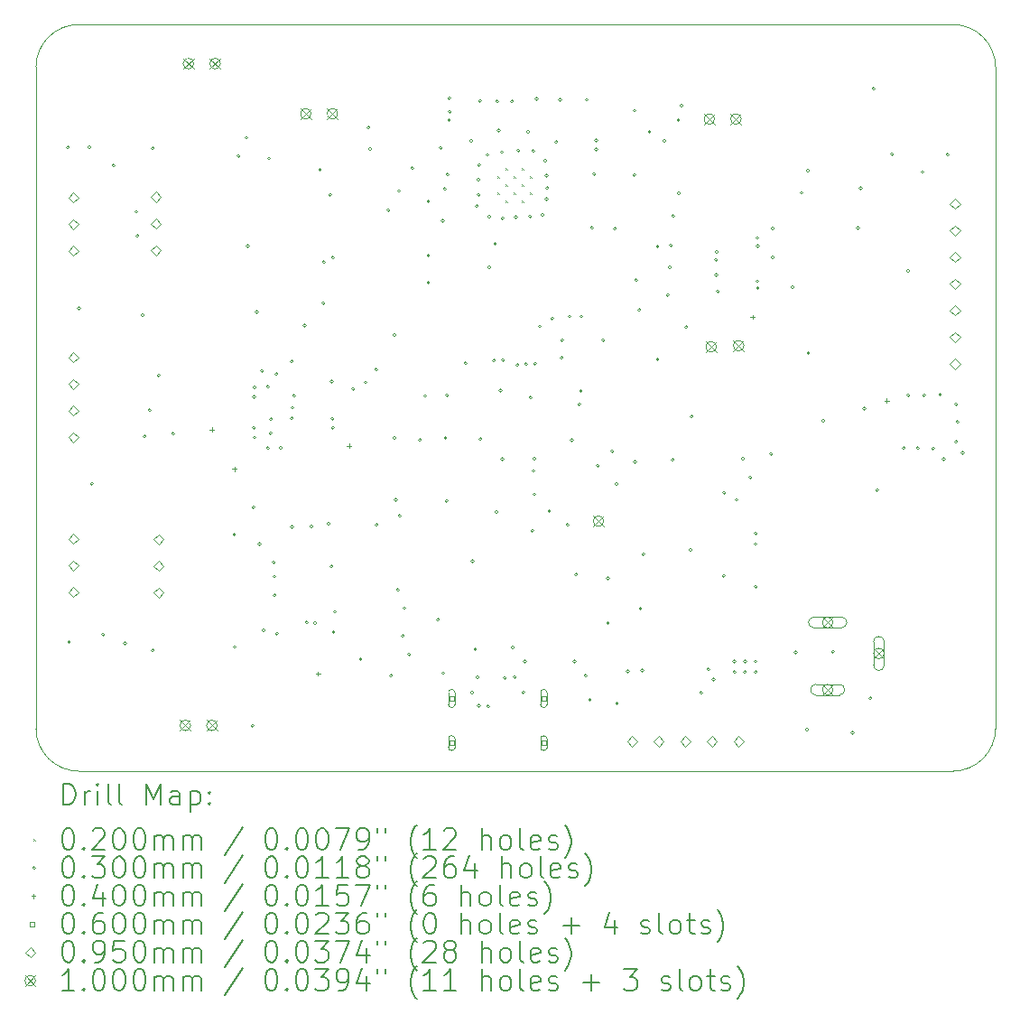
<source format=gbr>
%TF.GenerationSoftware,KiCad,Pcbnew,9.0.2*%
%TF.CreationDate,2025-09-10T14:09:24+05:30*%
%TF.ProjectId,V2DesignESP32PCB,56324465-7369-4676-9e45-535033325043,rev?*%
%TF.SameCoordinates,Original*%
%TF.FileFunction,Drillmap*%
%TF.FilePolarity,Positive*%
%FSLAX45Y45*%
G04 Gerber Fmt 4.5, Leading zero omitted, Abs format (unit mm)*
G04 Created by KiCad (PCBNEW 9.0.2) date 2025-09-10 14:09:24*
%MOMM*%
%LPD*%
G01*
G04 APERTURE LIST*
%ADD10C,0.100000*%
%ADD11C,0.200000*%
G04 APERTURE END LIST*
D10*
X11250000Y-6028500D02*
X19450000Y-6028500D01*
X19450000Y-13028500D02*
X11250000Y-13028500D01*
X11250000Y-13028500D02*
G75*
G02*
X10850000Y-12628500I0J400000D01*
G01*
X19450000Y-6028500D02*
G75*
G02*
X19850000Y-6428500I0J-400000D01*
G01*
X19850000Y-6428500D02*
X19850000Y-12628500D01*
X10850000Y-6428500D02*
G75*
G02*
X11250000Y-6028500I400000J0D01*
G01*
X19850000Y-12628500D02*
G75*
G02*
X19450000Y-13028500I-400000J0D01*
G01*
X10850000Y-12628500D02*
X10850000Y-6428500D01*
D11*
D10*
X15175000Y-7446250D02*
X15195000Y-7466250D01*
X15195000Y-7446250D02*
X15175000Y-7466250D01*
X15175000Y-7598750D02*
X15195000Y-7618750D01*
X15195000Y-7598750D02*
X15175000Y-7618750D01*
X15251250Y-7370000D02*
X15271250Y-7390000D01*
X15271250Y-7370000D02*
X15251250Y-7390000D01*
X15251250Y-7522500D02*
X15271250Y-7542500D01*
X15271250Y-7522500D02*
X15251250Y-7542500D01*
X15251250Y-7675000D02*
X15271250Y-7695000D01*
X15271250Y-7675000D02*
X15251250Y-7695000D01*
X15327500Y-7446250D02*
X15347500Y-7466250D01*
X15347500Y-7446250D02*
X15327500Y-7466250D01*
X15327500Y-7598750D02*
X15347500Y-7618750D01*
X15347500Y-7598750D02*
X15327500Y-7618750D01*
X15403750Y-7370000D02*
X15423750Y-7390000D01*
X15423750Y-7370000D02*
X15403750Y-7390000D01*
X15403750Y-7522500D02*
X15423750Y-7542500D01*
X15423750Y-7522500D02*
X15403750Y-7542500D01*
X15403750Y-7675000D02*
X15423750Y-7695000D01*
X15423750Y-7675000D02*
X15403750Y-7695000D01*
X15480000Y-7446250D02*
X15500000Y-7466250D01*
X15500000Y-7446250D02*
X15480000Y-7466250D01*
X15480000Y-7598750D02*
X15500000Y-7618750D01*
X15500000Y-7598750D02*
X15480000Y-7618750D01*
X11165000Y-7180000D02*
G75*
G02*
X11135000Y-7180000I-15000J0D01*
G01*
X11135000Y-7180000D02*
G75*
G02*
X11165000Y-7180000I15000J0D01*
G01*
X11175000Y-11820000D02*
G75*
G02*
X11145000Y-11820000I-15000J0D01*
G01*
X11145000Y-11820000D02*
G75*
G02*
X11175000Y-11820000I15000J0D01*
G01*
X11270000Y-8690000D02*
G75*
G02*
X11240000Y-8690000I-15000J0D01*
G01*
X11240000Y-8690000D02*
G75*
G02*
X11270000Y-8690000I15000J0D01*
G01*
X11365000Y-7180000D02*
G75*
G02*
X11335000Y-7180000I-15000J0D01*
G01*
X11335000Y-7180000D02*
G75*
G02*
X11365000Y-7180000I15000J0D01*
G01*
X11390000Y-10335000D02*
G75*
G02*
X11360000Y-10335000I-15000J0D01*
G01*
X11360000Y-10335000D02*
G75*
G02*
X11390000Y-10335000I15000J0D01*
G01*
X11495000Y-11750000D02*
G75*
G02*
X11465000Y-11750000I-15000J0D01*
G01*
X11465000Y-11750000D02*
G75*
G02*
X11495000Y-11750000I15000J0D01*
G01*
X11590000Y-7350000D02*
G75*
G02*
X11560000Y-7350000I-15000J0D01*
G01*
X11560000Y-7350000D02*
G75*
G02*
X11590000Y-7350000I15000J0D01*
G01*
X11700000Y-11830000D02*
G75*
G02*
X11670000Y-11830000I-15000J0D01*
G01*
X11670000Y-11830000D02*
G75*
G02*
X11700000Y-11830000I15000J0D01*
G01*
X11805000Y-7785000D02*
G75*
G02*
X11775000Y-7785000I-15000J0D01*
G01*
X11775000Y-7785000D02*
G75*
G02*
X11805000Y-7785000I15000J0D01*
G01*
X11815000Y-8010000D02*
G75*
G02*
X11785000Y-8010000I-15000J0D01*
G01*
X11785000Y-8010000D02*
G75*
G02*
X11815000Y-8010000I15000J0D01*
G01*
X11865000Y-8755000D02*
G75*
G02*
X11835000Y-8755000I-15000J0D01*
G01*
X11835000Y-8755000D02*
G75*
G02*
X11865000Y-8755000I15000J0D01*
G01*
X11885000Y-9890000D02*
G75*
G02*
X11855000Y-9890000I-15000J0D01*
G01*
X11855000Y-9890000D02*
G75*
G02*
X11885000Y-9890000I15000J0D01*
G01*
X11930000Y-9645000D02*
G75*
G02*
X11900000Y-9645000I-15000J0D01*
G01*
X11900000Y-9645000D02*
G75*
G02*
X11930000Y-9645000I15000J0D01*
G01*
X11960000Y-7190000D02*
G75*
G02*
X11930000Y-7190000I-15000J0D01*
G01*
X11930000Y-7190000D02*
G75*
G02*
X11960000Y-7190000I15000J0D01*
G01*
X11960000Y-11895000D02*
G75*
G02*
X11930000Y-11895000I-15000J0D01*
G01*
X11930000Y-11895000D02*
G75*
G02*
X11960000Y-11895000I15000J0D01*
G01*
X12015000Y-9320000D02*
G75*
G02*
X11985000Y-9320000I-15000J0D01*
G01*
X11985000Y-9320000D02*
G75*
G02*
X12015000Y-9320000I15000J0D01*
G01*
X12150000Y-9865000D02*
G75*
G02*
X12120000Y-9865000I-15000J0D01*
G01*
X12120000Y-9865000D02*
G75*
G02*
X12150000Y-9865000I15000J0D01*
G01*
X12725000Y-10810000D02*
G75*
G02*
X12695000Y-10810000I-15000J0D01*
G01*
X12695000Y-10810000D02*
G75*
G02*
X12725000Y-10810000I15000J0D01*
G01*
X12730000Y-11865000D02*
G75*
G02*
X12700000Y-11865000I-15000J0D01*
G01*
X12700000Y-11865000D02*
G75*
G02*
X12730000Y-11865000I15000J0D01*
G01*
X12765000Y-7260000D02*
G75*
G02*
X12735000Y-7260000I-15000J0D01*
G01*
X12735000Y-7260000D02*
G75*
G02*
X12765000Y-7260000I15000J0D01*
G01*
X12840000Y-7090000D02*
G75*
G02*
X12810000Y-7090000I-15000J0D01*
G01*
X12810000Y-7090000D02*
G75*
G02*
X12840000Y-7090000I15000J0D01*
G01*
X12850000Y-8105000D02*
G75*
G02*
X12820000Y-8105000I-15000J0D01*
G01*
X12820000Y-8105000D02*
G75*
G02*
X12850000Y-8105000I15000J0D01*
G01*
X12895000Y-12605000D02*
G75*
G02*
X12865000Y-12605000I-15000J0D01*
G01*
X12865000Y-12605000D02*
G75*
G02*
X12895000Y-12605000I15000J0D01*
G01*
X12905000Y-10555000D02*
G75*
G02*
X12875000Y-10555000I-15000J0D01*
G01*
X12875000Y-10555000D02*
G75*
G02*
X12905000Y-10555000I15000J0D01*
G01*
X12910000Y-9520000D02*
G75*
G02*
X12880000Y-9520000I-15000J0D01*
G01*
X12880000Y-9520000D02*
G75*
G02*
X12910000Y-9520000I15000J0D01*
G01*
X12910000Y-9810000D02*
G75*
G02*
X12880000Y-9810000I-15000J0D01*
G01*
X12880000Y-9810000D02*
G75*
G02*
X12910000Y-9810000I15000J0D01*
G01*
X12915000Y-9430000D02*
G75*
G02*
X12885000Y-9430000I-15000J0D01*
G01*
X12885000Y-9430000D02*
G75*
G02*
X12915000Y-9430000I15000J0D01*
G01*
X12915000Y-9900000D02*
G75*
G02*
X12885000Y-9900000I-15000J0D01*
G01*
X12885000Y-9900000D02*
G75*
G02*
X12915000Y-9900000I15000J0D01*
G01*
X12935000Y-8725000D02*
G75*
G02*
X12905000Y-8725000I-15000J0D01*
G01*
X12905000Y-8725000D02*
G75*
G02*
X12935000Y-8725000I15000J0D01*
G01*
X12960000Y-10900000D02*
G75*
G02*
X12930000Y-10900000I-15000J0D01*
G01*
X12930000Y-10900000D02*
G75*
G02*
X12960000Y-10900000I15000J0D01*
G01*
X12985000Y-9275000D02*
G75*
G02*
X12955000Y-9275000I-15000J0D01*
G01*
X12955000Y-9275000D02*
G75*
G02*
X12985000Y-9275000I15000J0D01*
G01*
X13000000Y-11710000D02*
G75*
G02*
X12970000Y-11710000I-15000J0D01*
G01*
X12970000Y-11710000D02*
G75*
G02*
X13000000Y-11710000I15000J0D01*
G01*
X13040000Y-9425000D02*
G75*
G02*
X13010000Y-9425000I-15000J0D01*
G01*
X13010000Y-9425000D02*
G75*
G02*
X13040000Y-9425000I15000J0D01*
G01*
X13040000Y-10000000D02*
G75*
G02*
X13010000Y-10000000I-15000J0D01*
G01*
X13010000Y-10000000D02*
G75*
G02*
X13040000Y-10000000I15000J0D01*
G01*
X13050000Y-7285000D02*
G75*
G02*
X13020000Y-7285000I-15000J0D01*
G01*
X13020000Y-7285000D02*
G75*
G02*
X13050000Y-7285000I15000J0D01*
G01*
X13065000Y-9860000D02*
G75*
G02*
X13035000Y-9860000I-15000J0D01*
G01*
X13035000Y-9860000D02*
G75*
G02*
X13065000Y-9860000I15000J0D01*
G01*
X13070000Y-9730000D02*
G75*
G02*
X13040000Y-9730000I-15000J0D01*
G01*
X13040000Y-9730000D02*
G75*
G02*
X13070000Y-9730000I15000J0D01*
G01*
X13095000Y-11070000D02*
G75*
G02*
X13065000Y-11070000I-15000J0D01*
G01*
X13065000Y-11070000D02*
G75*
G02*
X13095000Y-11070000I15000J0D01*
G01*
X13100000Y-11205000D02*
G75*
G02*
X13070000Y-11205000I-15000J0D01*
G01*
X13070000Y-11205000D02*
G75*
G02*
X13100000Y-11205000I15000J0D01*
G01*
X13105000Y-11380000D02*
G75*
G02*
X13075000Y-11380000I-15000J0D01*
G01*
X13075000Y-11380000D02*
G75*
G02*
X13105000Y-11380000I15000J0D01*
G01*
X13120000Y-9305000D02*
G75*
G02*
X13090000Y-9305000I-15000J0D01*
G01*
X13090000Y-9305000D02*
G75*
G02*
X13120000Y-9305000I15000J0D01*
G01*
X13125000Y-11740000D02*
G75*
G02*
X13095000Y-11740000I-15000J0D01*
G01*
X13095000Y-11740000D02*
G75*
G02*
X13125000Y-11740000I15000J0D01*
G01*
X13160000Y-10000000D02*
G75*
G02*
X13130000Y-10000000I-15000J0D01*
G01*
X13130000Y-10000000D02*
G75*
G02*
X13160000Y-10000000I15000J0D01*
G01*
X13265000Y-9187500D02*
G75*
G02*
X13235000Y-9187500I-15000J0D01*
G01*
X13235000Y-9187500D02*
G75*
G02*
X13265000Y-9187500I15000J0D01*
G01*
X13265000Y-9720000D02*
G75*
G02*
X13235000Y-9720000I-15000J0D01*
G01*
X13235000Y-9720000D02*
G75*
G02*
X13265000Y-9720000I15000J0D01*
G01*
X13265000Y-10740000D02*
G75*
G02*
X13235000Y-10740000I-15000J0D01*
G01*
X13235000Y-10740000D02*
G75*
G02*
X13265000Y-10740000I15000J0D01*
G01*
X13270000Y-9620000D02*
G75*
G02*
X13240000Y-9620000I-15000J0D01*
G01*
X13240000Y-9620000D02*
G75*
G02*
X13270000Y-9620000I15000J0D01*
G01*
X13285000Y-9510000D02*
G75*
G02*
X13255000Y-9510000I-15000J0D01*
G01*
X13255000Y-9510000D02*
G75*
G02*
X13285000Y-9510000I15000J0D01*
G01*
X13385000Y-8850000D02*
G75*
G02*
X13355000Y-8850000I-15000J0D01*
G01*
X13355000Y-8850000D02*
G75*
G02*
X13385000Y-8850000I15000J0D01*
G01*
X13402500Y-11633388D02*
G75*
G02*
X13372500Y-11633388I-15000J0D01*
G01*
X13372500Y-11633388D02*
G75*
G02*
X13402500Y-11633388I15000J0D01*
G01*
X13450000Y-10735000D02*
G75*
G02*
X13420000Y-10735000I-15000J0D01*
G01*
X13420000Y-10735000D02*
G75*
G02*
X13450000Y-10735000I15000J0D01*
G01*
X13481979Y-11642500D02*
G75*
G02*
X13451979Y-11642500I-15000J0D01*
G01*
X13451979Y-11642500D02*
G75*
G02*
X13481979Y-11642500I15000J0D01*
G01*
X13530000Y-7390000D02*
G75*
G02*
X13500000Y-7390000I-15000J0D01*
G01*
X13500000Y-7390000D02*
G75*
G02*
X13530000Y-7390000I15000J0D01*
G01*
X13560000Y-8640000D02*
G75*
G02*
X13530000Y-8640000I-15000J0D01*
G01*
X13530000Y-8640000D02*
G75*
G02*
X13560000Y-8640000I15000J0D01*
G01*
X13565000Y-8255000D02*
G75*
G02*
X13535000Y-8255000I-15000J0D01*
G01*
X13535000Y-8255000D02*
G75*
G02*
X13565000Y-8255000I15000J0D01*
G01*
X13610000Y-10710000D02*
G75*
G02*
X13580000Y-10710000I-15000J0D01*
G01*
X13580000Y-10710000D02*
G75*
G02*
X13610000Y-10710000I15000J0D01*
G01*
X13625000Y-7625000D02*
G75*
G02*
X13595000Y-7625000I-15000J0D01*
G01*
X13595000Y-7625000D02*
G75*
G02*
X13625000Y-7625000I15000J0D01*
G01*
X13635000Y-11110000D02*
G75*
G02*
X13605000Y-11110000I-15000J0D01*
G01*
X13605000Y-11110000D02*
G75*
G02*
X13635000Y-11110000I15000J0D01*
G01*
X13640000Y-9375000D02*
G75*
G02*
X13610000Y-9375000I-15000J0D01*
G01*
X13610000Y-9375000D02*
G75*
G02*
X13640000Y-9375000I15000J0D01*
G01*
X13645000Y-9725000D02*
G75*
G02*
X13615000Y-9725000I-15000J0D01*
G01*
X13615000Y-9725000D02*
G75*
G02*
X13645000Y-9725000I15000J0D01*
G01*
X13649460Y-9807900D02*
G75*
G02*
X13619460Y-9807900I-15000J0D01*
G01*
X13619460Y-9807900D02*
G75*
G02*
X13649460Y-9807900I15000J0D01*
G01*
X13650000Y-8215000D02*
G75*
G02*
X13620000Y-8215000I-15000J0D01*
G01*
X13620000Y-8215000D02*
G75*
G02*
X13650000Y-8215000I15000J0D01*
G01*
X13655000Y-11725000D02*
G75*
G02*
X13625000Y-11725000I-15000J0D01*
G01*
X13625000Y-11725000D02*
G75*
G02*
X13655000Y-11725000I15000J0D01*
G01*
X13670000Y-11535000D02*
G75*
G02*
X13640000Y-11535000I-15000J0D01*
G01*
X13640000Y-11535000D02*
G75*
G02*
X13670000Y-11535000I15000J0D01*
G01*
X13840000Y-9445000D02*
G75*
G02*
X13810000Y-9445000I-15000J0D01*
G01*
X13810000Y-9445000D02*
G75*
G02*
X13840000Y-9445000I15000J0D01*
G01*
X13910000Y-11980000D02*
G75*
G02*
X13880000Y-11980000I-15000J0D01*
G01*
X13880000Y-11980000D02*
G75*
G02*
X13910000Y-11980000I15000J0D01*
G01*
X13955000Y-9385000D02*
G75*
G02*
X13925000Y-9385000I-15000J0D01*
G01*
X13925000Y-9385000D02*
G75*
G02*
X13955000Y-9385000I15000J0D01*
G01*
X13985000Y-6995000D02*
G75*
G02*
X13955000Y-6995000I-15000J0D01*
G01*
X13955000Y-6995000D02*
G75*
G02*
X13985000Y-6995000I15000J0D01*
G01*
X14000000Y-7195000D02*
G75*
G02*
X13970000Y-7195000I-15000J0D01*
G01*
X13970000Y-7195000D02*
G75*
G02*
X14000000Y-7195000I15000J0D01*
G01*
X14055000Y-9265000D02*
G75*
G02*
X14025000Y-9265000I-15000J0D01*
G01*
X14025000Y-9265000D02*
G75*
G02*
X14055000Y-9265000I15000J0D01*
G01*
X14060000Y-10720000D02*
G75*
G02*
X14030000Y-10720000I-15000J0D01*
G01*
X14030000Y-10720000D02*
G75*
G02*
X14060000Y-10720000I15000J0D01*
G01*
X14170000Y-7770000D02*
G75*
G02*
X14140000Y-7770000I-15000J0D01*
G01*
X14140000Y-7770000D02*
G75*
G02*
X14170000Y-7770000I15000J0D01*
G01*
X14195000Y-12135000D02*
G75*
G02*
X14165000Y-12135000I-15000J0D01*
G01*
X14165000Y-12135000D02*
G75*
G02*
X14195000Y-12135000I15000J0D01*
G01*
X14225000Y-8940000D02*
G75*
G02*
X14195000Y-8940000I-15000J0D01*
G01*
X14195000Y-8940000D02*
G75*
G02*
X14225000Y-8940000I15000J0D01*
G01*
X14225000Y-9905000D02*
G75*
G02*
X14195000Y-9905000I-15000J0D01*
G01*
X14195000Y-9905000D02*
G75*
G02*
X14225000Y-9905000I15000J0D01*
G01*
X14240000Y-10485000D02*
G75*
G02*
X14210000Y-10485000I-15000J0D01*
G01*
X14210000Y-10485000D02*
G75*
G02*
X14240000Y-10485000I15000J0D01*
G01*
X14257500Y-11330000D02*
G75*
G02*
X14227500Y-11330000I-15000J0D01*
G01*
X14227500Y-11330000D02*
G75*
G02*
X14257500Y-11330000I15000J0D01*
G01*
X14269900Y-7590000D02*
G75*
G02*
X14239900Y-7590000I-15000J0D01*
G01*
X14239900Y-7590000D02*
G75*
G02*
X14269900Y-7590000I15000J0D01*
G01*
X14275000Y-10635000D02*
G75*
G02*
X14245000Y-10635000I-15000J0D01*
G01*
X14245000Y-10635000D02*
G75*
G02*
X14275000Y-10635000I15000J0D01*
G01*
X14305000Y-11760000D02*
G75*
G02*
X14275000Y-11760000I-15000J0D01*
G01*
X14275000Y-11760000D02*
G75*
G02*
X14305000Y-11760000I15000J0D01*
G01*
X14320000Y-11500000D02*
G75*
G02*
X14290000Y-11500000I-15000J0D01*
G01*
X14290000Y-11500000D02*
G75*
G02*
X14320000Y-11500000I15000J0D01*
G01*
X14365000Y-11935000D02*
G75*
G02*
X14335000Y-11935000I-15000J0D01*
G01*
X14335000Y-11935000D02*
G75*
G02*
X14365000Y-11935000I15000J0D01*
G01*
X14395000Y-7375000D02*
G75*
G02*
X14365000Y-7375000I-15000J0D01*
G01*
X14365000Y-7375000D02*
G75*
G02*
X14395000Y-7375000I15000J0D01*
G01*
X14465000Y-9925000D02*
G75*
G02*
X14435000Y-9925000I-15000J0D01*
G01*
X14435000Y-9925000D02*
G75*
G02*
X14465000Y-9925000I15000J0D01*
G01*
X14515000Y-9510000D02*
G75*
G02*
X14485000Y-9510000I-15000J0D01*
G01*
X14485000Y-9510000D02*
G75*
G02*
X14515000Y-9510000I15000J0D01*
G01*
X14545500Y-7687500D02*
G75*
G02*
X14515500Y-7687500I-15000J0D01*
G01*
X14515500Y-7687500D02*
G75*
G02*
X14545500Y-7687500I15000J0D01*
G01*
X14545500Y-8195500D02*
G75*
G02*
X14515500Y-8195500I-15000J0D01*
G01*
X14515500Y-8195500D02*
G75*
G02*
X14545500Y-8195500I15000J0D01*
G01*
X14545500Y-8449500D02*
G75*
G02*
X14515500Y-8449500I-15000J0D01*
G01*
X14515500Y-8449500D02*
G75*
G02*
X14545500Y-8449500I15000J0D01*
G01*
X14635000Y-11610000D02*
G75*
G02*
X14605000Y-11610000I-15000J0D01*
G01*
X14605000Y-11610000D02*
G75*
G02*
X14635000Y-11610000I15000J0D01*
G01*
X14660000Y-7185000D02*
G75*
G02*
X14630000Y-7185000I-15000J0D01*
G01*
X14630000Y-7185000D02*
G75*
G02*
X14660000Y-7185000I15000J0D01*
G01*
X14680000Y-7870000D02*
G75*
G02*
X14650000Y-7870000I-15000J0D01*
G01*
X14650000Y-7870000D02*
G75*
G02*
X14680000Y-7870000I15000J0D01*
G01*
X14685000Y-12110000D02*
G75*
G02*
X14655000Y-12110000I-15000J0D01*
G01*
X14655000Y-12110000D02*
G75*
G02*
X14685000Y-12110000I15000J0D01*
G01*
X14700000Y-7570000D02*
G75*
G02*
X14670000Y-7570000I-15000J0D01*
G01*
X14670000Y-7570000D02*
G75*
G02*
X14700000Y-7570000I15000J0D01*
G01*
X14705000Y-9905000D02*
G75*
G02*
X14675000Y-9905000I-15000J0D01*
G01*
X14675000Y-9905000D02*
G75*
G02*
X14705000Y-9905000I15000J0D01*
G01*
X14715000Y-10495000D02*
G75*
G02*
X14685000Y-10495000I-15000J0D01*
G01*
X14685000Y-10495000D02*
G75*
G02*
X14715000Y-10495000I15000J0D01*
G01*
X14720000Y-9505000D02*
G75*
G02*
X14690000Y-9505000I-15000J0D01*
G01*
X14690000Y-9505000D02*
G75*
G02*
X14720000Y-9505000I15000J0D01*
G01*
X14725000Y-7435000D02*
G75*
G02*
X14695000Y-7435000I-15000J0D01*
G01*
X14695000Y-7435000D02*
G75*
G02*
X14725000Y-7435000I15000J0D01*
G01*
X14740000Y-6720000D02*
G75*
G02*
X14710000Y-6720000I-15000J0D01*
G01*
X14710000Y-6720000D02*
G75*
G02*
X14740000Y-6720000I15000J0D01*
G01*
X14740000Y-6925000D02*
G75*
G02*
X14710000Y-6925000I-15000J0D01*
G01*
X14710000Y-6925000D02*
G75*
G02*
X14740000Y-6925000I15000J0D01*
G01*
X14745000Y-6845000D02*
G75*
G02*
X14715000Y-6845000I-15000J0D01*
G01*
X14715000Y-6845000D02*
G75*
G02*
X14745000Y-6845000I15000J0D01*
G01*
X14895000Y-9205000D02*
G75*
G02*
X14865000Y-9205000I-15000J0D01*
G01*
X14865000Y-9205000D02*
G75*
G02*
X14895000Y-9205000I15000J0D01*
G01*
X14945000Y-7120000D02*
G75*
G02*
X14915000Y-7120000I-15000J0D01*
G01*
X14915000Y-7120000D02*
G75*
G02*
X14945000Y-7120000I15000J0D01*
G01*
X14955000Y-12291000D02*
G75*
G02*
X14925000Y-12291000I-15000J0D01*
G01*
X14925000Y-12291000D02*
G75*
G02*
X14955000Y-12291000I15000J0D01*
G01*
X14960000Y-11061250D02*
G75*
G02*
X14930000Y-11061250I-15000J0D01*
G01*
X14930000Y-11061250D02*
G75*
G02*
X14960000Y-11061250I15000J0D01*
G01*
X14985000Y-11885000D02*
G75*
G02*
X14955000Y-11885000I-15000J0D01*
G01*
X14955000Y-11885000D02*
G75*
G02*
X14985000Y-11885000I15000J0D01*
G01*
X15000000Y-7730000D02*
G75*
G02*
X14970000Y-7730000I-15000J0D01*
G01*
X14970000Y-7730000D02*
G75*
G02*
X15000000Y-7730000I15000J0D01*
G01*
X15005000Y-12150000D02*
G75*
G02*
X14975000Y-12150000I-15000J0D01*
G01*
X14975000Y-12150000D02*
G75*
G02*
X15005000Y-12150000I15000J0D01*
G01*
X15015000Y-7485000D02*
G75*
G02*
X14985000Y-7485000I-15000J0D01*
G01*
X14985000Y-7485000D02*
G75*
G02*
X15015000Y-7485000I15000J0D01*
G01*
X15015000Y-7625000D02*
G75*
G02*
X14985000Y-7625000I-15000J0D01*
G01*
X14985000Y-7625000D02*
G75*
G02*
X15015000Y-7625000I15000J0D01*
G01*
X15020000Y-7345000D02*
G75*
G02*
X14990000Y-7345000I-15000J0D01*
G01*
X14990000Y-7345000D02*
G75*
G02*
X15020000Y-7345000I15000J0D01*
G01*
X15020000Y-12415000D02*
G75*
G02*
X14990000Y-12415000I-15000J0D01*
G01*
X14990000Y-12415000D02*
G75*
G02*
X15020000Y-12415000I15000J0D01*
G01*
X15030000Y-6745000D02*
G75*
G02*
X15000000Y-6745000I-15000J0D01*
G01*
X15000000Y-6745000D02*
G75*
G02*
X15030000Y-6745000I15000J0D01*
G01*
X15035000Y-9915000D02*
G75*
G02*
X15005000Y-9915000I-15000J0D01*
G01*
X15005000Y-9915000D02*
G75*
G02*
X15035000Y-9915000I15000J0D01*
G01*
X15100000Y-7250000D02*
G75*
G02*
X15070000Y-7250000I-15000J0D01*
G01*
X15070000Y-7250000D02*
G75*
G02*
X15100000Y-7250000I15000J0D01*
G01*
X15104129Y-12420864D02*
G75*
G02*
X15074129Y-12420864I-15000J0D01*
G01*
X15074129Y-12420864D02*
G75*
G02*
X15104129Y-12420864I15000J0D01*
G01*
X15115000Y-7830000D02*
G75*
G02*
X15085000Y-7830000I-15000J0D01*
G01*
X15085000Y-7830000D02*
G75*
G02*
X15115000Y-7830000I15000J0D01*
G01*
X15115000Y-8305000D02*
G75*
G02*
X15085000Y-8305000I-15000J0D01*
G01*
X15085000Y-8305000D02*
G75*
G02*
X15115000Y-8305000I15000J0D01*
G01*
X15160723Y-9179277D02*
G75*
G02*
X15130723Y-9179277I-15000J0D01*
G01*
X15130723Y-9179277D02*
G75*
G02*
X15160723Y-9179277I15000J0D01*
G01*
X15170000Y-8085000D02*
G75*
G02*
X15140000Y-8085000I-15000J0D01*
G01*
X15140000Y-8085000D02*
G75*
G02*
X15170000Y-8085000I15000J0D01*
G01*
X15185000Y-10600000D02*
G75*
G02*
X15155000Y-10600000I-15000J0D01*
G01*
X15155000Y-10600000D02*
G75*
G02*
X15185000Y-10600000I15000J0D01*
G01*
X15190000Y-6750000D02*
G75*
G02*
X15160000Y-6750000I-15000J0D01*
G01*
X15160000Y-6750000D02*
G75*
G02*
X15190000Y-6750000I15000J0D01*
G01*
X15205000Y-7020000D02*
G75*
G02*
X15175000Y-7020000I-15000J0D01*
G01*
X15175000Y-7020000D02*
G75*
G02*
X15205000Y-7020000I15000J0D01*
G01*
X15222824Y-9460000D02*
G75*
G02*
X15192824Y-9460000I-15000J0D01*
G01*
X15192824Y-9460000D02*
G75*
G02*
X15222824Y-9460000I15000J0D01*
G01*
X15235000Y-7225000D02*
G75*
G02*
X15205000Y-7225000I-15000J0D01*
G01*
X15205000Y-7225000D02*
G75*
G02*
X15235000Y-7225000I15000J0D01*
G01*
X15240000Y-7845000D02*
G75*
G02*
X15210000Y-7845000I-15000J0D01*
G01*
X15210000Y-7845000D02*
G75*
G02*
X15240000Y-7845000I15000J0D01*
G01*
X15240000Y-10105000D02*
G75*
G02*
X15210000Y-10105000I-15000J0D01*
G01*
X15210000Y-10105000D02*
G75*
G02*
X15240000Y-10105000I15000J0D01*
G01*
X15244917Y-9175083D02*
G75*
G02*
X15214917Y-9175083I-15000J0D01*
G01*
X15214917Y-9175083D02*
G75*
G02*
X15244917Y-9175083I15000J0D01*
G01*
X15260906Y-12153968D02*
G75*
G02*
X15230906Y-12153968I-15000J0D01*
G01*
X15230906Y-12153968D02*
G75*
G02*
X15260906Y-12153968I15000J0D01*
G01*
X15330000Y-6750000D02*
G75*
G02*
X15300000Y-6750000I-15000J0D01*
G01*
X15300000Y-6750000D02*
G75*
G02*
X15330000Y-6750000I15000J0D01*
G01*
X15335000Y-11870000D02*
G75*
G02*
X15305000Y-11870000I-15000J0D01*
G01*
X15305000Y-11870000D02*
G75*
G02*
X15335000Y-11870000I15000J0D01*
G01*
X15355000Y-12145000D02*
G75*
G02*
X15325000Y-12145000I-15000J0D01*
G01*
X15325000Y-12145000D02*
G75*
G02*
X15355000Y-12145000I15000J0D01*
G01*
X15365000Y-7835000D02*
G75*
G02*
X15335000Y-7835000I-15000J0D01*
G01*
X15335000Y-7835000D02*
G75*
G02*
X15365000Y-7835000I15000J0D01*
G01*
X15379286Y-9221063D02*
G75*
G02*
X15349286Y-9221063I-15000J0D01*
G01*
X15349286Y-9221063D02*
G75*
G02*
X15379286Y-9221063I15000J0D01*
G01*
X15390000Y-7210000D02*
G75*
G02*
X15360000Y-7210000I-15000J0D01*
G01*
X15360000Y-7210000D02*
G75*
G02*
X15390000Y-7210000I15000J0D01*
G01*
X15435000Y-12291000D02*
G75*
G02*
X15405000Y-12291000I-15000J0D01*
G01*
X15405000Y-12291000D02*
G75*
G02*
X15435000Y-12291000I15000J0D01*
G01*
X15450000Y-12000000D02*
G75*
G02*
X15420000Y-12000000I-15000J0D01*
G01*
X15420000Y-12000000D02*
G75*
G02*
X15450000Y-12000000I15000J0D01*
G01*
X15460806Y-9214194D02*
G75*
G02*
X15430806Y-9214194I-15000J0D01*
G01*
X15430806Y-9214194D02*
G75*
G02*
X15460806Y-9214194I15000J0D01*
G01*
X15480000Y-7035000D02*
G75*
G02*
X15450000Y-7035000I-15000J0D01*
G01*
X15450000Y-7035000D02*
G75*
G02*
X15480000Y-7035000I15000J0D01*
G01*
X15500000Y-7830000D02*
G75*
G02*
X15470000Y-7830000I-15000J0D01*
G01*
X15470000Y-7830000D02*
G75*
G02*
X15500000Y-7830000I15000J0D01*
G01*
X15503467Y-9527500D02*
G75*
G02*
X15473467Y-9527500I-15000J0D01*
G01*
X15473467Y-9527500D02*
G75*
G02*
X15503467Y-9527500I15000J0D01*
G01*
X15520000Y-10775000D02*
G75*
G02*
X15490000Y-10775000I-15000J0D01*
G01*
X15490000Y-10775000D02*
G75*
G02*
X15520000Y-10775000I15000J0D01*
G01*
X15530000Y-7215000D02*
G75*
G02*
X15500000Y-7215000I-15000J0D01*
G01*
X15500000Y-7215000D02*
G75*
G02*
X15530000Y-7215000I15000J0D01*
G01*
X15530000Y-10215000D02*
G75*
G02*
X15500000Y-10215000I-15000J0D01*
G01*
X15500000Y-10215000D02*
G75*
G02*
X15530000Y-10215000I15000J0D01*
G01*
X15540000Y-10100000D02*
G75*
G02*
X15510000Y-10100000I-15000J0D01*
G01*
X15510000Y-10100000D02*
G75*
G02*
X15540000Y-10100000I15000J0D01*
G01*
X15540000Y-10435000D02*
G75*
G02*
X15510000Y-10435000I-15000J0D01*
G01*
X15510000Y-10435000D02*
G75*
G02*
X15540000Y-10435000I15000J0D01*
G01*
X15545000Y-9210000D02*
G75*
G02*
X15515000Y-9210000I-15000J0D01*
G01*
X15515000Y-9210000D02*
G75*
G02*
X15545000Y-9210000I15000J0D01*
G01*
X15560000Y-6725000D02*
G75*
G02*
X15530000Y-6725000I-15000J0D01*
G01*
X15530000Y-6725000D02*
G75*
G02*
X15560000Y-6725000I15000J0D01*
G01*
X15590000Y-8860000D02*
G75*
G02*
X15560000Y-8860000I-15000J0D01*
G01*
X15560000Y-8860000D02*
G75*
G02*
X15590000Y-8860000I15000J0D01*
G01*
X15615000Y-7815000D02*
G75*
G02*
X15585000Y-7815000I-15000J0D01*
G01*
X15585000Y-7815000D02*
G75*
G02*
X15615000Y-7815000I15000J0D01*
G01*
X15640000Y-7305000D02*
G75*
G02*
X15610000Y-7305000I-15000J0D01*
G01*
X15610000Y-7305000D02*
G75*
G02*
X15640000Y-7305000I15000J0D01*
G01*
X15655000Y-7445000D02*
G75*
G02*
X15625000Y-7445000I-15000J0D01*
G01*
X15625000Y-7445000D02*
G75*
G02*
X15655000Y-7445000I15000J0D01*
G01*
X15655000Y-7665000D02*
G75*
G02*
X15625000Y-7665000I-15000J0D01*
G01*
X15625000Y-7665000D02*
G75*
G02*
X15655000Y-7665000I15000J0D01*
G01*
X15660000Y-7560000D02*
G75*
G02*
X15630000Y-7560000I-15000J0D01*
G01*
X15630000Y-7560000D02*
G75*
G02*
X15660000Y-7560000I15000J0D01*
G01*
X15680000Y-10590000D02*
G75*
G02*
X15650000Y-10590000I-15000J0D01*
G01*
X15650000Y-10590000D02*
G75*
G02*
X15680000Y-10590000I15000J0D01*
G01*
X15705000Y-8785000D02*
G75*
G02*
X15675000Y-8785000I-15000J0D01*
G01*
X15675000Y-8785000D02*
G75*
G02*
X15705000Y-8785000I15000J0D01*
G01*
X15745000Y-7130000D02*
G75*
G02*
X15715000Y-7130000I-15000J0D01*
G01*
X15715000Y-7130000D02*
G75*
G02*
X15745000Y-7130000I15000J0D01*
G01*
X15780000Y-6735000D02*
G75*
G02*
X15750000Y-6735000I-15000J0D01*
G01*
X15750000Y-6735000D02*
G75*
G02*
X15780000Y-6735000I15000J0D01*
G01*
X15795000Y-9155000D02*
G75*
G02*
X15765000Y-9155000I-15000J0D01*
G01*
X15765000Y-9155000D02*
G75*
G02*
X15795000Y-9155000I15000J0D01*
G01*
X15800000Y-8990000D02*
G75*
G02*
X15770000Y-8990000I-15000J0D01*
G01*
X15770000Y-8990000D02*
G75*
G02*
X15800000Y-8990000I15000J0D01*
G01*
X15850000Y-10720000D02*
G75*
G02*
X15820000Y-10720000I-15000J0D01*
G01*
X15820000Y-10720000D02*
G75*
G02*
X15850000Y-10720000I15000J0D01*
G01*
X15870000Y-8765000D02*
G75*
G02*
X15840000Y-8765000I-15000J0D01*
G01*
X15840000Y-8765000D02*
G75*
G02*
X15870000Y-8765000I15000J0D01*
G01*
X15890000Y-9925000D02*
G75*
G02*
X15860000Y-9925000I-15000J0D01*
G01*
X15860000Y-9925000D02*
G75*
G02*
X15890000Y-9925000I15000J0D01*
G01*
X15915000Y-12000000D02*
G75*
G02*
X15885000Y-12000000I-15000J0D01*
G01*
X15885000Y-12000000D02*
G75*
G02*
X15915000Y-12000000I15000J0D01*
G01*
X15930000Y-11185000D02*
G75*
G02*
X15900000Y-11185000I-15000J0D01*
G01*
X15900000Y-11185000D02*
G75*
G02*
X15930000Y-11185000I15000J0D01*
G01*
X15960735Y-9590735D02*
G75*
G02*
X15930735Y-9590735I-15000J0D01*
G01*
X15930735Y-9590735D02*
G75*
G02*
X15960735Y-9590735I15000J0D01*
G01*
X15975000Y-9465000D02*
G75*
G02*
X15945000Y-9465000I-15000J0D01*
G01*
X15945000Y-9465000D02*
G75*
G02*
X15975000Y-9465000I15000J0D01*
G01*
X15980000Y-8765000D02*
G75*
G02*
X15950000Y-8765000I-15000J0D01*
G01*
X15950000Y-8765000D02*
G75*
G02*
X15980000Y-8765000I15000J0D01*
G01*
X16020000Y-12135000D02*
G75*
G02*
X15990000Y-12135000I-15000J0D01*
G01*
X15990000Y-12135000D02*
G75*
G02*
X16020000Y-12135000I15000J0D01*
G01*
X16030000Y-6735000D02*
G75*
G02*
X16000000Y-6735000I-15000J0D01*
G01*
X16000000Y-6735000D02*
G75*
G02*
X16030000Y-6735000I15000J0D01*
G01*
X16060000Y-12360000D02*
G75*
G02*
X16030000Y-12360000I-15000J0D01*
G01*
X16030000Y-12360000D02*
G75*
G02*
X16060000Y-12360000I15000J0D01*
G01*
X16080000Y-7935000D02*
G75*
G02*
X16050000Y-7935000I-15000J0D01*
G01*
X16050000Y-7935000D02*
G75*
G02*
X16080000Y-7935000I15000J0D01*
G01*
X16100000Y-7430000D02*
G75*
G02*
X16070000Y-7430000I-15000J0D01*
G01*
X16070000Y-7430000D02*
G75*
G02*
X16100000Y-7430000I15000J0D01*
G01*
X16120000Y-7115000D02*
G75*
G02*
X16090000Y-7115000I-15000J0D01*
G01*
X16090000Y-7115000D02*
G75*
G02*
X16120000Y-7115000I15000J0D01*
G01*
X16120000Y-7200000D02*
G75*
G02*
X16090000Y-7200000I-15000J0D01*
G01*
X16090000Y-7200000D02*
G75*
G02*
X16120000Y-7200000I15000J0D01*
G01*
X16135000Y-10165000D02*
G75*
G02*
X16105000Y-10165000I-15000J0D01*
G01*
X16105000Y-10165000D02*
G75*
G02*
X16135000Y-10165000I15000J0D01*
G01*
X16185000Y-8990000D02*
G75*
G02*
X16155000Y-8990000I-15000J0D01*
G01*
X16155000Y-8990000D02*
G75*
G02*
X16185000Y-8990000I15000J0D01*
G01*
X16230000Y-11220000D02*
G75*
G02*
X16200000Y-11220000I-15000J0D01*
G01*
X16200000Y-11220000D02*
G75*
G02*
X16230000Y-11220000I15000J0D01*
G01*
X16230000Y-11640000D02*
G75*
G02*
X16200000Y-11640000I-15000J0D01*
G01*
X16200000Y-11640000D02*
G75*
G02*
X16230000Y-11640000I15000J0D01*
G01*
X16270000Y-10030000D02*
G75*
G02*
X16240000Y-10030000I-15000J0D01*
G01*
X16240000Y-10030000D02*
G75*
G02*
X16270000Y-10030000I15000J0D01*
G01*
X16295500Y-7941500D02*
G75*
G02*
X16265500Y-7941500I-15000J0D01*
G01*
X16265500Y-7941500D02*
G75*
G02*
X16295500Y-7941500I15000J0D01*
G01*
X16310000Y-10335000D02*
G75*
G02*
X16280000Y-10335000I-15000J0D01*
G01*
X16280000Y-10335000D02*
G75*
G02*
X16310000Y-10335000I15000J0D01*
G01*
X16315000Y-12393750D02*
G75*
G02*
X16285000Y-12393750I-15000J0D01*
G01*
X16285000Y-12393750D02*
G75*
G02*
X16315000Y-12393750I15000J0D01*
G01*
X16415000Y-12095000D02*
G75*
G02*
X16385000Y-12095000I-15000J0D01*
G01*
X16385000Y-12095000D02*
G75*
G02*
X16415000Y-12095000I15000J0D01*
G01*
X16477500Y-7440000D02*
G75*
G02*
X16447500Y-7440000I-15000J0D01*
G01*
X16447500Y-7440000D02*
G75*
G02*
X16477500Y-7440000I15000J0D01*
G01*
X16480000Y-6835000D02*
G75*
G02*
X16450000Y-6835000I-15000J0D01*
G01*
X16450000Y-6835000D02*
G75*
G02*
X16480000Y-6835000I15000J0D01*
G01*
X16485000Y-10130000D02*
G75*
G02*
X16455000Y-10130000I-15000J0D01*
G01*
X16455000Y-10130000D02*
G75*
G02*
X16485000Y-10130000I15000J0D01*
G01*
X16495000Y-8425000D02*
G75*
G02*
X16465000Y-8425000I-15000J0D01*
G01*
X16465000Y-8425000D02*
G75*
G02*
X16495000Y-8425000I15000J0D01*
G01*
X16525000Y-8705000D02*
G75*
G02*
X16495000Y-8705000I-15000J0D01*
G01*
X16495000Y-8705000D02*
G75*
G02*
X16525000Y-8705000I15000J0D01*
G01*
X16535000Y-11505000D02*
G75*
G02*
X16505000Y-11505000I-15000J0D01*
G01*
X16505000Y-11505000D02*
G75*
G02*
X16535000Y-11505000I15000J0D01*
G01*
X16550000Y-12085000D02*
G75*
G02*
X16520000Y-12085000I-15000J0D01*
G01*
X16520000Y-12085000D02*
G75*
G02*
X16550000Y-12085000I15000J0D01*
G01*
X16560000Y-10995000D02*
G75*
G02*
X16530000Y-10995000I-15000J0D01*
G01*
X16530000Y-10995000D02*
G75*
G02*
X16560000Y-10995000I15000J0D01*
G01*
X16620000Y-7035000D02*
G75*
G02*
X16590000Y-7035000I-15000J0D01*
G01*
X16590000Y-7035000D02*
G75*
G02*
X16620000Y-7035000I15000J0D01*
G01*
X16695000Y-8110000D02*
G75*
G02*
X16665000Y-8110000I-15000J0D01*
G01*
X16665000Y-8110000D02*
G75*
G02*
X16695000Y-8110000I15000J0D01*
G01*
X16695000Y-9170000D02*
G75*
G02*
X16665000Y-9170000I-15000J0D01*
G01*
X16665000Y-9170000D02*
G75*
G02*
X16695000Y-9170000I15000J0D01*
G01*
X16760000Y-7120000D02*
G75*
G02*
X16730000Y-7120000I-15000J0D01*
G01*
X16730000Y-7120000D02*
G75*
G02*
X16760000Y-7120000I15000J0D01*
G01*
X16790000Y-8565000D02*
G75*
G02*
X16760000Y-8565000I-15000J0D01*
G01*
X16760000Y-8565000D02*
G75*
G02*
X16790000Y-8565000I15000J0D01*
G01*
X16810000Y-8305000D02*
G75*
G02*
X16780000Y-8305000I-15000J0D01*
G01*
X16780000Y-8305000D02*
G75*
G02*
X16810000Y-8305000I15000J0D01*
G01*
X16820000Y-8100000D02*
G75*
G02*
X16790000Y-8100000I-15000J0D01*
G01*
X16790000Y-8100000D02*
G75*
G02*
X16820000Y-8100000I15000J0D01*
G01*
X16837500Y-10110000D02*
G75*
G02*
X16807500Y-10110000I-15000J0D01*
G01*
X16807500Y-10110000D02*
G75*
G02*
X16837500Y-10110000I15000J0D01*
G01*
X16840000Y-7825000D02*
G75*
G02*
X16810000Y-7825000I-15000J0D01*
G01*
X16810000Y-7825000D02*
G75*
G02*
X16840000Y-7825000I15000J0D01*
G01*
X16890000Y-6925000D02*
G75*
G02*
X16860000Y-6925000I-15000J0D01*
G01*
X16860000Y-6925000D02*
G75*
G02*
X16890000Y-6925000I15000J0D01*
G01*
X16895000Y-7610000D02*
G75*
G02*
X16865000Y-7610000I-15000J0D01*
G01*
X16865000Y-7610000D02*
G75*
G02*
X16895000Y-7610000I15000J0D01*
G01*
X16920000Y-6790000D02*
G75*
G02*
X16890000Y-6790000I-15000J0D01*
G01*
X16890000Y-6790000D02*
G75*
G02*
X16920000Y-6790000I15000J0D01*
G01*
X16965000Y-8865000D02*
G75*
G02*
X16935000Y-8865000I-15000J0D01*
G01*
X16935000Y-8865000D02*
G75*
G02*
X16965000Y-8865000I15000J0D01*
G01*
X17005000Y-10955000D02*
G75*
G02*
X16975000Y-10955000I-15000J0D01*
G01*
X16975000Y-10955000D02*
G75*
G02*
X17005000Y-10955000I15000J0D01*
G01*
X17015000Y-9705000D02*
G75*
G02*
X16985000Y-9705000I-15000J0D01*
G01*
X16985000Y-9705000D02*
G75*
G02*
X17015000Y-9705000I15000J0D01*
G01*
X17105000Y-12295000D02*
G75*
G02*
X17075000Y-12295000I-15000J0D01*
G01*
X17075000Y-12295000D02*
G75*
G02*
X17105000Y-12295000I15000J0D01*
G01*
X17170000Y-12075000D02*
G75*
G02*
X17140000Y-12075000I-15000J0D01*
G01*
X17140000Y-12075000D02*
G75*
G02*
X17170000Y-12075000I15000J0D01*
G01*
X17220000Y-12170000D02*
G75*
G02*
X17190000Y-12170000I-15000J0D01*
G01*
X17190000Y-12170000D02*
G75*
G02*
X17220000Y-12170000I15000J0D01*
G01*
X17245000Y-8235000D02*
G75*
G02*
X17215000Y-8235000I-15000J0D01*
G01*
X17215000Y-8235000D02*
G75*
G02*
X17245000Y-8235000I15000J0D01*
G01*
X17245000Y-8375000D02*
G75*
G02*
X17215000Y-8375000I-15000J0D01*
G01*
X17215000Y-8375000D02*
G75*
G02*
X17245000Y-8375000I15000J0D01*
G01*
X17250000Y-8160000D02*
G75*
G02*
X17220000Y-8160000I-15000J0D01*
G01*
X17220000Y-8160000D02*
G75*
G02*
X17250000Y-8160000I15000J0D01*
G01*
X17260000Y-8530000D02*
G75*
G02*
X17230000Y-8530000I-15000J0D01*
G01*
X17230000Y-8530000D02*
G75*
G02*
X17260000Y-8530000I15000J0D01*
G01*
X17315000Y-11200000D02*
G75*
G02*
X17285000Y-11200000I-15000J0D01*
G01*
X17285000Y-11200000D02*
G75*
G02*
X17315000Y-11200000I15000J0D01*
G01*
X17320000Y-10420000D02*
G75*
G02*
X17290000Y-10420000I-15000J0D01*
G01*
X17290000Y-10420000D02*
G75*
G02*
X17320000Y-10420000I15000J0D01*
G01*
X17415000Y-12000000D02*
G75*
G02*
X17385000Y-12000000I-15000J0D01*
G01*
X17385000Y-12000000D02*
G75*
G02*
X17415000Y-12000000I15000J0D01*
G01*
X17415000Y-12100000D02*
G75*
G02*
X17385000Y-12100000I-15000J0D01*
G01*
X17385000Y-12100000D02*
G75*
G02*
X17415000Y-12100000I15000J0D01*
G01*
X17435000Y-10485000D02*
G75*
G02*
X17405000Y-10485000I-15000J0D01*
G01*
X17405000Y-10485000D02*
G75*
G02*
X17435000Y-10485000I15000J0D01*
G01*
X17495000Y-10100000D02*
G75*
G02*
X17465000Y-10100000I-15000J0D01*
G01*
X17465000Y-10100000D02*
G75*
G02*
X17495000Y-10100000I15000J0D01*
G01*
X17515000Y-12000000D02*
G75*
G02*
X17485000Y-12000000I-15000J0D01*
G01*
X17485000Y-12000000D02*
G75*
G02*
X17515000Y-12000000I15000J0D01*
G01*
X17515000Y-12100000D02*
G75*
G02*
X17485000Y-12100000I-15000J0D01*
G01*
X17485000Y-12100000D02*
G75*
G02*
X17515000Y-12100000I15000J0D01*
G01*
X17565000Y-10275000D02*
G75*
G02*
X17535000Y-10275000I-15000J0D01*
G01*
X17535000Y-10275000D02*
G75*
G02*
X17565000Y-10275000I15000J0D01*
G01*
X17615000Y-10800000D02*
G75*
G02*
X17585000Y-10800000I-15000J0D01*
G01*
X17585000Y-10800000D02*
G75*
G02*
X17615000Y-10800000I15000J0D01*
G01*
X17615000Y-10900000D02*
G75*
G02*
X17585000Y-10900000I-15000J0D01*
G01*
X17585000Y-10900000D02*
G75*
G02*
X17615000Y-10900000I15000J0D01*
G01*
X17615000Y-11300000D02*
G75*
G02*
X17585000Y-11300000I-15000J0D01*
G01*
X17585000Y-11300000D02*
G75*
G02*
X17615000Y-11300000I15000J0D01*
G01*
X17615000Y-12000000D02*
G75*
G02*
X17585000Y-12000000I-15000J0D01*
G01*
X17585000Y-12000000D02*
G75*
G02*
X17615000Y-12000000I15000J0D01*
G01*
X17615000Y-12100000D02*
G75*
G02*
X17585000Y-12100000I-15000J0D01*
G01*
X17585000Y-12100000D02*
G75*
G02*
X17615000Y-12100000I15000J0D01*
G01*
X17630000Y-8030000D02*
G75*
G02*
X17600000Y-8030000I-15000J0D01*
G01*
X17600000Y-8030000D02*
G75*
G02*
X17630000Y-8030000I15000J0D01*
G01*
X17630000Y-8435000D02*
G75*
G02*
X17600000Y-8435000I-15000J0D01*
G01*
X17600000Y-8435000D02*
G75*
G02*
X17630000Y-8435000I15000J0D01*
G01*
X17635000Y-8105000D02*
G75*
G02*
X17605000Y-8105000I-15000J0D01*
G01*
X17605000Y-8105000D02*
G75*
G02*
X17635000Y-8105000I15000J0D01*
G01*
X17635000Y-8500000D02*
G75*
G02*
X17605000Y-8500000I-15000J0D01*
G01*
X17605000Y-8500000D02*
G75*
G02*
X17635000Y-8500000I15000J0D01*
G01*
X17760000Y-10055000D02*
G75*
G02*
X17730000Y-10055000I-15000J0D01*
G01*
X17730000Y-10055000D02*
G75*
G02*
X17760000Y-10055000I15000J0D01*
G01*
X17775000Y-7940000D02*
G75*
G02*
X17745000Y-7940000I-15000J0D01*
G01*
X17745000Y-7940000D02*
G75*
G02*
X17775000Y-7940000I15000J0D01*
G01*
X17775000Y-8210000D02*
G75*
G02*
X17745000Y-8210000I-15000J0D01*
G01*
X17745000Y-8210000D02*
G75*
G02*
X17775000Y-8210000I15000J0D01*
G01*
X17960000Y-8490000D02*
G75*
G02*
X17930000Y-8490000I-15000J0D01*
G01*
X17930000Y-8490000D02*
G75*
G02*
X17960000Y-8490000I15000J0D01*
G01*
X17990000Y-11915000D02*
G75*
G02*
X17960000Y-11915000I-15000J0D01*
G01*
X17960000Y-11915000D02*
G75*
G02*
X17990000Y-11915000I15000J0D01*
G01*
X18045000Y-7605000D02*
G75*
G02*
X18015000Y-7605000I-15000J0D01*
G01*
X18015000Y-7605000D02*
G75*
G02*
X18045000Y-7605000I15000J0D01*
G01*
X18095000Y-12640000D02*
G75*
G02*
X18065000Y-12640000I-15000J0D01*
G01*
X18065000Y-12640000D02*
G75*
G02*
X18095000Y-12640000I15000J0D01*
G01*
X18105000Y-7400000D02*
G75*
G02*
X18075000Y-7400000I-15000J0D01*
G01*
X18075000Y-7400000D02*
G75*
G02*
X18105000Y-7400000I15000J0D01*
G01*
X18110000Y-9110000D02*
G75*
G02*
X18080000Y-9110000I-15000J0D01*
G01*
X18080000Y-9110000D02*
G75*
G02*
X18110000Y-9110000I15000J0D01*
G01*
X18250000Y-9745000D02*
G75*
G02*
X18220000Y-9745000I-15000J0D01*
G01*
X18220000Y-9745000D02*
G75*
G02*
X18250000Y-9745000I15000J0D01*
G01*
X18340000Y-11910000D02*
G75*
G02*
X18310000Y-11910000I-15000J0D01*
G01*
X18310000Y-11910000D02*
G75*
G02*
X18340000Y-11910000I15000J0D01*
G01*
X18525000Y-12670000D02*
G75*
G02*
X18495000Y-12670000I-15000J0D01*
G01*
X18495000Y-12670000D02*
G75*
G02*
X18525000Y-12670000I15000J0D01*
G01*
X18575000Y-7935000D02*
G75*
G02*
X18545000Y-7935000I-15000J0D01*
G01*
X18545000Y-7935000D02*
G75*
G02*
X18575000Y-7935000I15000J0D01*
G01*
X18600000Y-7565000D02*
G75*
G02*
X18570000Y-7565000I-15000J0D01*
G01*
X18570000Y-7565000D02*
G75*
G02*
X18600000Y-7565000I15000J0D01*
G01*
X18635000Y-9630000D02*
G75*
G02*
X18605000Y-9630000I-15000J0D01*
G01*
X18605000Y-9630000D02*
G75*
G02*
X18635000Y-9630000I15000J0D01*
G01*
X18690000Y-12345000D02*
G75*
G02*
X18660000Y-12345000I-15000J0D01*
G01*
X18660000Y-12345000D02*
G75*
G02*
X18690000Y-12345000I15000J0D01*
G01*
X18720000Y-6630000D02*
G75*
G02*
X18690000Y-6630000I-15000J0D01*
G01*
X18690000Y-6630000D02*
G75*
G02*
X18720000Y-6630000I15000J0D01*
G01*
X18755000Y-10395000D02*
G75*
G02*
X18725000Y-10395000I-15000J0D01*
G01*
X18725000Y-10395000D02*
G75*
G02*
X18755000Y-10395000I15000J0D01*
G01*
X18895000Y-7245000D02*
G75*
G02*
X18865000Y-7245000I-15000J0D01*
G01*
X18865000Y-7245000D02*
G75*
G02*
X18895000Y-7245000I15000J0D01*
G01*
X19005000Y-10000000D02*
G75*
G02*
X18975000Y-10000000I-15000J0D01*
G01*
X18975000Y-10000000D02*
G75*
G02*
X19005000Y-10000000I15000J0D01*
G01*
X19045000Y-8340000D02*
G75*
G02*
X19015000Y-8340000I-15000J0D01*
G01*
X19015000Y-8340000D02*
G75*
G02*
X19045000Y-8340000I15000J0D01*
G01*
X19045000Y-9505000D02*
G75*
G02*
X19015000Y-9505000I-15000J0D01*
G01*
X19015000Y-9505000D02*
G75*
G02*
X19045000Y-9505000I15000J0D01*
G01*
X19135000Y-10000000D02*
G75*
G02*
X19105000Y-10000000I-15000J0D01*
G01*
X19105000Y-10000000D02*
G75*
G02*
X19135000Y-10000000I15000J0D01*
G01*
X19180000Y-7410000D02*
G75*
G02*
X19150000Y-7410000I-15000J0D01*
G01*
X19150000Y-7410000D02*
G75*
G02*
X19180000Y-7410000I15000J0D01*
G01*
X19195000Y-9505000D02*
G75*
G02*
X19165000Y-9505000I-15000J0D01*
G01*
X19165000Y-9505000D02*
G75*
G02*
X19195000Y-9505000I15000J0D01*
G01*
X19278850Y-10006150D02*
G75*
G02*
X19248850Y-10006150I-15000J0D01*
G01*
X19248850Y-10006150D02*
G75*
G02*
X19278850Y-10006150I15000J0D01*
G01*
X19345000Y-9500000D02*
G75*
G02*
X19315000Y-9500000I-15000J0D01*
G01*
X19315000Y-9500000D02*
G75*
G02*
X19345000Y-9500000I15000J0D01*
G01*
X19378850Y-10106150D02*
G75*
G02*
X19348850Y-10106150I-15000J0D01*
G01*
X19348850Y-10106150D02*
G75*
G02*
X19378850Y-10106150I15000J0D01*
G01*
X19415000Y-7250000D02*
G75*
G02*
X19385000Y-7250000I-15000J0D01*
G01*
X19385000Y-7250000D02*
G75*
G02*
X19415000Y-7250000I15000J0D01*
G01*
X19495000Y-9590000D02*
G75*
G02*
X19465000Y-9590000I-15000J0D01*
G01*
X19465000Y-9590000D02*
G75*
G02*
X19495000Y-9590000I15000J0D01*
G01*
X19495000Y-9940000D02*
G75*
G02*
X19465000Y-9940000I-15000J0D01*
G01*
X19465000Y-9940000D02*
G75*
G02*
X19495000Y-9940000I15000J0D01*
G01*
X19510000Y-9755000D02*
G75*
G02*
X19480000Y-9755000I-15000J0D01*
G01*
X19480000Y-9755000D02*
G75*
G02*
X19510000Y-9755000I15000J0D01*
G01*
X19555000Y-10045000D02*
G75*
G02*
X19525000Y-10045000I-15000J0D01*
G01*
X19525000Y-10045000D02*
G75*
G02*
X19555000Y-10045000I15000J0D01*
G01*
X12500000Y-9805000D02*
X12500000Y-9845000D01*
X12480000Y-9825000D02*
X12520000Y-9825000D01*
X12710000Y-10175000D02*
X12710000Y-10215000D01*
X12690000Y-10195000D02*
X12730000Y-10195000D01*
X13495000Y-12095000D02*
X13495000Y-12135000D01*
X13475000Y-12115000D02*
X13515000Y-12115000D01*
X13785000Y-9960000D02*
X13785000Y-10000000D01*
X13765000Y-9980000D02*
X13805000Y-9980000D01*
X17570077Y-8749924D02*
X17570077Y-8789924D01*
X17550077Y-8769924D02*
X17590077Y-8769924D01*
X18830000Y-9535000D02*
X18830000Y-9575000D01*
X18810000Y-9555000D02*
X18850000Y-9555000D01*
X14769213Y-12369713D02*
X14769213Y-12327287D01*
X14726787Y-12327287D01*
X14726787Y-12369713D01*
X14769213Y-12369713D01*
X14718000Y-12293500D02*
X14718000Y-12403500D01*
X14778000Y-12403500D02*
G75*
G02*
X14718000Y-12403500I-30000J0D01*
G01*
X14778000Y-12403500D02*
X14778000Y-12293500D01*
X14778000Y-12293500D02*
G75*
G03*
X14718000Y-12293500I-30000J0D01*
G01*
X14769213Y-12787713D02*
X14769213Y-12745287D01*
X14726787Y-12745287D01*
X14726787Y-12787713D01*
X14769213Y-12787713D01*
X14718000Y-12726500D02*
X14718000Y-12806500D01*
X14778000Y-12806500D02*
G75*
G02*
X14718000Y-12806500I-30000J0D01*
G01*
X14778000Y-12806500D02*
X14778000Y-12726500D01*
X14778000Y-12726500D02*
G75*
G03*
X14718000Y-12726500I-30000J0D01*
G01*
X15633213Y-12369713D02*
X15633213Y-12327287D01*
X15590787Y-12327287D01*
X15590787Y-12369713D01*
X15633213Y-12369713D01*
X15582000Y-12293500D02*
X15582000Y-12403500D01*
X15642000Y-12403500D02*
G75*
G02*
X15582000Y-12403500I-30000J0D01*
G01*
X15642000Y-12403500D02*
X15642000Y-12293500D01*
X15642000Y-12293500D02*
G75*
G03*
X15582000Y-12293500I-30000J0D01*
G01*
X15633213Y-12787713D02*
X15633213Y-12745287D01*
X15590787Y-12745287D01*
X15590787Y-12787713D01*
X15633213Y-12787713D01*
X15582000Y-12726500D02*
X15582000Y-12806500D01*
X15642000Y-12806500D02*
G75*
G02*
X15582000Y-12806500I-30000J0D01*
G01*
X15642000Y-12806500D02*
X15642000Y-12726500D01*
X15642000Y-12726500D02*
G75*
G03*
X15582000Y-12726500I-30000J0D01*
G01*
X11200000Y-7697500D02*
X11247500Y-7650000D01*
X11200000Y-7602500D01*
X11152500Y-7650000D01*
X11200000Y-7697500D01*
X11200000Y-7947500D02*
X11247500Y-7900000D01*
X11200000Y-7852500D01*
X11152500Y-7900000D01*
X11200000Y-7947500D01*
X11200000Y-8197500D02*
X11247500Y-8150000D01*
X11200000Y-8102500D01*
X11152500Y-8150000D01*
X11200000Y-8197500D01*
X11200000Y-9197500D02*
X11247500Y-9150000D01*
X11200000Y-9102500D01*
X11152500Y-9150000D01*
X11200000Y-9197500D01*
X11200000Y-9447500D02*
X11247500Y-9400000D01*
X11200000Y-9352500D01*
X11152500Y-9400000D01*
X11200000Y-9447500D01*
X11200000Y-9697500D02*
X11247500Y-9650000D01*
X11200000Y-9602500D01*
X11152500Y-9650000D01*
X11200000Y-9697500D01*
X11200000Y-9947500D02*
X11247500Y-9900000D01*
X11200000Y-9852500D01*
X11152500Y-9900000D01*
X11200000Y-9947500D01*
X11200000Y-10897500D02*
X11247500Y-10850000D01*
X11200000Y-10802500D01*
X11152500Y-10850000D01*
X11200000Y-10897500D01*
X11200000Y-11147500D02*
X11247500Y-11100000D01*
X11200000Y-11052500D01*
X11152500Y-11100000D01*
X11200000Y-11147500D01*
X11200000Y-11397500D02*
X11247500Y-11350000D01*
X11200000Y-11302500D01*
X11152500Y-11350000D01*
X11200000Y-11397500D01*
X11975000Y-7692500D02*
X12022500Y-7645000D01*
X11975000Y-7597500D01*
X11927500Y-7645000D01*
X11975000Y-7692500D01*
X11975000Y-7942500D02*
X12022500Y-7895000D01*
X11975000Y-7847500D01*
X11927500Y-7895000D01*
X11975000Y-7942500D01*
X11975000Y-8192500D02*
X12022500Y-8145000D01*
X11975000Y-8097500D01*
X11927500Y-8145000D01*
X11975000Y-8192500D01*
X12000000Y-10902500D02*
X12047500Y-10855000D01*
X12000000Y-10807500D01*
X11952500Y-10855000D01*
X12000000Y-10902500D01*
X12000000Y-11152500D02*
X12047500Y-11105000D01*
X12000000Y-11057500D01*
X11952500Y-11105000D01*
X12000000Y-11152500D01*
X12000000Y-11402500D02*
X12047500Y-11355000D01*
X12000000Y-11307500D01*
X11952500Y-11355000D01*
X12000000Y-11402500D01*
X16440000Y-12797500D02*
X16487500Y-12750000D01*
X16440000Y-12702500D01*
X16392500Y-12750000D01*
X16440000Y-12797500D01*
X16690000Y-12797500D02*
X16737500Y-12750000D01*
X16690000Y-12702500D01*
X16642500Y-12750000D01*
X16690000Y-12797500D01*
X16940000Y-12797500D02*
X16987500Y-12750000D01*
X16940000Y-12702500D01*
X16892500Y-12750000D01*
X16940000Y-12797500D01*
X17190000Y-12797500D02*
X17237500Y-12750000D01*
X17190000Y-12702500D01*
X17142500Y-12750000D01*
X17190000Y-12797500D01*
X17440000Y-12797500D02*
X17487500Y-12750000D01*
X17440000Y-12702500D01*
X17392500Y-12750000D01*
X17440000Y-12797500D01*
X19470000Y-7757500D02*
X19517500Y-7710000D01*
X19470000Y-7662500D01*
X19422500Y-7710000D01*
X19470000Y-7757500D01*
X19470000Y-8007500D02*
X19517500Y-7960000D01*
X19470000Y-7912500D01*
X19422500Y-7960000D01*
X19470000Y-8007500D01*
X19470000Y-8257500D02*
X19517500Y-8210000D01*
X19470000Y-8162500D01*
X19422500Y-8210000D01*
X19470000Y-8257500D01*
X19470000Y-8507500D02*
X19517500Y-8460000D01*
X19470000Y-8412500D01*
X19422500Y-8460000D01*
X19470000Y-8507500D01*
X19470000Y-8757500D02*
X19517500Y-8710000D01*
X19470000Y-8662500D01*
X19422500Y-8710000D01*
X19470000Y-8757500D01*
X19470000Y-9007500D02*
X19517500Y-8960000D01*
X19470000Y-8912500D01*
X19422500Y-8960000D01*
X19470000Y-9007500D01*
X19470000Y-9257500D02*
X19517500Y-9210000D01*
X19470000Y-9162500D01*
X19422500Y-9210000D01*
X19470000Y-9257500D01*
X12200000Y-12550000D02*
X12300000Y-12650000D01*
X12300000Y-12550000D02*
X12200000Y-12650000D01*
X12300000Y-12600000D02*
G75*
G02*
X12200000Y-12600000I-50000J0D01*
G01*
X12200000Y-12600000D02*
G75*
G02*
X12300000Y-12600000I50000J0D01*
G01*
X12230000Y-6345000D02*
X12330000Y-6445000D01*
X12330000Y-6345000D02*
X12230000Y-6445000D01*
X12330000Y-6395000D02*
G75*
G02*
X12230000Y-6395000I-50000J0D01*
G01*
X12230000Y-6395000D02*
G75*
G02*
X12330000Y-6395000I50000J0D01*
G01*
X12450000Y-12550000D02*
X12550000Y-12650000D01*
X12550000Y-12550000D02*
X12450000Y-12650000D01*
X12550000Y-12600000D02*
G75*
G02*
X12450000Y-12600000I-50000J0D01*
G01*
X12450000Y-12600000D02*
G75*
G02*
X12550000Y-12600000I50000J0D01*
G01*
X12480000Y-6345000D02*
X12580000Y-6445000D01*
X12580000Y-6345000D02*
X12480000Y-6445000D01*
X12580000Y-6395000D02*
G75*
G02*
X12480000Y-6395000I-50000J0D01*
G01*
X12480000Y-6395000D02*
G75*
G02*
X12580000Y-6395000I50000J0D01*
G01*
X13330000Y-6815000D02*
X13430000Y-6915000D01*
X13430000Y-6815000D02*
X13330000Y-6915000D01*
X13430000Y-6865000D02*
G75*
G02*
X13330000Y-6865000I-50000J0D01*
G01*
X13330000Y-6865000D02*
G75*
G02*
X13430000Y-6865000I50000J0D01*
G01*
X13580000Y-6815000D02*
X13680000Y-6915000D01*
X13680000Y-6815000D02*
X13580000Y-6915000D01*
X13680000Y-6865000D02*
G75*
G02*
X13580000Y-6865000I-50000J0D01*
G01*
X13580000Y-6865000D02*
G75*
G02*
X13680000Y-6865000I50000J0D01*
G01*
X16075000Y-10635000D02*
X16175000Y-10735000D01*
X16175000Y-10635000D02*
X16075000Y-10735000D01*
X16175000Y-10685000D02*
G75*
G02*
X16075000Y-10685000I-50000J0D01*
G01*
X16075000Y-10685000D02*
G75*
G02*
X16175000Y-10685000I50000J0D01*
G01*
X17115000Y-6865000D02*
X17215000Y-6965000D01*
X17215000Y-6865000D02*
X17115000Y-6965000D01*
X17215000Y-6915000D02*
G75*
G02*
X17115000Y-6915000I-50000J0D01*
G01*
X17115000Y-6915000D02*
G75*
G02*
X17215000Y-6915000I50000J0D01*
G01*
X17132500Y-9000000D02*
X17232500Y-9100000D01*
X17232500Y-9000000D02*
X17132500Y-9100000D01*
X17232500Y-9050000D02*
G75*
G02*
X17132500Y-9050000I-50000J0D01*
G01*
X17132500Y-9050000D02*
G75*
G02*
X17232500Y-9050000I50000J0D01*
G01*
X17365000Y-6865000D02*
X17465000Y-6965000D01*
X17465000Y-6865000D02*
X17365000Y-6965000D01*
X17465000Y-6915000D02*
G75*
G02*
X17365000Y-6915000I-50000J0D01*
G01*
X17365000Y-6915000D02*
G75*
G02*
X17465000Y-6915000I50000J0D01*
G01*
X17390000Y-8990000D02*
X17490000Y-9090000D01*
X17490000Y-8990000D02*
X17390000Y-9090000D01*
X17490000Y-9040000D02*
G75*
G02*
X17390000Y-9040000I-50000J0D01*
G01*
X17390000Y-9040000D02*
G75*
G02*
X17490000Y-9040000I50000J0D01*
G01*
X18225000Y-11585000D02*
X18325000Y-11685000D01*
X18325000Y-11585000D02*
X18225000Y-11685000D01*
X18325000Y-11635000D02*
G75*
G02*
X18225000Y-11635000I-50000J0D01*
G01*
X18225000Y-11635000D02*
G75*
G02*
X18325000Y-11635000I50000J0D01*
G01*
X18145000Y-11685000D02*
X18405000Y-11685000D01*
X18405000Y-11585000D02*
G75*
G02*
X18405000Y-11685000I0J-50000D01*
G01*
X18405000Y-11585000D02*
X18145000Y-11585000D01*
X18145000Y-11585000D02*
G75*
G03*
X18145000Y-11685000I0J-50000D01*
G01*
X18225000Y-12215000D02*
X18325000Y-12315000D01*
X18325000Y-12215000D02*
X18225000Y-12315000D01*
X18325000Y-12265000D02*
G75*
G02*
X18225000Y-12265000I-50000J0D01*
G01*
X18225000Y-12265000D02*
G75*
G02*
X18325000Y-12265000I50000J0D01*
G01*
X18165000Y-12315000D02*
X18385000Y-12315000D01*
X18385000Y-12215000D02*
G75*
G02*
X18385000Y-12315000I0J-50000D01*
G01*
X18385000Y-12215000D02*
X18165000Y-12215000D01*
X18165000Y-12215000D02*
G75*
G03*
X18165000Y-12315000I0J-50000D01*
G01*
X18705000Y-11875000D02*
X18805000Y-11975000D01*
X18805000Y-11875000D02*
X18705000Y-11975000D01*
X18805000Y-11925000D02*
G75*
G02*
X18705000Y-11925000I-50000J0D01*
G01*
X18705000Y-11925000D02*
G75*
G02*
X18805000Y-11925000I50000J0D01*
G01*
X18705000Y-11815000D02*
X18705000Y-12035000D01*
X18805000Y-12035000D02*
G75*
G02*
X18705000Y-12035000I-50000J0D01*
G01*
X18805000Y-12035000D02*
X18805000Y-11815000D01*
X18805000Y-11815000D02*
G75*
G03*
X18705000Y-11815000I-50000J0D01*
G01*
D11*
X11105777Y-13344984D02*
X11105777Y-13144984D01*
X11105777Y-13144984D02*
X11153396Y-13144984D01*
X11153396Y-13144984D02*
X11181967Y-13154508D01*
X11181967Y-13154508D02*
X11201015Y-13173555D01*
X11201015Y-13173555D02*
X11210539Y-13192603D01*
X11210539Y-13192603D02*
X11220062Y-13230698D01*
X11220062Y-13230698D02*
X11220062Y-13259269D01*
X11220062Y-13259269D02*
X11210539Y-13297365D01*
X11210539Y-13297365D02*
X11201015Y-13316412D01*
X11201015Y-13316412D02*
X11181967Y-13335460D01*
X11181967Y-13335460D02*
X11153396Y-13344984D01*
X11153396Y-13344984D02*
X11105777Y-13344984D01*
X11305777Y-13344984D02*
X11305777Y-13211650D01*
X11305777Y-13249746D02*
X11315301Y-13230698D01*
X11315301Y-13230698D02*
X11324824Y-13221174D01*
X11324824Y-13221174D02*
X11343872Y-13211650D01*
X11343872Y-13211650D02*
X11362920Y-13211650D01*
X11429586Y-13344984D02*
X11429586Y-13211650D01*
X11429586Y-13144984D02*
X11420062Y-13154508D01*
X11420062Y-13154508D02*
X11429586Y-13164031D01*
X11429586Y-13164031D02*
X11439110Y-13154508D01*
X11439110Y-13154508D02*
X11429586Y-13144984D01*
X11429586Y-13144984D02*
X11429586Y-13164031D01*
X11553396Y-13344984D02*
X11534348Y-13335460D01*
X11534348Y-13335460D02*
X11524824Y-13316412D01*
X11524824Y-13316412D02*
X11524824Y-13144984D01*
X11658158Y-13344984D02*
X11639110Y-13335460D01*
X11639110Y-13335460D02*
X11629586Y-13316412D01*
X11629586Y-13316412D02*
X11629586Y-13144984D01*
X11886729Y-13344984D02*
X11886729Y-13144984D01*
X11886729Y-13144984D02*
X11953396Y-13287841D01*
X11953396Y-13287841D02*
X12020062Y-13144984D01*
X12020062Y-13144984D02*
X12020062Y-13344984D01*
X12201015Y-13344984D02*
X12201015Y-13240222D01*
X12201015Y-13240222D02*
X12191491Y-13221174D01*
X12191491Y-13221174D02*
X12172443Y-13211650D01*
X12172443Y-13211650D02*
X12134348Y-13211650D01*
X12134348Y-13211650D02*
X12115301Y-13221174D01*
X12201015Y-13335460D02*
X12181967Y-13344984D01*
X12181967Y-13344984D02*
X12134348Y-13344984D01*
X12134348Y-13344984D02*
X12115301Y-13335460D01*
X12115301Y-13335460D02*
X12105777Y-13316412D01*
X12105777Y-13316412D02*
X12105777Y-13297365D01*
X12105777Y-13297365D02*
X12115301Y-13278317D01*
X12115301Y-13278317D02*
X12134348Y-13268793D01*
X12134348Y-13268793D02*
X12181967Y-13268793D01*
X12181967Y-13268793D02*
X12201015Y-13259269D01*
X12296253Y-13211650D02*
X12296253Y-13411650D01*
X12296253Y-13221174D02*
X12315301Y-13211650D01*
X12315301Y-13211650D02*
X12353396Y-13211650D01*
X12353396Y-13211650D02*
X12372443Y-13221174D01*
X12372443Y-13221174D02*
X12381967Y-13230698D01*
X12381967Y-13230698D02*
X12391491Y-13249746D01*
X12391491Y-13249746D02*
X12391491Y-13306888D01*
X12391491Y-13306888D02*
X12381967Y-13325936D01*
X12381967Y-13325936D02*
X12372443Y-13335460D01*
X12372443Y-13335460D02*
X12353396Y-13344984D01*
X12353396Y-13344984D02*
X12315301Y-13344984D01*
X12315301Y-13344984D02*
X12296253Y-13335460D01*
X12477205Y-13325936D02*
X12486729Y-13335460D01*
X12486729Y-13335460D02*
X12477205Y-13344984D01*
X12477205Y-13344984D02*
X12467682Y-13335460D01*
X12467682Y-13335460D02*
X12477205Y-13325936D01*
X12477205Y-13325936D02*
X12477205Y-13344984D01*
X12477205Y-13221174D02*
X12486729Y-13230698D01*
X12486729Y-13230698D02*
X12477205Y-13240222D01*
X12477205Y-13240222D02*
X12467682Y-13230698D01*
X12467682Y-13230698D02*
X12477205Y-13221174D01*
X12477205Y-13221174D02*
X12477205Y-13240222D01*
D10*
X10825000Y-13663500D02*
X10845000Y-13683500D01*
X10845000Y-13663500D02*
X10825000Y-13683500D01*
D11*
X11143872Y-13564984D02*
X11162920Y-13564984D01*
X11162920Y-13564984D02*
X11181967Y-13574508D01*
X11181967Y-13574508D02*
X11191491Y-13584031D01*
X11191491Y-13584031D02*
X11201015Y-13603079D01*
X11201015Y-13603079D02*
X11210539Y-13641174D01*
X11210539Y-13641174D02*
X11210539Y-13688793D01*
X11210539Y-13688793D02*
X11201015Y-13726888D01*
X11201015Y-13726888D02*
X11191491Y-13745936D01*
X11191491Y-13745936D02*
X11181967Y-13755460D01*
X11181967Y-13755460D02*
X11162920Y-13764984D01*
X11162920Y-13764984D02*
X11143872Y-13764984D01*
X11143872Y-13764984D02*
X11124824Y-13755460D01*
X11124824Y-13755460D02*
X11115301Y-13745936D01*
X11115301Y-13745936D02*
X11105777Y-13726888D01*
X11105777Y-13726888D02*
X11096253Y-13688793D01*
X11096253Y-13688793D02*
X11096253Y-13641174D01*
X11096253Y-13641174D02*
X11105777Y-13603079D01*
X11105777Y-13603079D02*
X11115301Y-13584031D01*
X11115301Y-13584031D02*
X11124824Y-13574508D01*
X11124824Y-13574508D02*
X11143872Y-13564984D01*
X11296253Y-13745936D02*
X11305777Y-13755460D01*
X11305777Y-13755460D02*
X11296253Y-13764984D01*
X11296253Y-13764984D02*
X11286729Y-13755460D01*
X11286729Y-13755460D02*
X11296253Y-13745936D01*
X11296253Y-13745936D02*
X11296253Y-13764984D01*
X11381967Y-13584031D02*
X11391491Y-13574508D01*
X11391491Y-13574508D02*
X11410539Y-13564984D01*
X11410539Y-13564984D02*
X11458158Y-13564984D01*
X11458158Y-13564984D02*
X11477205Y-13574508D01*
X11477205Y-13574508D02*
X11486729Y-13584031D01*
X11486729Y-13584031D02*
X11496253Y-13603079D01*
X11496253Y-13603079D02*
X11496253Y-13622127D01*
X11496253Y-13622127D02*
X11486729Y-13650698D01*
X11486729Y-13650698D02*
X11372443Y-13764984D01*
X11372443Y-13764984D02*
X11496253Y-13764984D01*
X11620062Y-13564984D02*
X11639110Y-13564984D01*
X11639110Y-13564984D02*
X11658158Y-13574508D01*
X11658158Y-13574508D02*
X11667682Y-13584031D01*
X11667682Y-13584031D02*
X11677205Y-13603079D01*
X11677205Y-13603079D02*
X11686729Y-13641174D01*
X11686729Y-13641174D02*
X11686729Y-13688793D01*
X11686729Y-13688793D02*
X11677205Y-13726888D01*
X11677205Y-13726888D02*
X11667682Y-13745936D01*
X11667682Y-13745936D02*
X11658158Y-13755460D01*
X11658158Y-13755460D02*
X11639110Y-13764984D01*
X11639110Y-13764984D02*
X11620062Y-13764984D01*
X11620062Y-13764984D02*
X11601015Y-13755460D01*
X11601015Y-13755460D02*
X11591491Y-13745936D01*
X11591491Y-13745936D02*
X11581967Y-13726888D01*
X11581967Y-13726888D02*
X11572443Y-13688793D01*
X11572443Y-13688793D02*
X11572443Y-13641174D01*
X11572443Y-13641174D02*
X11581967Y-13603079D01*
X11581967Y-13603079D02*
X11591491Y-13584031D01*
X11591491Y-13584031D02*
X11601015Y-13574508D01*
X11601015Y-13574508D02*
X11620062Y-13564984D01*
X11810539Y-13564984D02*
X11829586Y-13564984D01*
X11829586Y-13564984D02*
X11848634Y-13574508D01*
X11848634Y-13574508D02*
X11858158Y-13584031D01*
X11858158Y-13584031D02*
X11867682Y-13603079D01*
X11867682Y-13603079D02*
X11877205Y-13641174D01*
X11877205Y-13641174D02*
X11877205Y-13688793D01*
X11877205Y-13688793D02*
X11867682Y-13726888D01*
X11867682Y-13726888D02*
X11858158Y-13745936D01*
X11858158Y-13745936D02*
X11848634Y-13755460D01*
X11848634Y-13755460D02*
X11829586Y-13764984D01*
X11829586Y-13764984D02*
X11810539Y-13764984D01*
X11810539Y-13764984D02*
X11791491Y-13755460D01*
X11791491Y-13755460D02*
X11781967Y-13745936D01*
X11781967Y-13745936D02*
X11772443Y-13726888D01*
X11772443Y-13726888D02*
X11762920Y-13688793D01*
X11762920Y-13688793D02*
X11762920Y-13641174D01*
X11762920Y-13641174D02*
X11772443Y-13603079D01*
X11772443Y-13603079D02*
X11781967Y-13584031D01*
X11781967Y-13584031D02*
X11791491Y-13574508D01*
X11791491Y-13574508D02*
X11810539Y-13564984D01*
X11962920Y-13764984D02*
X11962920Y-13631650D01*
X11962920Y-13650698D02*
X11972443Y-13641174D01*
X11972443Y-13641174D02*
X11991491Y-13631650D01*
X11991491Y-13631650D02*
X12020063Y-13631650D01*
X12020063Y-13631650D02*
X12039110Y-13641174D01*
X12039110Y-13641174D02*
X12048634Y-13660222D01*
X12048634Y-13660222D02*
X12048634Y-13764984D01*
X12048634Y-13660222D02*
X12058158Y-13641174D01*
X12058158Y-13641174D02*
X12077205Y-13631650D01*
X12077205Y-13631650D02*
X12105777Y-13631650D01*
X12105777Y-13631650D02*
X12124824Y-13641174D01*
X12124824Y-13641174D02*
X12134348Y-13660222D01*
X12134348Y-13660222D02*
X12134348Y-13764984D01*
X12229586Y-13764984D02*
X12229586Y-13631650D01*
X12229586Y-13650698D02*
X12239110Y-13641174D01*
X12239110Y-13641174D02*
X12258158Y-13631650D01*
X12258158Y-13631650D02*
X12286729Y-13631650D01*
X12286729Y-13631650D02*
X12305777Y-13641174D01*
X12305777Y-13641174D02*
X12315301Y-13660222D01*
X12315301Y-13660222D02*
X12315301Y-13764984D01*
X12315301Y-13660222D02*
X12324824Y-13641174D01*
X12324824Y-13641174D02*
X12343872Y-13631650D01*
X12343872Y-13631650D02*
X12372443Y-13631650D01*
X12372443Y-13631650D02*
X12391491Y-13641174D01*
X12391491Y-13641174D02*
X12401015Y-13660222D01*
X12401015Y-13660222D02*
X12401015Y-13764984D01*
X12791491Y-13555460D02*
X12620063Y-13812603D01*
X13048634Y-13564984D02*
X13067682Y-13564984D01*
X13067682Y-13564984D02*
X13086729Y-13574508D01*
X13086729Y-13574508D02*
X13096253Y-13584031D01*
X13096253Y-13584031D02*
X13105777Y-13603079D01*
X13105777Y-13603079D02*
X13115301Y-13641174D01*
X13115301Y-13641174D02*
X13115301Y-13688793D01*
X13115301Y-13688793D02*
X13105777Y-13726888D01*
X13105777Y-13726888D02*
X13096253Y-13745936D01*
X13096253Y-13745936D02*
X13086729Y-13755460D01*
X13086729Y-13755460D02*
X13067682Y-13764984D01*
X13067682Y-13764984D02*
X13048634Y-13764984D01*
X13048634Y-13764984D02*
X13029586Y-13755460D01*
X13029586Y-13755460D02*
X13020063Y-13745936D01*
X13020063Y-13745936D02*
X13010539Y-13726888D01*
X13010539Y-13726888D02*
X13001015Y-13688793D01*
X13001015Y-13688793D02*
X13001015Y-13641174D01*
X13001015Y-13641174D02*
X13010539Y-13603079D01*
X13010539Y-13603079D02*
X13020063Y-13584031D01*
X13020063Y-13584031D02*
X13029586Y-13574508D01*
X13029586Y-13574508D02*
X13048634Y-13564984D01*
X13201015Y-13745936D02*
X13210539Y-13755460D01*
X13210539Y-13755460D02*
X13201015Y-13764984D01*
X13201015Y-13764984D02*
X13191491Y-13755460D01*
X13191491Y-13755460D02*
X13201015Y-13745936D01*
X13201015Y-13745936D02*
X13201015Y-13764984D01*
X13334348Y-13564984D02*
X13353396Y-13564984D01*
X13353396Y-13564984D02*
X13372444Y-13574508D01*
X13372444Y-13574508D02*
X13381967Y-13584031D01*
X13381967Y-13584031D02*
X13391491Y-13603079D01*
X13391491Y-13603079D02*
X13401015Y-13641174D01*
X13401015Y-13641174D02*
X13401015Y-13688793D01*
X13401015Y-13688793D02*
X13391491Y-13726888D01*
X13391491Y-13726888D02*
X13381967Y-13745936D01*
X13381967Y-13745936D02*
X13372444Y-13755460D01*
X13372444Y-13755460D02*
X13353396Y-13764984D01*
X13353396Y-13764984D02*
X13334348Y-13764984D01*
X13334348Y-13764984D02*
X13315301Y-13755460D01*
X13315301Y-13755460D02*
X13305777Y-13745936D01*
X13305777Y-13745936D02*
X13296253Y-13726888D01*
X13296253Y-13726888D02*
X13286729Y-13688793D01*
X13286729Y-13688793D02*
X13286729Y-13641174D01*
X13286729Y-13641174D02*
X13296253Y-13603079D01*
X13296253Y-13603079D02*
X13305777Y-13584031D01*
X13305777Y-13584031D02*
X13315301Y-13574508D01*
X13315301Y-13574508D02*
X13334348Y-13564984D01*
X13524825Y-13564984D02*
X13543872Y-13564984D01*
X13543872Y-13564984D02*
X13562920Y-13574508D01*
X13562920Y-13574508D02*
X13572444Y-13584031D01*
X13572444Y-13584031D02*
X13581967Y-13603079D01*
X13581967Y-13603079D02*
X13591491Y-13641174D01*
X13591491Y-13641174D02*
X13591491Y-13688793D01*
X13591491Y-13688793D02*
X13581967Y-13726888D01*
X13581967Y-13726888D02*
X13572444Y-13745936D01*
X13572444Y-13745936D02*
X13562920Y-13755460D01*
X13562920Y-13755460D02*
X13543872Y-13764984D01*
X13543872Y-13764984D02*
X13524825Y-13764984D01*
X13524825Y-13764984D02*
X13505777Y-13755460D01*
X13505777Y-13755460D02*
X13496253Y-13745936D01*
X13496253Y-13745936D02*
X13486729Y-13726888D01*
X13486729Y-13726888D02*
X13477206Y-13688793D01*
X13477206Y-13688793D02*
X13477206Y-13641174D01*
X13477206Y-13641174D02*
X13486729Y-13603079D01*
X13486729Y-13603079D02*
X13496253Y-13584031D01*
X13496253Y-13584031D02*
X13505777Y-13574508D01*
X13505777Y-13574508D02*
X13524825Y-13564984D01*
X13658158Y-13564984D02*
X13791491Y-13564984D01*
X13791491Y-13564984D02*
X13705777Y-13764984D01*
X13877206Y-13764984D02*
X13915301Y-13764984D01*
X13915301Y-13764984D02*
X13934348Y-13755460D01*
X13934348Y-13755460D02*
X13943872Y-13745936D01*
X13943872Y-13745936D02*
X13962920Y-13717365D01*
X13962920Y-13717365D02*
X13972444Y-13679269D01*
X13972444Y-13679269D02*
X13972444Y-13603079D01*
X13972444Y-13603079D02*
X13962920Y-13584031D01*
X13962920Y-13584031D02*
X13953396Y-13574508D01*
X13953396Y-13574508D02*
X13934348Y-13564984D01*
X13934348Y-13564984D02*
X13896253Y-13564984D01*
X13896253Y-13564984D02*
X13877206Y-13574508D01*
X13877206Y-13574508D02*
X13867682Y-13584031D01*
X13867682Y-13584031D02*
X13858158Y-13603079D01*
X13858158Y-13603079D02*
X13858158Y-13650698D01*
X13858158Y-13650698D02*
X13867682Y-13669746D01*
X13867682Y-13669746D02*
X13877206Y-13679269D01*
X13877206Y-13679269D02*
X13896253Y-13688793D01*
X13896253Y-13688793D02*
X13934348Y-13688793D01*
X13934348Y-13688793D02*
X13953396Y-13679269D01*
X13953396Y-13679269D02*
X13962920Y-13669746D01*
X13962920Y-13669746D02*
X13972444Y-13650698D01*
X14048634Y-13564984D02*
X14048634Y-13603079D01*
X14124825Y-13564984D02*
X14124825Y-13603079D01*
X14420063Y-13841174D02*
X14410539Y-13831650D01*
X14410539Y-13831650D02*
X14391491Y-13803079D01*
X14391491Y-13803079D02*
X14381968Y-13784031D01*
X14381968Y-13784031D02*
X14372444Y-13755460D01*
X14372444Y-13755460D02*
X14362920Y-13707841D01*
X14362920Y-13707841D02*
X14362920Y-13669746D01*
X14362920Y-13669746D02*
X14372444Y-13622127D01*
X14372444Y-13622127D02*
X14381968Y-13593555D01*
X14381968Y-13593555D02*
X14391491Y-13574508D01*
X14391491Y-13574508D02*
X14410539Y-13545936D01*
X14410539Y-13545936D02*
X14420063Y-13536412D01*
X14601015Y-13764984D02*
X14486729Y-13764984D01*
X14543872Y-13764984D02*
X14543872Y-13564984D01*
X14543872Y-13564984D02*
X14524825Y-13593555D01*
X14524825Y-13593555D02*
X14505777Y-13612603D01*
X14505777Y-13612603D02*
X14486729Y-13622127D01*
X14677206Y-13584031D02*
X14686729Y-13574508D01*
X14686729Y-13574508D02*
X14705777Y-13564984D01*
X14705777Y-13564984D02*
X14753396Y-13564984D01*
X14753396Y-13564984D02*
X14772444Y-13574508D01*
X14772444Y-13574508D02*
X14781968Y-13584031D01*
X14781968Y-13584031D02*
X14791491Y-13603079D01*
X14791491Y-13603079D02*
X14791491Y-13622127D01*
X14791491Y-13622127D02*
X14781968Y-13650698D01*
X14781968Y-13650698D02*
X14667682Y-13764984D01*
X14667682Y-13764984D02*
X14791491Y-13764984D01*
X15029587Y-13764984D02*
X15029587Y-13564984D01*
X15115301Y-13764984D02*
X15115301Y-13660222D01*
X15115301Y-13660222D02*
X15105777Y-13641174D01*
X15105777Y-13641174D02*
X15086730Y-13631650D01*
X15086730Y-13631650D02*
X15058158Y-13631650D01*
X15058158Y-13631650D02*
X15039110Y-13641174D01*
X15039110Y-13641174D02*
X15029587Y-13650698D01*
X15239110Y-13764984D02*
X15220063Y-13755460D01*
X15220063Y-13755460D02*
X15210539Y-13745936D01*
X15210539Y-13745936D02*
X15201015Y-13726888D01*
X15201015Y-13726888D02*
X15201015Y-13669746D01*
X15201015Y-13669746D02*
X15210539Y-13650698D01*
X15210539Y-13650698D02*
X15220063Y-13641174D01*
X15220063Y-13641174D02*
X15239110Y-13631650D01*
X15239110Y-13631650D02*
X15267682Y-13631650D01*
X15267682Y-13631650D02*
X15286730Y-13641174D01*
X15286730Y-13641174D02*
X15296253Y-13650698D01*
X15296253Y-13650698D02*
X15305777Y-13669746D01*
X15305777Y-13669746D02*
X15305777Y-13726888D01*
X15305777Y-13726888D02*
X15296253Y-13745936D01*
X15296253Y-13745936D02*
X15286730Y-13755460D01*
X15286730Y-13755460D02*
X15267682Y-13764984D01*
X15267682Y-13764984D02*
X15239110Y-13764984D01*
X15420063Y-13764984D02*
X15401015Y-13755460D01*
X15401015Y-13755460D02*
X15391491Y-13736412D01*
X15391491Y-13736412D02*
X15391491Y-13564984D01*
X15572444Y-13755460D02*
X15553396Y-13764984D01*
X15553396Y-13764984D02*
X15515301Y-13764984D01*
X15515301Y-13764984D02*
X15496253Y-13755460D01*
X15496253Y-13755460D02*
X15486730Y-13736412D01*
X15486730Y-13736412D02*
X15486730Y-13660222D01*
X15486730Y-13660222D02*
X15496253Y-13641174D01*
X15496253Y-13641174D02*
X15515301Y-13631650D01*
X15515301Y-13631650D02*
X15553396Y-13631650D01*
X15553396Y-13631650D02*
X15572444Y-13641174D01*
X15572444Y-13641174D02*
X15581968Y-13660222D01*
X15581968Y-13660222D02*
X15581968Y-13679269D01*
X15581968Y-13679269D02*
X15486730Y-13698317D01*
X15658158Y-13755460D02*
X15677206Y-13764984D01*
X15677206Y-13764984D02*
X15715301Y-13764984D01*
X15715301Y-13764984D02*
X15734349Y-13755460D01*
X15734349Y-13755460D02*
X15743872Y-13736412D01*
X15743872Y-13736412D02*
X15743872Y-13726888D01*
X15743872Y-13726888D02*
X15734349Y-13707841D01*
X15734349Y-13707841D02*
X15715301Y-13698317D01*
X15715301Y-13698317D02*
X15686730Y-13698317D01*
X15686730Y-13698317D02*
X15667682Y-13688793D01*
X15667682Y-13688793D02*
X15658158Y-13669746D01*
X15658158Y-13669746D02*
X15658158Y-13660222D01*
X15658158Y-13660222D02*
X15667682Y-13641174D01*
X15667682Y-13641174D02*
X15686730Y-13631650D01*
X15686730Y-13631650D02*
X15715301Y-13631650D01*
X15715301Y-13631650D02*
X15734349Y-13641174D01*
X15810539Y-13841174D02*
X15820063Y-13831650D01*
X15820063Y-13831650D02*
X15839111Y-13803079D01*
X15839111Y-13803079D02*
X15848634Y-13784031D01*
X15848634Y-13784031D02*
X15858158Y-13755460D01*
X15858158Y-13755460D02*
X15867682Y-13707841D01*
X15867682Y-13707841D02*
X15867682Y-13669746D01*
X15867682Y-13669746D02*
X15858158Y-13622127D01*
X15858158Y-13622127D02*
X15848634Y-13593555D01*
X15848634Y-13593555D02*
X15839111Y-13574508D01*
X15839111Y-13574508D02*
X15820063Y-13545936D01*
X15820063Y-13545936D02*
X15810539Y-13536412D01*
D10*
X10845000Y-13937500D02*
G75*
G02*
X10815000Y-13937500I-15000J0D01*
G01*
X10815000Y-13937500D02*
G75*
G02*
X10845000Y-13937500I15000J0D01*
G01*
D11*
X11143872Y-13828984D02*
X11162920Y-13828984D01*
X11162920Y-13828984D02*
X11181967Y-13838508D01*
X11181967Y-13838508D02*
X11191491Y-13848031D01*
X11191491Y-13848031D02*
X11201015Y-13867079D01*
X11201015Y-13867079D02*
X11210539Y-13905174D01*
X11210539Y-13905174D02*
X11210539Y-13952793D01*
X11210539Y-13952793D02*
X11201015Y-13990888D01*
X11201015Y-13990888D02*
X11191491Y-14009936D01*
X11191491Y-14009936D02*
X11181967Y-14019460D01*
X11181967Y-14019460D02*
X11162920Y-14028984D01*
X11162920Y-14028984D02*
X11143872Y-14028984D01*
X11143872Y-14028984D02*
X11124824Y-14019460D01*
X11124824Y-14019460D02*
X11115301Y-14009936D01*
X11115301Y-14009936D02*
X11105777Y-13990888D01*
X11105777Y-13990888D02*
X11096253Y-13952793D01*
X11096253Y-13952793D02*
X11096253Y-13905174D01*
X11096253Y-13905174D02*
X11105777Y-13867079D01*
X11105777Y-13867079D02*
X11115301Y-13848031D01*
X11115301Y-13848031D02*
X11124824Y-13838508D01*
X11124824Y-13838508D02*
X11143872Y-13828984D01*
X11296253Y-14009936D02*
X11305777Y-14019460D01*
X11305777Y-14019460D02*
X11296253Y-14028984D01*
X11296253Y-14028984D02*
X11286729Y-14019460D01*
X11286729Y-14019460D02*
X11296253Y-14009936D01*
X11296253Y-14009936D02*
X11296253Y-14028984D01*
X11372443Y-13828984D02*
X11496253Y-13828984D01*
X11496253Y-13828984D02*
X11429586Y-13905174D01*
X11429586Y-13905174D02*
X11458158Y-13905174D01*
X11458158Y-13905174D02*
X11477205Y-13914698D01*
X11477205Y-13914698D02*
X11486729Y-13924222D01*
X11486729Y-13924222D02*
X11496253Y-13943269D01*
X11496253Y-13943269D02*
X11496253Y-13990888D01*
X11496253Y-13990888D02*
X11486729Y-14009936D01*
X11486729Y-14009936D02*
X11477205Y-14019460D01*
X11477205Y-14019460D02*
X11458158Y-14028984D01*
X11458158Y-14028984D02*
X11401015Y-14028984D01*
X11401015Y-14028984D02*
X11381967Y-14019460D01*
X11381967Y-14019460D02*
X11372443Y-14009936D01*
X11620062Y-13828984D02*
X11639110Y-13828984D01*
X11639110Y-13828984D02*
X11658158Y-13838508D01*
X11658158Y-13838508D02*
X11667682Y-13848031D01*
X11667682Y-13848031D02*
X11677205Y-13867079D01*
X11677205Y-13867079D02*
X11686729Y-13905174D01*
X11686729Y-13905174D02*
X11686729Y-13952793D01*
X11686729Y-13952793D02*
X11677205Y-13990888D01*
X11677205Y-13990888D02*
X11667682Y-14009936D01*
X11667682Y-14009936D02*
X11658158Y-14019460D01*
X11658158Y-14019460D02*
X11639110Y-14028984D01*
X11639110Y-14028984D02*
X11620062Y-14028984D01*
X11620062Y-14028984D02*
X11601015Y-14019460D01*
X11601015Y-14019460D02*
X11591491Y-14009936D01*
X11591491Y-14009936D02*
X11581967Y-13990888D01*
X11581967Y-13990888D02*
X11572443Y-13952793D01*
X11572443Y-13952793D02*
X11572443Y-13905174D01*
X11572443Y-13905174D02*
X11581967Y-13867079D01*
X11581967Y-13867079D02*
X11591491Y-13848031D01*
X11591491Y-13848031D02*
X11601015Y-13838508D01*
X11601015Y-13838508D02*
X11620062Y-13828984D01*
X11810539Y-13828984D02*
X11829586Y-13828984D01*
X11829586Y-13828984D02*
X11848634Y-13838508D01*
X11848634Y-13838508D02*
X11858158Y-13848031D01*
X11858158Y-13848031D02*
X11867682Y-13867079D01*
X11867682Y-13867079D02*
X11877205Y-13905174D01*
X11877205Y-13905174D02*
X11877205Y-13952793D01*
X11877205Y-13952793D02*
X11867682Y-13990888D01*
X11867682Y-13990888D02*
X11858158Y-14009936D01*
X11858158Y-14009936D02*
X11848634Y-14019460D01*
X11848634Y-14019460D02*
X11829586Y-14028984D01*
X11829586Y-14028984D02*
X11810539Y-14028984D01*
X11810539Y-14028984D02*
X11791491Y-14019460D01*
X11791491Y-14019460D02*
X11781967Y-14009936D01*
X11781967Y-14009936D02*
X11772443Y-13990888D01*
X11772443Y-13990888D02*
X11762920Y-13952793D01*
X11762920Y-13952793D02*
X11762920Y-13905174D01*
X11762920Y-13905174D02*
X11772443Y-13867079D01*
X11772443Y-13867079D02*
X11781967Y-13848031D01*
X11781967Y-13848031D02*
X11791491Y-13838508D01*
X11791491Y-13838508D02*
X11810539Y-13828984D01*
X11962920Y-14028984D02*
X11962920Y-13895650D01*
X11962920Y-13914698D02*
X11972443Y-13905174D01*
X11972443Y-13905174D02*
X11991491Y-13895650D01*
X11991491Y-13895650D02*
X12020063Y-13895650D01*
X12020063Y-13895650D02*
X12039110Y-13905174D01*
X12039110Y-13905174D02*
X12048634Y-13924222D01*
X12048634Y-13924222D02*
X12048634Y-14028984D01*
X12048634Y-13924222D02*
X12058158Y-13905174D01*
X12058158Y-13905174D02*
X12077205Y-13895650D01*
X12077205Y-13895650D02*
X12105777Y-13895650D01*
X12105777Y-13895650D02*
X12124824Y-13905174D01*
X12124824Y-13905174D02*
X12134348Y-13924222D01*
X12134348Y-13924222D02*
X12134348Y-14028984D01*
X12229586Y-14028984D02*
X12229586Y-13895650D01*
X12229586Y-13914698D02*
X12239110Y-13905174D01*
X12239110Y-13905174D02*
X12258158Y-13895650D01*
X12258158Y-13895650D02*
X12286729Y-13895650D01*
X12286729Y-13895650D02*
X12305777Y-13905174D01*
X12305777Y-13905174D02*
X12315301Y-13924222D01*
X12315301Y-13924222D02*
X12315301Y-14028984D01*
X12315301Y-13924222D02*
X12324824Y-13905174D01*
X12324824Y-13905174D02*
X12343872Y-13895650D01*
X12343872Y-13895650D02*
X12372443Y-13895650D01*
X12372443Y-13895650D02*
X12391491Y-13905174D01*
X12391491Y-13905174D02*
X12401015Y-13924222D01*
X12401015Y-13924222D02*
X12401015Y-14028984D01*
X12791491Y-13819460D02*
X12620063Y-14076603D01*
X13048634Y-13828984D02*
X13067682Y-13828984D01*
X13067682Y-13828984D02*
X13086729Y-13838508D01*
X13086729Y-13838508D02*
X13096253Y-13848031D01*
X13096253Y-13848031D02*
X13105777Y-13867079D01*
X13105777Y-13867079D02*
X13115301Y-13905174D01*
X13115301Y-13905174D02*
X13115301Y-13952793D01*
X13115301Y-13952793D02*
X13105777Y-13990888D01*
X13105777Y-13990888D02*
X13096253Y-14009936D01*
X13096253Y-14009936D02*
X13086729Y-14019460D01*
X13086729Y-14019460D02*
X13067682Y-14028984D01*
X13067682Y-14028984D02*
X13048634Y-14028984D01*
X13048634Y-14028984D02*
X13029586Y-14019460D01*
X13029586Y-14019460D02*
X13020063Y-14009936D01*
X13020063Y-14009936D02*
X13010539Y-13990888D01*
X13010539Y-13990888D02*
X13001015Y-13952793D01*
X13001015Y-13952793D02*
X13001015Y-13905174D01*
X13001015Y-13905174D02*
X13010539Y-13867079D01*
X13010539Y-13867079D02*
X13020063Y-13848031D01*
X13020063Y-13848031D02*
X13029586Y-13838508D01*
X13029586Y-13838508D02*
X13048634Y-13828984D01*
X13201015Y-14009936D02*
X13210539Y-14019460D01*
X13210539Y-14019460D02*
X13201015Y-14028984D01*
X13201015Y-14028984D02*
X13191491Y-14019460D01*
X13191491Y-14019460D02*
X13201015Y-14009936D01*
X13201015Y-14009936D02*
X13201015Y-14028984D01*
X13334348Y-13828984D02*
X13353396Y-13828984D01*
X13353396Y-13828984D02*
X13372444Y-13838508D01*
X13372444Y-13838508D02*
X13381967Y-13848031D01*
X13381967Y-13848031D02*
X13391491Y-13867079D01*
X13391491Y-13867079D02*
X13401015Y-13905174D01*
X13401015Y-13905174D02*
X13401015Y-13952793D01*
X13401015Y-13952793D02*
X13391491Y-13990888D01*
X13391491Y-13990888D02*
X13381967Y-14009936D01*
X13381967Y-14009936D02*
X13372444Y-14019460D01*
X13372444Y-14019460D02*
X13353396Y-14028984D01*
X13353396Y-14028984D02*
X13334348Y-14028984D01*
X13334348Y-14028984D02*
X13315301Y-14019460D01*
X13315301Y-14019460D02*
X13305777Y-14009936D01*
X13305777Y-14009936D02*
X13296253Y-13990888D01*
X13296253Y-13990888D02*
X13286729Y-13952793D01*
X13286729Y-13952793D02*
X13286729Y-13905174D01*
X13286729Y-13905174D02*
X13296253Y-13867079D01*
X13296253Y-13867079D02*
X13305777Y-13848031D01*
X13305777Y-13848031D02*
X13315301Y-13838508D01*
X13315301Y-13838508D02*
X13334348Y-13828984D01*
X13591491Y-14028984D02*
X13477206Y-14028984D01*
X13534348Y-14028984D02*
X13534348Y-13828984D01*
X13534348Y-13828984D02*
X13515301Y-13857555D01*
X13515301Y-13857555D02*
X13496253Y-13876603D01*
X13496253Y-13876603D02*
X13477206Y-13886127D01*
X13781967Y-14028984D02*
X13667682Y-14028984D01*
X13724825Y-14028984D02*
X13724825Y-13828984D01*
X13724825Y-13828984D02*
X13705777Y-13857555D01*
X13705777Y-13857555D02*
X13686729Y-13876603D01*
X13686729Y-13876603D02*
X13667682Y-13886127D01*
X13896253Y-13914698D02*
X13877206Y-13905174D01*
X13877206Y-13905174D02*
X13867682Y-13895650D01*
X13867682Y-13895650D02*
X13858158Y-13876603D01*
X13858158Y-13876603D02*
X13858158Y-13867079D01*
X13858158Y-13867079D02*
X13867682Y-13848031D01*
X13867682Y-13848031D02*
X13877206Y-13838508D01*
X13877206Y-13838508D02*
X13896253Y-13828984D01*
X13896253Y-13828984D02*
X13934348Y-13828984D01*
X13934348Y-13828984D02*
X13953396Y-13838508D01*
X13953396Y-13838508D02*
X13962920Y-13848031D01*
X13962920Y-13848031D02*
X13972444Y-13867079D01*
X13972444Y-13867079D02*
X13972444Y-13876603D01*
X13972444Y-13876603D02*
X13962920Y-13895650D01*
X13962920Y-13895650D02*
X13953396Y-13905174D01*
X13953396Y-13905174D02*
X13934348Y-13914698D01*
X13934348Y-13914698D02*
X13896253Y-13914698D01*
X13896253Y-13914698D02*
X13877206Y-13924222D01*
X13877206Y-13924222D02*
X13867682Y-13933746D01*
X13867682Y-13933746D02*
X13858158Y-13952793D01*
X13858158Y-13952793D02*
X13858158Y-13990888D01*
X13858158Y-13990888D02*
X13867682Y-14009936D01*
X13867682Y-14009936D02*
X13877206Y-14019460D01*
X13877206Y-14019460D02*
X13896253Y-14028984D01*
X13896253Y-14028984D02*
X13934348Y-14028984D01*
X13934348Y-14028984D02*
X13953396Y-14019460D01*
X13953396Y-14019460D02*
X13962920Y-14009936D01*
X13962920Y-14009936D02*
X13972444Y-13990888D01*
X13972444Y-13990888D02*
X13972444Y-13952793D01*
X13972444Y-13952793D02*
X13962920Y-13933746D01*
X13962920Y-13933746D02*
X13953396Y-13924222D01*
X13953396Y-13924222D02*
X13934348Y-13914698D01*
X14048634Y-13828984D02*
X14048634Y-13867079D01*
X14124825Y-13828984D02*
X14124825Y-13867079D01*
X14420063Y-14105174D02*
X14410539Y-14095650D01*
X14410539Y-14095650D02*
X14391491Y-14067079D01*
X14391491Y-14067079D02*
X14381968Y-14048031D01*
X14381968Y-14048031D02*
X14372444Y-14019460D01*
X14372444Y-14019460D02*
X14362920Y-13971841D01*
X14362920Y-13971841D02*
X14362920Y-13933746D01*
X14362920Y-13933746D02*
X14372444Y-13886127D01*
X14372444Y-13886127D02*
X14381968Y-13857555D01*
X14381968Y-13857555D02*
X14391491Y-13838508D01*
X14391491Y-13838508D02*
X14410539Y-13809936D01*
X14410539Y-13809936D02*
X14420063Y-13800412D01*
X14486729Y-13848031D02*
X14496253Y-13838508D01*
X14496253Y-13838508D02*
X14515301Y-13828984D01*
X14515301Y-13828984D02*
X14562920Y-13828984D01*
X14562920Y-13828984D02*
X14581968Y-13838508D01*
X14581968Y-13838508D02*
X14591491Y-13848031D01*
X14591491Y-13848031D02*
X14601015Y-13867079D01*
X14601015Y-13867079D02*
X14601015Y-13886127D01*
X14601015Y-13886127D02*
X14591491Y-13914698D01*
X14591491Y-13914698D02*
X14477206Y-14028984D01*
X14477206Y-14028984D02*
X14601015Y-14028984D01*
X14772444Y-13828984D02*
X14734348Y-13828984D01*
X14734348Y-13828984D02*
X14715301Y-13838508D01*
X14715301Y-13838508D02*
X14705777Y-13848031D01*
X14705777Y-13848031D02*
X14686729Y-13876603D01*
X14686729Y-13876603D02*
X14677206Y-13914698D01*
X14677206Y-13914698D02*
X14677206Y-13990888D01*
X14677206Y-13990888D02*
X14686729Y-14009936D01*
X14686729Y-14009936D02*
X14696253Y-14019460D01*
X14696253Y-14019460D02*
X14715301Y-14028984D01*
X14715301Y-14028984D02*
X14753396Y-14028984D01*
X14753396Y-14028984D02*
X14772444Y-14019460D01*
X14772444Y-14019460D02*
X14781968Y-14009936D01*
X14781968Y-14009936D02*
X14791491Y-13990888D01*
X14791491Y-13990888D02*
X14791491Y-13943269D01*
X14791491Y-13943269D02*
X14781968Y-13924222D01*
X14781968Y-13924222D02*
X14772444Y-13914698D01*
X14772444Y-13914698D02*
X14753396Y-13905174D01*
X14753396Y-13905174D02*
X14715301Y-13905174D01*
X14715301Y-13905174D02*
X14696253Y-13914698D01*
X14696253Y-13914698D02*
X14686729Y-13924222D01*
X14686729Y-13924222D02*
X14677206Y-13943269D01*
X14962920Y-13895650D02*
X14962920Y-14028984D01*
X14915301Y-13819460D02*
X14867682Y-13962317D01*
X14867682Y-13962317D02*
X14991491Y-13962317D01*
X15220063Y-14028984D02*
X15220063Y-13828984D01*
X15305777Y-14028984D02*
X15305777Y-13924222D01*
X15305777Y-13924222D02*
X15296253Y-13905174D01*
X15296253Y-13905174D02*
X15277206Y-13895650D01*
X15277206Y-13895650D02*
X15248634Y-13895650D01*
X15248634Y-13895650D02*
X15229587Y-13905174D01*
X15229587Y-13905174D02*
X15220063Y-13914698D01*
X15429587Y-14028984D02*
X15410539Y-14019460D01*
X15410539Y-14019460D02*
X15401015Y-14009936D01*
X15401015Y-14009936D02*
X15391491Y-13990888D01*
X15391491Y-13990888D02*
X15391491Y-13933746D01*
X15391491Y-13933746D02*
X15401015Y-13914698D01*
X15401015Y-13914698D02*
X15410539Y-13905174D01*
X15410539Y-13905174D02*
X15429587Y-13895650D01*
X15429587Y-13895650D02*
X15458158Y-13895650D01*
X15458158Y-13895650D02*
X15477206Y-13905174D01*
X15477206Y-13905174D02*
X15486730Y-13914698D01*
X15486730Y-13914698D02*
X15496253Y-13933746D01*
X15496253Y-13933746D02*
X15496253Y-13990888D01*
X15496253Y-13990888D02*
X15486730Y-14009936D01*
X15486730Y-14009936D02*
X15477206Y-14019460D01*
X15477206Y-14019460D02*
X15458158Y-14028984D01*
X15458158Y-14028984D02*
X15429587Y-14028984D01*
X15610539Y-14028984D02*
X15591491Y-14019460D01*
X15591491Y-14019460D02*
X15581968Y-14000412D01*
X15581968Y-14000412D02*
X15581968Y-13828984D01*
X15762920Y-14019460D02*
X15743872Y-14028984D01*
X15743872Y-14028984D02*
X15705777Y-14028984D01*
X15705777Y-14028984D02*
X15686730Y-14019460D01*
X15686730Y-14019460D02*
X15677206Y-14000412D01*
X15677206Y-14000412D02*
X15677206Y-13924222D01*
X15677206Y-13924222D02*
X15686730Y-13905174D01*
X15686730Y-13905174D02*
X15705777Y-13895650D01*
X15705777Y-13895650D02*
X15743872Y-13895650D01*
X15743872Y-13895650D02*
X15762920Y-13905174D01*
X15762920Y-13905174D02*
X15772444Y-13924222D01*
X15772444Y-13924222D02*
X15772444Y-13943269D01*
X15772444Y-13943269D02*
X15677206Y-13962317D01*
X15848634Y-14019460D02*
X15867682Y-14028984D01*
X15867682Y-14028984D02*
X15905777Y-14028984D01*
X15905777Y-14028984D02*
X15924825Y-14019460D01*
X15924825Y-14019460D02*
X15934349Y-14000412D01*
X15934349Y-14000412D02*
X15934349Y-13990888D01*
X15934349Y-13990888D02*
X15924825Y-13971841D01*
X15924825Y-13971841D02*
X15905777Y-13962317D01*
X15905777Y-13962317D02*
X15877206Y-13962317D01*
X15877206Y-13962317D02*
X15858158Y-13952793D01*
X15858158Y-13952793D02*
X15848634Y-13933746D01*
X15848634Y-13933746D02*
X15848634Y-13924222D01*
X15848634Y-13924222D02*
X15858158Y-13905174D01*
X15858158Y-13905174D02*
X15877206Y-13895650D01*
X15877206Y-13895650D02*
X15905777Y-13895650D01*
X15905777Y-13895650D02*
X15924825Y-13905174D01*
X16001015Y-14105174D02*
X16010539Y-14095650D01*
X16010539Y-14095650D02*
X16029587Y-14067079D01*
X16029587Y-14067079D02*
X16039111Y-14048031D01*
X16039111Y-14048031D02*
X16048634Y-14019460D01*
X16048634Y-14019460D02*
X16058158Y-13971841D01*
X16058158Y-13971841D02*
X16058158Y-13933746D01*
X16058158Y-13933746D02*
X16048634Y-13886127D01*
X16048634Y-13886127D02*
X16039111Y-13857555D01*
X16039111Y-13857555D02*
X16029587Y-13838508D01*
X16029587Y-13838508D02*
X16010539Y-13809936D01*
X16010539Y-13809936D02*
X16001015Y-13800412D01*
D10*
X10825000Y-14181500D02*
X10825000Y-14221500D01*
X10805000Y-14201500D02*
X10845000Y-14201500D01*
D11*
X11143872Y-14092984D02*
X11162920Y-14092984D01*
X11162920Y-14092984D02*
X11181967Y-14102508D01*
X11181967Y-14102508D02*
X11191491Y-14112031D01*
X11191491Y-14112031D02*
X11201015Y-14131079D01*
X11201015Y-14131079D02*
X11210539Y-14169174D01*
X11210539Y-14169174D02*
X11210539Y-14216793D01*
X11210539Y-14216793D02*
X11201015Y-14254888D01*
X11201015Y-14254888D02*
X11191491Y-14273936D01*
X11191491Y-14273936D02*
X11181967Y-14283460D01*
X11181967Y-14283460D02*
X11162920Y-14292984D01*
X11162920Y-14292984D02*
X11143872Y-14292984D01*
X11143872Y-14292984D02*
X11124824Y-14283460D01*
X11124824Y-14283460D02*
X11115301Y-14273936D01*
X11115301Y-14273936D02*
X11105777Y-14254888D01*
X11105777Y-14254888D02*
X11096253Y-14216793D01*
X11096253Y-14216793D02*
X11096253Y-14169174D01*
X11096253Y-14169174D02*
X11105777Y-14131079D01*
X11105777Y-14131079D02*
X11115301Y-14112031D01*
X11115301Y-14112031D02*
X11124824Y-14102508D01*
X11124824Y-14102508D02*
X11143872Y-14092984D01*
X11296253Y-14273936D02*
X11305777Y-14283460D01*
X11305777Y-14283460D02*
X11296253Y-14292984D01*
X11296253Y-14292984D02*
X11286729Y-14283460D01*
X11286729Y-14283460D02*
X11296253Y-14273936D01*
X11296253Y-14273936D02*
X11296253Y-14292984D01*
X11477205Y-14159650D02*
X11477205Y-14292984D01*
X11429586Y-14083460D02*
X11381967Y-14226317D01*
X11381967Y-14226317D02*
X11505777Y-14226317D01*
X11620062Y-14092984D02*
X11639110Y-14092984D01*
X11639110Y-14092984D02*
X11658158Y-14102508D01*
X11658158Y-14102508D02*
X11667682Y-14112031D01*
X11667682Y-14112031D02*
X11677205Y-14131079D01*
X11677205Y-14131079D02*
X11686729Y-14169174D01*
X11686729Y-14169174D02*
X11686729Y-14216793D01*
X11686729Y-14216793D02*
X11677205Y-14254888D01*
X11677205Y-14254888D02*
X11667682Y-14273936D01*
X11667682Y-14273936D02*
X11658158Y-14283460D01*
X11658158Y-14283460D02*
X11639110Y-14292984D01*
X11639110Y-14292984D02*
X11620062Y-14292984D01*
X11620062Y-14292984D02*
X11601015Y-14283460D01*
X11601015Y-14283460D02*
X11591491Y-14273936D01*
X11591491Y-14273936D02*
X11581967Y-14254888D01*
X11581967Y-14254888D02*
X11572443Y-14216793D01*
X11572443Y-14216793D02*
X11572443Y-14169174D01*
X11572443Y-14169174D02*
X11581967Y-14131079D01*
X11581967Y-14131079D02*
X11591491Y-14112031D01*
X11591491Y-14112031D02*
X11601015Y-14102508D01*
X11601015Y-14102508D02*
X11620062Y-14092984D01*
X11810539Y-14092984D02*
X11829586Y-14092984D01*
X11829586Y-14092984D02*
X11848634Y-14102508D01*
X11848634Y-14102508D02*
X11858158Y-14112031D01*
X11858158Y-14112031D02*
X11867682Y-14131079D01*
X11867682Y-14131079D02*
X11877205Y-14169174D01*
X11877205Y-14169174D02*
X11877205Y-14216793D01*
X11877205Y-14216793D02*
X11867682Y-14254888D01*
X11867682Y-14254888D02*
X11858158Y-14273936D01*
X11858158Y-14273936D02*
X11848634Y-14283460D01*
X11848634Y-14283460D02*
X11829586Y-14292984D01*
X11829586Y-14292984D02*
X11810539Y-14292984D01*
X11810539Y-14292984D02*
X11791491Y-14283460D01*
X11791491Y-14283460D02*
X11781967Y-14273936D01*
X11781967Y-14273936D02*
X11772443Y-14254888D01*
X11772443Y-14254888D02*
X11762920Y-14216793D01*
X11762920Y-14216793D02*
X11762920Y-14169174D01*
X11762920Y-14169174D02*
X11772443Y-14131079D01*
X11772443Y-14131079D02*
X11781967Y-14112031D01*
X11781967Y-14112031D02*
X11791491Y-14102508D01*
X11791491Y-14102508D02*
X11810539Y-14092984D01*
X11962920Y-14292984D02*
X11962920Y-14159650D01*
X11962920Y-14178698D02*
X11972443Y-14169174D01*
X11972443Y-14169174D02*
X11991491Y-14159650D01*
X11991491Y-14159650D02*
X12020063Y-14159650D01*
X12020063Y-14159650D02*
X12039110Y-14169174D01*
X12039110Y-14169174D02*
X12048634Y-14188222D01*
X12048634Y-14188222D02*
X12048634Y-14292984D01*
X12048634Y-14188222D02*
X12058158Y-14169174D01*
X12058158Y-14169174D02*
X12077205Y-14159650D01*
X12077205Y-14159650D02*
X12105777Y-14159650D01*
X12105777Y-14159650D02*
X12124824Y-14169174D01*
X12124824Y-14169174D02*
X12134348Y-14188222D01*
X12134348Y-14188222D02*
X12134348Y-14292984D01*
X12229586Y-14292984D02*
X12229586Y-14159650D01*
X12229586Y-14178698D02*
X12239110Y-14169174D01*
X12239110Y-14169174D02*
X12258158Y-14159650D01*
X12258158Y-14159650D02*
X12286729Y-14159650D01*
X12286729Y-14159650D02*
X12305777Y-14169174D01*
X12305777Y-14169174D02*
X12315301Y-14188222D01*
X12315301Y-14188222D02*
X12315301Y-14292984D01*
X12315301Y-14188222D02*
X12324824Y-14169174D01*
X12324824Y-14169174D02*
X12343872Y-14159650D01*
X12343872Y-14159650D02*
X12372443Y-14159650D01*
X12372443Y-14159650D02*
X12391491Y-14169174D01*
X12391491Y-14169174D02*
X12401015Y-14188222D01*
X12401015Y-14188222D02*
X12401015Y-14292984D01*
X12791491Y-14083460D02*
X12620063Y-14340603D01*
X13048634Y-14092984D02*
X13067682Y-14092984D01*
X13067682Y-14092984D02*
X13086729Y-14102508D01*
X13086729Y-14102508D02*
X13096253Y-14112031D01*
X13096253Y-14112031D02*
X13105777Y-14131079D01*
X13105777Y-14131079D02*
X13115301Y-14169174D01*
X13115301Y-14169174D02*
X13115301Y-14216793D01*
X13115301Y-14216793D02*
X13105777Y-14254888D01*
X13105777Y-14254888D02*
X13096253Y-14273936D01*
X13096253Y-14273936D02*
X13086729Y-14283460D01*
X13086729Y-14283460D02*
X13067682Y-14292984D01*
X13067682Y-14292984D02*
X13048634Y-14292984D01*
X13048634Y-14292984D02*
X13029586Y-14283460D01*
X13029586Y-14283460D02*
X13020063Y-14273936D01*
X13020063Y-14273936D02*
X13010539Y-14254888D01*
X13010539Y-14254888D02*
X13001015Y-14216793D01*
X13001015Y-14216793D02*
X13001015Y-14169174D01*
X13001015Y-14169174D02*
X13010539Y-14131079D01*
X13010539Y-14131079D02*
X13020063Y-14112031D01*
X13020063Y-14112031D02*
X13029586Y-14102508D01*
X13029586Y-14102508D02*
X13048634Y-14092984D01*
X13201015Y-14273936D02*
X13210539Y-14283460D01*
X13210539Y-14283460D02*
X13201015Y-14292984D01*
X13201015Y-14292984D02*
X13191491Y-14283460D01*
X13191491Y-14283460D02*
X13201015Y-14273936D01*
X13201015Y-14273936D02*
X13201015Y-14292984D01*
X13334348Y-14092984D02*
X13353396Y-14092984D01*
X13353396Y-14092984D02*
X13372444Y-14102508D01*
X13372444Y-14102508D02*
X13381967Y-14112031D01*
X13381967Y-14112031D02*
X13391491Y-14131079D01*
X13391491Y-14131079D02*
X13401015Y-14169174D01*
X13401015Y-14169174D02*
X13401015Y-14216793D01*
X13401015Y-14216793D02*
X13391491Y-14254888D01*
X13391491Y-14254888D02*
X13381967Y-14273936D01*
X13381967Y-14273936D02*
X13372444Y-14283460D01*
X13372444Y-14283460D02*
X13353396Y-14292984D01*
X13353396Y-14292984D02*
X13334348Y-14292984D01*
X13334348Y-14292984D02*
X13315301Y-14283460D01*
X13315301Y-14283460D02*
X13305777Y-14273936D01*
X13305777Y-14273936D02*
X13296253Y-14254888D01*
X13296253Y-14254888D02*
X13286729Y-14216793D01*
X13286729Y-14216793D02*
X13286729Y-14169174D01*
X13286729Y-14169174D02*
X13296253Y-14131079D01*
X13296253Y-14131079D02*
X13305777Y-14112031D01*
X13305777Y-14112031D02*
X13315301Y-14102508D01*
X13315301Y-14102508D02*
X13334348Y-14092984D01*
X13591491Y-14292984D02*
X13477206Y-14292984D01*
X13534348Y-14292984D02*
X13534348Y-14092984D01*
X13534348Y-14092984D02*
X13515301Y-14121555D01*
X13515301Y-14121555D02*
X13496253Y-14140603D01*
X13496253Y-14140603D02*
X13477206Y-14150127D01*
X13772444Y-14092984D02*
X13677206Y-14092984D01*
X13677206Y-14092984D02*
X13667682Y-14188222D01*
X13667682Y-14188222D02*
X13677206Y-14178698D01*
X13677206Y-14178698D02*
X13696253Y-14169174D01*
X13696253Y-14169174D02*
X13743872Y-14169174D01*
X13743872Y-14169174D02*
X13762920Y-14178698D01*
X13762920Y-14178698D02*
X13772444Y-14188222D01*
X13772444Y-14188222D02*
X13781967Y-14207269D01*
X13781967Y-14207269D02*
X13781967Y-14254888D01*
X13781967Y-14254888D02*
X13772444Y-14273936D01*
X13772444Y-14273936D02*
X13762920Y-14283460D01*
X13762920Y-14283460D02*
X13743872Y-14292984D01*
X13743872Y-14292984D02*
X13696253Y-14292984D01*
X13696253Y-14292984D02*
X13677206Y-14283460D01*
X13677206Y-14283460D02*
X13667682Y-14273936D01*
X13848634Y-14092984D02*
X13981967Y-14092984D01*
X13981967Y-14092984D02*
X13896253Y-14292984D01*
X14048634Y-14092984D02*
X14048634Y-14131079D01*
X14124825Y-14092984D02*
X14124825Y-14131079D01*
X14420063Y-14369174D02*
X14410539Y-14359650D01*
X14410539Y-14359650D02*
X14391491Y-14331079D01*
X14391491Y-14331079D02*
X14381968Y-14312031D01*
X14381968Y-14312031D02*
X14372444Y-14283460D01*
X14372444Y-14283460D02*
X14362920Y-14235841D01*
X14362920Y-14235841D02*
X14362920Y-14197746D01*
X14362920Y-14197746D02*
X14372444Y-14150127D01*
X14372444Y-14150127D02*
X14381968Y-14121555D01*
X14381968Y-14121555D02*
X14391491Y-14102508D01*
X14391491Y-14102508D02*
X14410539Y-14073936D01*
X14410539Y-14073936D02*
X14420063Y-14064412D01*
X14581968Y-14092984D02*
X14543872Y-14092984D01*
X14543872Y-14092984D02*
X14524825Y-14102508D01*
X14524825Y-14102508D02*
X14515301Y-14112031D01*
X14515301Y-14112031D02*
X14496253Y-14140603D01*
X14496253Y-14140603D02*
X14486729Y-14178698D01*
X14486729Y-14178698D02*
X14486729Y-14254888D01*
X14486729Y-14254888D02*
X14496253Y-14273936D01*
X14496253Y-14273936D02*
X14505777Y-14283460D01*
X14505777Y-14283460D02*
X14524825Y-14292984D01*
X14524825Y-14292984D02*
X14562920Y-14292984D01*
X14562920Y-14292984D02*
X14581968Y-14283460D01*
X14581968Y-14283460D02*
X14591491Y-14273936D01*
X14591491Y-14273936D02*
X14601015Y-14254888D01*
X14601015Y-14254888D02*
X14601015Y-14207269D01*
X14601015Y-14207269D02*
X14591491Y-14188222D01*
X14591491Y-14188222D02*
X14581968Y-14178698D01*
X14581968Y-14178698D02*
X14562920Y-14169174D01*
X14562920Y-14169174D02*
X14524825Y-14169174D01*
X14524825Y-14169174D02*
X14505777Y-14178698D01*
X14505777Y-14178698D02*
X14496253Y-14188222D01*
X14496253Y-14188222D02*
X14486729Y-14207269D01*
X14839110Y-14292984D02*
X14839110Y-14092984D01*
X14924825Y-14292984D02*
X14924825Y-14188222D01*
X14924825Y-14188222D02*
X14915301Y-14169174D01*
X14915301Y-14169174D02*
X14896253Y-14159650D01*
X14896253Y-14159650D02*
X14867682Y-14159650D01*
X14867682Y-14159650D02*
X14848634Y-14169174D01*
X14848634Y-14169174D02*
X14839110Y-14178698D01*
X15048634Y-14292984D02*
X15029587Y-14283460D01*
X15029587Y-14283460D02*
X15020063Y-14273936D01*
X15020063Y-14273936D02*
X15010539Y-14254888D01*
X15010539Y-14254888D02*
X15010539Y-14197746D01*
X15010539Y-14197746D02*
X15020063Y-14178698D01*
X15020063Y-14178698D02*
X15029587Y-14169174D01*
X15029587Y-14169174D02*
X15048634Y-14159650D01*
X15048634Y-14159650D02*
X15077206Y-14159650D01*
X15077206Y-14159650D02*
X15096253Y-14169174D01*
X15096253Y-14169174D02*
X15105777Y-14178698D01*
X15105777Y-14178698D02*
X15115301Y-14197746D01*
X15115301Y-14197746D02*
X15115301Y-14254888D01*
X15115301Y-14254888D02*
X15105777Y-14273936D01*
X15105777Y-14273936D02*
X15096253Y-14283460D01*
X15096253Y-14283460D02*
X15077206Y-14292984D01*
X15077206Y-14292984D02*
X15048634Y-14292984D01*
X15229587Y-14292984D02*
X15210539Y-14283460D01*
X15210539Y-14283460D02*
X15201015Y-14264412D01*
X15201015Y-14264412D02*
X15201015Y-14092984D01*
X15381968Y-14283460D02*
X15362920Y-14292984D01*
X15362920Y-14292984D02*
X15324825Y-14292984D01*
X15324825Y-14292984D02*
X15305777Y-14283460D01*
X15305777Y-14283460D02*
X15296253Y-14264412D01*
X15296253Y-14264412D02*
X15296253Y-14188222D01*
X15296253Y-14188222D02*
X15305777Y-14169174D01*
X15305777Y-14169174D02*
X15324825Y-14159650D01*
X15324825Y-14159650D02*
X15362920Y-14159650D01*
X15362920Y-14159650D02*
X15381968Y-14169174D01*
X15381968Y-14169174D02*
X15391491Y-14188222D01*
X15391491Y-14188222D02*
X15391491Y-14207269D01*
X15391491Y-14207269D02*
X15296253Y-14226317D01*
X15467682Y-14283460D02*
X15486730Y-14292984D01*
X15486730Y-14292984D02*
X15524825Y-14292984D01*
X15524825Y-14292984D02*
X15543872Y-14283460D01*
X15543872Y-14283460D02*
X15553396Y-14264412D01*
X15553396Y-14264412D02*
X15553396Y-14254888D01*
X15553396Y-14254888D02*
X15543872Y-14235841D01*
X15543872Y-14235841D02*
X15524825Y-14226317D01*
X15524825Y-14226317D02*
X15496253Y-14226317D01*
X15496253Y-14226317D02*
X15477206Y-14216793D01*
X15477206Y-14216793D02*
X15467682Y-14197746D01*
X15467682Y-14197746D02*
X15467682Y-14188222D01*
X15467682Y-14188222D02*
X15477206Y-14169174D01*
X15477206Y-14169174D02*
X15496253Y-14159650D01*
X15496253Y-14159650D02*
X15524825Y-14159650D01*
X15524825Y-14159650D02*
X15543872Y-14169174D01*
X15620063Y-14369174D02*
X15629587Y-14359650D01*
X15629587Y-14359650D02*
X15648634Y-14331079D01*
X15648634Y-14331079D02*
X15658158Y-14312031D01*
X15658158Y-14312031D02*
X15667682Y-14283460D01*
X15667682Y-14283460D02*
X15677206Y-14235841D01*
X15677206Y-14235841D02*
X15677206Y-14197746D01*
X15677206Y-14197746D02*
X15667682Y-14150127D01*
X15667682Y-14150127D02*
X15658158Y-14121555D01*
X15658158Y-14121555D02*
X15648634Y-14102508D01*
X15648634Y-14102508D02*
X15629587Y-14073936D01*
X15629587Y-14073936D02*
X15620063Y-14064412D01*
D10*
X10836213Y-14486713D02*
X10836213Y-14444287D01*
X10793787Y-14444287D01*
X10793787Y-14486713D01*
X10836213Y-14486713D01*
D11*
X11143872Y-14356984D02*
X11162920Y-14356984D01*
X11162920Y-14356984D02*
X11181967Y-14366508D01*
X11181967Y-14366508D02*
X11191491Y-14376031D01*
X11191491Y-14376031D02*
X11201015Y-14395079D01*
X11201015Y-14395079D02*
X11210539Y-14433174D01*
X11210539Y-14433174D02*
X11210539Y-14480793D01*
X11210539Y-14480793D02*
X11201015Y-14518888D01*
X11201015Y-14518888D02*
X11191491Y-14537936D01*
X11191491Y-14537936D02*
X11181967Y-14547460D01*
X11181967Y-14547460D02*
X11162920Y-14556984D01*
X11162920Y-14556984D02*
X11143872Y-14556984D01*
X11143872Y-14556984D02*
X11124824Y-14547460D01*
X11124824Y-14547460D02*
X11115301Y-14537936D01*
X11115301Y-14537936D02*
X11105777Y-14518888D01*
X11105777Y-14518888D02*
X11096253Y-14480793D01*
X11096253Y-14480793D02*
X11096253Y-14433174D01*
X11096253Y-14433174D02*
X11105777Y-14395079D01*
X11105777Y-14395079D02*
X11115301Y-14376031D01*
X11115301Y-14376031D02*
X11124824Y-14366508D01*
X11124824Y-14366508D02*
X11143872Y-14356984D01*
X11296253Y-14537936D02*
X11305777Y-14547460D01*
X11305777Y-14547460D02*
X11296253Y-14556984D01*
X11296253Y-14556984D02*
X11286729Y-14547460D01*
X11286729Y-14547460D02*
X11296253Y-14537936D01*
X11296253Y-14537936D02*
X11296253Y-14556984D01*
X11477205Y-14356984D02*
X11439110Y-14356984D01*
X11439110Y-14356984D02*
X11420062Y-14366508D01*
X11420062Y-14366508D02*
X11410539Y-14376031D01*
X11410539Y-14376031D02*
X11391491Y-14404603D01*
X11391491Y-14404603D02*
X11381967Y-14442698D01*
X11381967Y-14442698D02*
X11381967Y-14518888D01*
X11381967Y-14518888D02*
X11391491Y-14537936D01*
X11391491Y-14537936D02*
X11401015Y-14547460D01*
X11401015Y-14547460D02*
X11420062Y-14556984D01*
X11420062Y-14556984D02*
X11458158Y-14556984D01*
X11458158Y-14556984D02*
X11477205Y-14547460D01*
X11477205Y-14547460D02*
X11486729Y-14537936D01*
X11486729Y-14537936D02*
X11496253Y-14518888D01*
X11496253Y-14518888D02*
X11496253Y-14471269D01*
X11496253Y-14471269D02*
X11486729Y-14452222D01*
X11486729Y-14452222D02*
X11477205Y-14442698D01*
X11477205Y-14442698D02*
X11458158Y-14433174D01*
X11458158Y-14433174D02*
X11420062Y-14433174D01*
X11420062Y-14433174D02*
X11401015Y-14442698D01*
X11401015Y-14442698D02*
X11391491Y-14452222D01*
X11391491Y-14452222D02*
X11381967Y-14471269D01*
X11620062Y-14356984D02*
X11639110Y-14356984D01*
X11639110Y-14356984D02*
X11658158Y-14366508D01*
X11658158Y-14366508D02*
X11667682Y-14376031D01*
X11667682Y-14376031D02*
X11677205Y-14395079D01*
X11677205Y-14395079D02*
X11686729Y-14433174D01*
X11686729Y-14433174D02*
X11686729Y-14480793D01*
X11686729Y-14480793D02*
X11677205Y-14518888D01*
X11677205Y-14518888D02*
X11667682Y-14537936D01*
X11667682Y-14537936D02*
X11658158Y-14547460D01*
X11658158Y-14547460D02*
X11639110Y-14556984D01*
X11639110Y-14556984D02*
X11620062Y-14556984D01*
X11620062Y-14556984D02*
X11601015Y-14547460D01*
X11601015Y-14547460D02*
X11591491Y-14537936D01*
X11591491Y-14537936D02*
X11581967Y-14518888D01*
X11581967Y-14518888D02*
X11572443Y-14480793D01*
X11572443Y-14480793D02*
X11572443Y-14433174D01*
X11572443Y-14433174D02*
X11581967Y-14395079D01*
X11581967Y-14395079D02*
X11591491Y-14376031D01*
X11591491Y-14376031D02*
X11601015Y-14366508D01*
X11601015Y-14366508D02*
X11620062Y-14356984D01*
X11810539Y-14356984D02*
X11829586Y-14356984D01*
X11829586Y-14356984D02*
X11848634Y-14366508D01*
X11848634Y-14366508D02*
X11858158Y-14376031D01*
X11858158Y-14376031D02*
X11867682Y-14395079D01*
X11867682Y-14395079D02*
X11877205Y-14433174D01*
X11877205Y-14433174D02*
X11877205Y-14480793D01*
X11877205Y-14480793D02*
X11867682Y-14518888D01*
X11867682Y-14518888D02*
X11858158Y-14537936D01*
X11858158Y-14537936D02*
X11848634Y-14547460D01*
X11848634Y-14547460D02*
X11829586Y-14556984D01*
X11829586Y-14556984D02*
X11810539Y-14556984D01*
X11810539Y-14556984D02*
X11791491Y-14547460D01*
X11791491Y-14547460D02*
X11781967Y-14537936D01*
X11781967Y-14537936D02*
X11772443Y-14518888D01*
X11772443Y-14518888D02*
X11762920Y-14480793D01*
X11762920Y-14480793D02*
X11762920Y-14433174D01*
X11762920Y-14433174D02*
X11772443Y-14395079D01*
X11772443Y-14395079D02*
X11781967Y-14376031D01*
X11781967Y-14376031D02*
X11791491Y-14366508D01*
X11791491Y-14366508D02*
X11810539Y-14356984D01*
X11962920Y-14556984D02*
X11962920Y-14423650D01*
X11962920Y-14442698D02*
X11972443Y-14433174D01*
X11972443Y-14433174D02*
X11991491Y-14423650D01*
X11991491Y-14423650D02*
X12020063Y-14423650D01*
X12020063Y-14423650D02*
X12039110Y-14433174D01*
X12039110Y-14433174D02*
X12048634Y-14452222D01*
X12048634Y-14452222D02*
X12048634Y-14556984D01*
X12048634Y-14452222D02*
X12058158Y-14433174D01*
X12058158Y-14433174D02*
X12077205Y-14423650D01*
X12077205Y-14423650D02*
X12105777Y-14423650D01*
X12105777Y-14423650D02*
X12124824Y-14433174D01*
X12124824Y-14433174D02*
X12134348Y-14452222D01*
X12134348Y-14452222D02*
X12134348Y-14556984D01*
X12229586Y-14556984D02*
X12229586Y-14423650D01*
X12229586Y-14442698D02*
X12239110Y-14433174D01*
X12239110Y-14433174D02*
X12258158Y-14423650D01*
X12258158Y-14423650D02*
X12286729Y-14423650D01*
X12286729Y-14423650D02*
X12305777Y-14433174D01*
X12305777Y-14433174D02*
X12315301Y-14452222D01*
X12315301Y-14452222D02*
X12315301Y-14556984D01*
X12315301Y-14452222D02*
X12324824Y-14433174D01*
X12324824Y-14433174D02*
X12343872Y-14423650D01*
X12343872Y-14423650D02*
X12372443Y-14423650D01*
X12372443Y-14423650D02*
X12391491Y-14433174D01*
X12391491Y-14433174D02*
X12401015Y-14452222D01*
X12401015Y-14452222D02*
X12401015Y-14556984D01*
X12791491Y-14347460D02*
X12620063Y-14604603D01*
X13048634Y-14356984D02*
X13067682Y-14356984D01*
X13067682Y-14356984D02*
X13086729Y-14366508D01*
X13086729Y-14366508D02*
X13096253Y-14376031D01*
X13096253Y-14376031D02*
X13105777Y-14395079D01*
X13105777Y-14395079D02*
X13115301Y-14433174D01*
X13115301Y-14433174D02*
X13115301Y-14480793D01*
X13115301Y-14480793D02*
X13105777Y-14518888D01*
X13105777Y-14518888D02*
X13096253Y-14537936D01*
X13096253Y-14537936D02*
X13086729Y-14547460D01*
X13086729Y-14547460D02*
X13067682Y-14556984D01*
X13067682Y-14556984D02*
X13048634Y-14556984D01*
X13048634Y-14556984D02*
X13029586Y-14547460D01*
X13029586Y-14547460D02*
X13020063Y-14537936D01*
X13020063Y-14537936D02*
X13010539Y-14518888D01*
X13010539Y-14518888D02*
X13001015Y-14480793D01*
X13001015Y-14480793D02*
X13001015Y-14433174D01*
X13001015Y-14433174D02*
X13010539Y-14395079D01*
X13010539Y-14395079D02*
X13020063Y-14376031D01*
X13020063Y-14376031D02*
X13029586Y-14366508D01*
X13029586Y-14366508D02*
X13048634Y-14356984D01*
X13201015Y-14537936D02*
X13210539Y-14547460D01*
X13210539Y-14547460D02*
X13201015Y-14556984D01*
X13201015Y-14556984D02*
X13191491Y-14547460D01*
X13191491Y-14547460D02*
X13201015Y-14537936D01*
X13201015Y-14537936D02*
X13201015Y-14556984D01*
X13334348Y-14356984D02*
X13353396Y-14356984D01*
X13353396Y-14356984D02*
X13372444Y-14366508D01*
X13372444Y-14366508D02*
X13381967Y-14376031D01*
X13381967Y-14376031D02*
X13391491Y-14395079D01*
X13391491Y-14395079D02*
X13401015Y-14433174D01*
X13401015Y-14433174D02*
X13401015Y-14480793D01*
X13401015Y-14480793D02*
X13391491Y-14518888D01*
X13391491Y-14518888D02*
X13381967Y-14537936D01*
X13381967Y-14537936D02*
X13372444Y-14547460D01*
X13372444Y-14547460D02*
X13353396Y-14556984D01*
X13353396Y-14556984D02*
X13334348Y-14556984D01*
X13334348Y-14556984D02*
X13315301Y-14547460D01*
X13315301Y-14547460D02*
X13305777Y-14537936D01*
X13305777Y-14537936D02*
X13296253Y-14518888D01*
X13296253Y-14518888D02*
X13286729Y-14480793D01*
X13286729Y-14480793D02*
X13286729Y-14433174D01*
X13286729Y-14433174D02*
X13296253Y-14395079D01*
X13296253Y-14395079D02*
X13305777Y-14376031D01*
X13305777Y-14376031D02*
X13315301Y-14366508D01*
X13315301Y-14366508D02*
X13334348Y-14356984D01*
X13477206Y-14376031D02*
X13486729Y-14366508D01*
X13486729Y-14366508D02*
X13505777Y-14356984D01*
X13505777Y-14356984D02*
X13553396Y-14356984D01*
X13553396Y-14356984D02*
X13572444Y-14366508D01*
X13572444Y-14366508D02*
X13581967Y-14376031D01*
X13581967Y-14376031D02*
X13591491Y-14395079D01*
X13591491Y-14395079D02*
X13591491Y-14414127D01*
X13591491Y-14414127D02*
X13581967Y-14442698D01*
X13581967Y-14442698D02*
X13467682Y-14556984D01*
X13467682Y-14556984D02*
X13591491Y-14556984D01*
X13658158Y-14356984D02*
X13781967Y-14356984D01*
X13781967Y-14356984D02*
X13715301Y-14433174D01*
X13715301Y-14433174D02*
X13743872Y-14433174D01*
X13743872Y-14433174D02*
X13762920Y-14442698D01*
X13762920Y-14442698D02*
X13772444Y-14452222D01*
X13772444Y-14452222D02*
X13781967Y-14471269D01*
X13781967Y-14471269D02*
X13781967Y-14518888D01*
X13781967Y-14518888D02*
X13772444Y-14537936D01*
X13772444Y-14537936D02*
X13762920Y-14547460D01*
X13762920Y-14547460D02*
X13743872Y-14556984D01*
X13743872Y-14556984D02*
X13686729Y-14556984D01*
X13686729Y-14556984D02*
X13667682Y-14547460D01*
X13667682Y-14547460D02*
X13658158Y-14537936D01*
X13953396Y-14356984D02*
X13915301Y-14356984D01*
X13915301Y-14356984D02*
X13896253Y-14366508D01*
X13896253Y-14366508D02*
X13886729Y-14376031D01*
X13886729Y-14376031D02*
X13867682Y-14404603D01*
X13867682Y-14404603D02*
X13858158Y-14442698D01*
X13858158Y-14442698D02*
X13858158Y-14518888D01*
X13858158Y-14518888D02*
X13867682Y-14537936D01*
X13867682Y-14537936D02*
X13877206Y-14547460D01*
X13877206Y-14547460D02*
X13896253Y-14556984D01*
X13896253Y-14556984D02*
X13934348Y-14556984D01*
X13934348Y-14556984D02*
X13953396Y-14547460D01*
X13953396Y-14547460D02*
X13962920Y-14537936D01*
X13962920Y-14537936D02*
X13972444Y-14518888D01*
X13972444Y-14518888D02*
X13972444Y-14471269D01*
X13972444Y-14471269D02*
X13962920Y-14452222D01*
X13962920Y-14452222D02*
X13953396Y-14442698D01*
X13953396Y-14442698D02*
X13934348Y-14433174D01*
X13934348Y-14433174D02*
X13896253Y-14433174D01*
X13896253Y-14433174D02*
X13877206Y-14442698D01*
X13877206Y-14442698D02*
X13867682Y-14452222D01*
X13867682Y-14452222D02*
X13858158Y-14471269D01*
X14048634Y-14356984D02*
X14048634Y-14395079D01*
X14124825Y-14356984D02*
X14124825Y-14395079D01*
X14420063Y-14633174D02*
X14410539Y-14623650D01*
X14410539Y-14623650D02*
X14391491Y-14595079D01*
X14391491Y-14595079D02*
X14381968Y-14576031D01*
X14381968Y-14576031D02*
X14372444Y-14547460D01*
X14372444Y-14547460D02*
X14362920Y-14499841D01*
X14362920Y-14499841D02*
X14362920Y-14461746D01*
X14362920Y-14461746D02*
X14372444Y-14414127D01*
X14372444Y-14414127D02*
X14381968Y-14385555D01*
X14381968Y-14385555D02*
X14391491Y-14366508D01*
X14391491Y-14366508D02*
X14410539Y-14337936D01*
X14410539Y-14337936D02*
X14420063Y-14328412D01*
X14534348Y-14356984D02*
X14553396Y-14356984D01*
X14553396Y-14356984D02*
X14572444Y-14366508D01*
X14572444Y-14366508D02*
X14581968Y-14376031D01*
X14581968Y-14376031D02*
X14591491Y-14395079D01*
X14591491Y-14395079D02*
X14601015Y-14433174D01*
X14601015Y-14433174D02*
X14601015Y-14480793D01*
X14601015Y-14480793D02*
X14591491Y-14518888D01*
X14591491Y-14518888D02*
X14581968Y-14537936D01*
X14581968Y-14537936D02*
X14572444Y-14547460D01*
X14572444Y-14547460D02*
X14553396Y-14556984D01*
X14553396Y-14556984D02*
X14534348Y-14556984D01*
X14534348Y-14556984D02*
X14515301Y-14547460D01*
X14515301Y-14547460D02*
X14505777Y-14537936D01*
X14505777Y-14537936D02*
X14496253Y-14518888D01*
X14496253Y-14518888D02*
X14486729Y-14480793D01*
X14486729Y-14480793D02*
X14486729Y-14433174D01*
X14486729Y-14433174D02*
X14496253Y-14395079D01*
X14496253Y-14395079D02*
X14505777Y-14376031D01*
X14505777Y-14376031D02*
X14515301Y-14366508D01*
X14515301Y-14366508D02*
X14534348Y-14356984D01*
X14839110Y-14556984D02*
X14839110Y-14356984D01*
X14924825Y-14556984D02*
X14924825Y-14452222D01*
X14924825Y-14452222D02*
X14915301Y-14433174D01*
X14915301Y-14433174D02*
X14896253Y-14423650D01*
X14896253Y-14423650D02*
X14867682Y-14423650D01*
X14867682Y-14423650D02*
X14848634Y-14433174D01*
X14848634Y-14433174D02*
X14839110Y-14442698D01*
X15048634Y-14556984D02*
X15029587Y-14547460D01*
X15029587Y-14547460D02*
X15020063Y-14537936D01*
X15020063Y-14537936D02*
X15010539Y-14518888D01*
X15010539Y-14518888D02*
X15010539Y-14461746D01*
X15010539Y-14461746D02*
X15020063Y-14442698D01*
X15020063Y-14442698D02*
X15029587Y-14433174D01*
X15029587Y-14433174D02*
X15048634Y-14423650D01*
X15048634Y-14423650D02*
X15077206Y-14423650D01*
X15077206Y-14423650D02*
X15096253Y-14433174D01*
X15096253Y-14433174D02*
X15105777Y-14442698D01*
X15105777Y-14442698D02*
X15115301Y-14461746D01*
X15115301Y-14461746D02*
X15115301Y-14518888D01*
X15115301Y-14518888D02*
X15105777Y-14537936D01*
X15105777Y-14537936D02*
X15096253Y-14547460D01*
X15096253Y-14547460D02*
X15077206Y-14556984D01*
X15077206Y-14556984D02*
X15048634Y-14556984D01*
X15229587Y-14556984D02*
X15210539Y-14547460D01*
X15210539Y-14547460D02*
X15201015Y-14528412D01*
X15201015Y-14528412D02*
X15201015Y-14356984D01*
X15381968Y-14547460D02*
X15362920Y-14556984D01*
X15362920Y-14556984D02*
X15324825Y-14556984D01*
X15324825Y-14556984D02*
X15305777Y-14547460D01*
X15305777Y-14547460D02*
X15296253Y-14528412D01*
X15296253Y-14528412D02*
X15296253Y-14452222D01*
X15296253Y-14452222D02*
X15305777Y-14433174D01*
X15305777Y-14433174D02*
X15324825Y-14423650D01*
X15324825Y-14423650D02*
X15362920Y-14423650D01*
X15362920Y-14423650D02*
X15381968Y-14433174D01*
X15381968Y-14433174D02*
X15391491Y-14452222D01*
X15391491Y-14452222D02*
X15391491Y-14471269D01*
X15391491Y-14471269D02*
X15296253Y-14490317D01*
X15467682Y-14547460D02*
X15486730Y-14556984D01*
X15486730Y-14556984D02*
X15524825Y-14556984D01*
X15524825Y-14556984D02*
X15543872Y-14547460D01*
X15543872Y-14547460D02*
X15553396Y-14528412D01*
X15553396Y-14528412D02*
X15553396Y-14518888D01*
X15553396Y-14518888D02*
X15543872Y-14499841D01*
X15543872Y-14499841D02*
X15524825Y-14490317D01*
X15524825Y-14490317D02*
X15496253Y-14490317D01*
X15496253Y-14490317D02*
X15477206Y-14480793D01*
X15477206Y-14480793D02*
X15467682Y-14461746D01*
X15467682Y-14461746D02*
X15467682Y-14452222D01*
X15467682Y-14452222D02*
X15477206Y-14433174D01*
X15477206Y-14433174D02*
X15496253Y-14423650D01*
X15496253Y-14423650D02*
X15524825Y-14423650D01*
X15524825Y-14423650D02*
X15543872Y-14433174D01*
X15791492Y-14480793D02*
X15943873Y-14480793D01*
X15867682Y-14556984D02*
X15867682Y-14404603D01*
X16277206Y-14423650D02*
X16277206Y-14556984D01*
X16229587Y-14347460D02*
X16181968Y-14490317D01*
X16181968Y-14490317D02*
X16305777Y-14490317D01*
X16524825Y-14547460D02*
X16543873Y-14556984D01*
X16543873Y-14556984D02*
X16581968Y-14556984D01*
X16581968Y-14556984D02*
X16601015Y-14547460D01*
X16601015Y-14547460D02*
X16610539Y-14528412D01*
X16610539Y-14528412D02*
X16610539Y-14518888D01*
X16610539Y-14518888D02*
X16601015Y-14499841D01*
X16601015Y-14499841D02*
X16581968Y-14490317D01*
X16581968Y-14490317D02*
X16553396Y-14490317D01*
X16553396Y-14490317D02*
X16534349Y-14480793D01*
X16534349Y-14480793D02*
X16524825Y-14461746D01*
X16524825Y-14461746D02*
X16524825Y-14452222D01*
X16524825Y-14452222D02*
X16534349Y-14433174D01*
X16534349Y-14433174D02*
X16553396Y-14423650D01*
X16553396Y-14423650D02*
X16581968Y-14423650D01*
X16581968Y-14423650D02*
X16601015Y-14433174D01*
X16724825Y-14556984D02*
X16705777Y-14547460D01*
X16705777Y-14547460D02*
X16696254Y-14528412D01*
X16696254Y-14528412D02*
X16696254Y-14356984D01*
X16829587Y-14556984D02*
X16810539Y-14547460D01*
X16810539Y-14547460D02*
X16801016Y-14537936D01*
X16801016Y-14537936D02*
X16791492Y-14518888D01*
X16791492Y-14518888D02*
X16791492Y-14461746D01*
X16791492Y-14461746D02*
X16801016Y-14442698D01*
X16801016Y-14442698D02*
X16810539Y-14433174D01*
X16810539Y-14433174D02*
X16829587Y-14423650D01*
X16829587Y-14423650D02*
X16858158Y-14423650D01*
X16858158Y-14423650D02*
X16877206Y-14433174D01*
X16877206Y-14433174D02*
X16886730Y-14442698D01*
X16886730Y-14442698D02*
X16896254Y-14461746D01*
X16896254Y-14461746D02*
X16896254Y-14518888D01*
X16896254Y-14518888D02*
X16886730Y-14537936D01*
X16886730Y-14537936D02*
X16877206Y-14547460D01*
X16877206Y-14547460D02*
X16858158Y-14556984D01*
X16858158Y-14556984D02*
X16829587Y-14556984D01*
X16953397Y-14423650D02*
X17029587Y-14423650D01*
X16981968Y-14356984D02*
X16981968Y-14528412D01*
X16981968Y-14528412D02*
X16991492Y-14547460D01*
X16991492Y-14547460D02*
X17010539Y-14556984D01*
X17010539Y-14556984D02*
X17029587Y-14556984D01*
X17086730Y-14547460D02*
X17105777Y-14556984D01*
X17105777Y-14556984D02*
X17143873Y-14556984D01*
X17143873Y-14556984D02*
X17162920Y-14547460D01*
X17162920Y-14547460D02*
X17172444Y-14528412D01*
X17172444Y-14528412D02*
X17172444Y-14518888D01*
X17172444Y-14518888D02*
X17162920Y-14499841D01*
X17162920Y-14499841D02*
X17143873Y-14490317D01*
X17143873Y-14490317D02*
X17115301Y-14490317D01*
X17115301Y-14490317D02*
X17096254Y-14480793D01*
X17096254Y-14480793D02*
X17086730Y-14461746D01*
X17086730Y-14461746D02*
X17086730Y-14452222D01*
X17086730Y-14452222D02*
X17096254Y-14433174D01*
X17096254Y-14433174D02*
X17115301Y-14423650D01*
X17115301Y-14423650D02*
X17143873Y-14423650D01*
X17143873Y-14423650D02*
X17162920Y-14433174D01*
X17239111Y-14633174D02*
X17248635Y-14623650D01*
X17248635Y-14623650D02*
X17267682Y-14595079D01*
X17267682Y-14595079D02*
X17277206Y-14576031D01*
X17277206Y-14576031D02*
X17286730Y-14547460D01*
X17286730Y-14547460D02*
X17296254Y-14499841D01*
X17296254Y-14499841D02*
X17296254Y-14461746D01*
X17296254Y-14461746D02*
X17286730Y-14414127D01*
X17286730Y-14414127D02*
X17277206Y-14385555D01*
X17277206Y-14385555D02*
X17267682Y-14366508D01*
X17267682Y-14366508D02*
X17248635Y-14337936D01*
X17248635Y-14337936D02*
X17239111Y-14328412D01*
D10*
X10797500Y-14777000D02*
X10845000Y-14729500D01*
X10797500Y-14682000D01*
X10750000Y-14729500D01*
X10797500Y-14777000D01*
D11*
X11143872Y-14620984D02*
X11162920Y-14620984D01*
X11162920Y-14620984D02*
X11181967Y-14630508D01*
X11181967Y-14630508D02*
X11191491Y-14640031D01*
X11191491Y-14640031D02*
X11201015Y-14659079D01*
X11201015Y-14659079D02*
X11210539Y-14697174D01*
X11210539Y-14697174D02*
X11210539Y-14744793D01*
X11210539Y-14744793D02*
X11201015Y-14782888D01*
X11201015Y-14782888D02*
X11191491Y-14801936D01*
X11191491Y-14801936D02*
X11181967Y-14811460D01*
X11181967Y-14811460D02*
X11162920Y-14820984D01*
X11162920Y-14820984D02*
X11143872Y-14820984D01*
X11143872Y-14820984D02*
X11124824Y-14811460D01*
X11124824Y-14811460D02*
X11115301Y-14801936D01*
X11115301Y-14801936D02*
X11105777Y-14782888D01*
X11105777Y-14782888D02*
X11096253Y-14744793D01*
X11096253Y-14744793D02*
X11096253Y-14697174D01*
X11096253Y-14697174D02*
X11105777Y-14659079D01*
X11105777Y-14659079D02*
X11115301Y-14640031D01*
X11115301Y-14640031D02*
X11124824Y-14630508D01*
X11124824Y-14630508D02*
X11143872Y-14620984D01*
X11296253Y-14801936D02*
X11305777Y-14811460D01*
X11305777Y-14811460D02*
X11296253Y-14820984D01*
X11296253Y-14820984D02*
X11286729Y-14811460D01*
X11286729Y-14811460D02*
X11296253Y-14801936D01*
X11296253Y-14801936D02*
X11296253Y-14820984D01*
X11401015Y-14820984D02*
X11439110Y-14820984D01*
X11439110Y-14820984D02*
X11458158Y-14811460D01*
X11458158Y-14811460D02*
X11467682Y-14801936D01*
X11467682Y-14801936D02*
X11486729Y-14773365D01*
X11486729Y-14773365D02*
X11496253Y-14735269D01*
X11496253Y-14735269D02*
X11496253Y-14659079D01*
X11496253Y-14659079D02*
X11486729Y-14640031D01*
X11486729Y-14640031D02*
X11477205Y-14630508D01*
X11477205Y-14630508D02*
X11458158Y-14620984D01*
X11458158Y-14620984D02*
X11420062Y-14620984D01*
X11420062Y-14620984D02*
X11401015Y-14630508D01*
X11401015Y-14630508D02*
X11391491Y-14640031D01*
X11391491Y-14640031D02*
X11381967Y-14659079D01*
X11381967Y-14659079D02*
X11381967Y-14706698D01*
X11381967Y-14706698D02*
X11391491Y-14725746D01*
X11391491Y-14725746D02*
X11401015Y-14735269D01*
X11401015Y-14735269D02*
X11420062Y-14744793D01*
X11420062Y-14744793D02*
X11458158Y-14744793D01*
X11458158Y-14744793D02*
X11477205Y-14735269D01*
X11477205Y-14735269D02*
X11486729Y-14725746D01*
X11486729Y-14725746D02*
X11496253Y-14706698D01*
X11677205Y-14620984D02*
X11581967Y-14620984D01*
X11581967Y-14620984D02*
X11572443Y-14716222D01*
X11572443Y-14716222D02*
X11581967Y-14706698D01*
X11581967Y-14706698D02*
X11601015Y-14697174D01*
X11601015Y-14697174D02*
X11648634Y-14697174D01*
X11648634Y-14697174D02*
X11667682Y-14706698D01*
X11667682Y-14706698D02*
X11677205Y-14716222D01*
X11677205Y-14716222D02*
X11686729Y-14735269D01*
X11686729Y-14735269D02*
X11686729Y-14782888D01*
X11686729Y-14782888D02*
X11677205Y-14801936D01*
X11677205Y-14801936D02*
X11667682Y-14811460D01*
X11667682Y-14811460D02*
X11648634Y-14820984D01*
X11648634Y-14820984D02*
X11601015Y-14820984D01*
X11601015Y-14820984D02*
X11581967Y-14811460D01*
X11581967Y-14811460D02*
X11572443Y-14801936D01*
X11810539Y-14620984D02*
X11829586Y-14620984D01*
X11829586Y-14620984D02*
X11848634Y-14630508D01*
X11848634Y-14630508D02*
X11858158Y-14640031D01*
X11858158Y-14640031D02*
X11867682Y-14659079D01*
X11867682Y-14659079D02*
X11877205Y-14697174D01*
X11877205Y-14697174D02*
X11877205Y-14744793D01*
X11877205Y-14744793D02*
X11867682Y-14782888D01*
X11867682Y-14782888D02*
X11858158Y-14801936D01*
X11858158Y-14801936D02*
X11848634Y-14811460D01*
X11848634Y-14811460D02*
X11829586Y-14820984D01*
X11829586Y-14820984D02*
X11810539Y-14820984D01*
X11810539Y-14820984D02*
X11791491Y-14811460D01*
X11791491Y-14811460D02*
X11781967Y-14801936D01*
X11781967Y-14801936D02*
X11772443Y-14782888D01*
X11772443Y-14782888D02*
X11762920Y-14744793D01*
X11762920Y-14744793D02*
X11762920Y-14697174D01*
X11762920Y-14697174D02*
X11772443Y-14659079D01*
X11772443Y-14659079D02*
X11781967Y-14640031D01*
X11781967Y-14640031D02*
X11791491Y-14630508D01*
X11791491Y-14630508D02*
X11810539Y-14620984D01*
X11962920Y-14820984D02*
X11962920Y-14687650D01*
X11962920Y-14706698D02*
X11972443Y-14697174D01*
X11972443Y-14697174D02*
X11991491Y-14687650D01*
X11991491Y-14687650D02*
X12020063Y-14687650D01*
X12020063Y-14687650D02*
X12039110Y-14697174D01*
X12039110Y-14697174D02*
X12048634Y-14716222D01*
X12048634Y-14716222D02*
X12048634Y-14820984D01*
X12048634Y-14716222D02*
X12058158Y-14697174D01*
X12058158Y-14697174D02*
X12077205Y-14687650D01*
X12077205Y-14687650D02*
X12105777Y-14687650D01*
X12105777Y-14687650D02*
X12124824Y-14697174D01*
X12124824Y-14697174D02*
X12134348Y-14716222D01*
X12134348Y-14716222D02*
X12134348Y-14820984D01*
X12229586Y-14820984D02*
X12229586Y-14687650D01*
X12229586Y-14706698D02*
X12239110Y-14697174D01*
X12239110Y-14697174D02*
X12258158Y-14687650D01*
X12258158Y-14687650D02*
X12286729Y-14687650D01*
X12286729Y-14687650D02*
X12305777Y-14697174D01*
X12305777Y-14697174D02*
X12315301Y-14716222D01*
X12315301Y-14716222D02*
X12315301Y-14820984D01*
X12315301Y-14716222D02*
X12324824Y-14697174D01*
X12324824Y-14697174D02*
X12343872Y-14687650D01*
X12343872Y-14687650D02*
X12372443Y-14687650D01*
X12372443Y-14687650D02*
X12391491Y-14697174D01*
X12391491Y-14697174D02*
X12401015Y-14716222D01*
X12401015Y-14716222D02*
X12401015Y-14820984D01*
X12791491Y-14611460D02*
X12620063Y-14868603D01*
X13048634Y-14620984D02*
X13067682Y-14620984D01*
X13067682Y-14620984D02*
X13086729Y-14630508D01*
X13086729Y-14630508D02*
X13096253Y-14640031D01*
X13096253Y-14640031D02*
X13105777Y-14659079D01*
X13105777Y-14659079D02*
X13115301Y-14697174D01*
X13115301Y-14697174D02*
X13115301Y-14744793D01*
X13115301Y-14744793D02*
X13105777Y-14782888D01*
X13105777Y-14782888D02*
X13096253Y-14801936D01*
X13096253Y-14801936D02*
X13086729Y-14811460D01*
X13086729Y-14811460D02*
X13067682Y-14820984D01*
X13067682Y-14820984D02*
X13048634Y-14820984D01*
X13048634Y-14820984D02*
X13029586Y-14811460D01*
X13029586Y-14811460D02*
X13020063Y-14801936D01*
X13020063Y-14801936D02*
X13010539Y-14782888D01*
X13010539Y-14782888D02*
X13001015Y-14744793D01*
X13001015Y-14744793D02*
X13001015Y-14697174D01*
X13001015Y-14697174D02*
X13010539Y-14659079D01*
X13010539Y-14659079D02*
X13020063Y-14640031D01*
X13020063Y-14640031D02*
X13029586Y-14630508D01*
X13029586Y-14630508D02*
X13048634Y-14620984D01*
X13201015Y-14801936D02*
X13210539Y-14811460D01*
X13210539Y-14811460D02*
X13201015Y-14820984D01*
X13201015Y-14820984D02*
X13191491Y-14811460D01*
X13191491Y-14811460D02*
X13201015Y-14801936D01*
X13201015Y-14801936D02*
X13201015Y-14820984D01*
X13334348Y-14620984D02*
X13353396Y-14620984D01*
X13353396Y-14620984D02*
X13372444Y-14630508D01*
X13372444Y-14630508D02*
X13381967Y-14640031D01*
X13381967Y-14640031D02*
X13391491Y-14659079D01*
X13391491Y-14659079D02*
X13401015Y-14697174D01*
X13401015Y-14697174D02*
X13401015Y-14744793D01*
X13401015Y-14744793D02*
X13391491Y-14782888D01*
X13391491Y-14782888D02*
X13381967Y-14801936D01*
X13381967Y-14801936D02*
X13372444Y-14811460D01*
X13372444Y-14811460D02*
X13353396Y-14820984D01*
X13353396Y-14820984D02*
X13334348Y-14820984D01*
X13334348Y-14820984D02*
X13315301Y-14811460D01*
X13315301Y-14811460D02*
X13305777Y-14801936D01*
X13305777Y-14801936D02*
X13296253Y-14782888D01*
X13296253Y-14782888D02*
X13286729Y-14744793D01*
X13286729Y-14744793D02*
X13286729Y-14697174D01*
X13286729Y-14697174D02*
X13296253Y-14659079D01*
X13296253Y-14659079D02*
X13305777Y-14640031D01*
X13305777Y-14640031D02*
X13315301Y-14630508D01*
X13315301Y-14630508D02*
X13334348Y-14620984D01*
X13467682Y-14620984D02*
X13591491Y-14620984D01*
X13591491Y-14620984D02*
X13524825Y-14697174D01*
X13524825Y-14697174D02*
X13553396Y-14697174D01*
X13553396Y-14697174D02*
X13572444Y-14706698D01*
X13572444Y-14706698D02*
X13581967Y-14716222D01*
X13581967Y-14716222D02*
X13591491Y-14735269D01*
X13591491Y-14735269D02*
X13591491Y-14782888D01*
X13591491Y-14782888D02*
X13581967Y-14801936D01*
X13581967Y-14801936D02*
X13572444Y-14811460D01*
X13572444Y-14811460D02*
X13553396Y-14820984D01*
X13553396Y-14820984D02*
X13496253Y-14820984D01*
X13496253Y-14820984D02*
X13477206Y-14811460D01*
X13477206Y-14811460D02*
X13467682Y-14801936D01*
X13658158Y-14620984D02*
X13791491Y-14620984D01*
X13791491Y-14620984D02*
X13705777Y-14820984D01*
X13953396Y-14687650D02*
X13953396Y-14820984D01*
X13905777Y-14611460D02*
X13858158Y-14754317D01*
X13858158Y-14754317D02*
X13981967Y-14754317D01*
X14048634Y-14620984D02*
X14048634Y-14659079D01*
X14124825Y-14620984D02*
X14124825Y-14659079D01*
X14420063Y-14897174D02*
X14410539Y-14887650D01*
X14410539Y-14887650D02*
X14391491Y-14859079D01*
X14391491Y-14859079D02*
X14381968Y-14840031D01*
X14381968Y-14840031D02*
X14372444Y-14811460D01*
X14372444Y-14811460D02*
X14362920Y-14763841D01*
X14362920Y-14763841D02*
X14362920Y-14725746D01*
X14362920Y-14725746D02*
X14372444Y-14678127D01*
X14372444Y-14678127D02*
X14381968Y-14649555D01*
X14381968Y-14649555D02*
X14391491Y-14630508D01*
X14391491Y-14630508D02*
X14410539Y-14601936D01*
X14410539Y-14601936D02*
X14420063Y-14592412D01*
X14486729Y-14640031D02*
X14496253Y-14630508D01*
X14496253Y-14630508D02*
X14515301Y-14620984D01*
X14515301Y-14620984D02*
X14562920Y-14620984D01*
X14562920Y-14620984D02*
X14581968Y-14630508D01*
X14581968Y-14630508D02*
X14591491Y-14640031D01*
X14591491Y-14640031D02*
X14601015Y-14659079D01*
X14601015Y-14659079D02*
X14601015Y-14678127D01*
X14601015Y-14678127D02*
X14591491Y-14706698D01*
X14591491Y-14706698D02*
X14477206Y-14820984D01*
X14477206Y-14820984D02*
X14601015Y-14820984D01*
X14715301Y-14706698D02*
X14696253Y-14697174D01*
X14696253Y-14697174D02*
X14686729Y-14687650D01*
X14686729Y-14687650D02*
X14677206Y-14668603D01*
X14677206Y-14668603D02*
X14677206Y-14659079D01*
X14677206Y-14659079D02*
X14686729Y-14640031D01*
X14686729Y-14640031D02*
X14696253Y-14630508D01*
X14696253Y-14630508D02*
X14715301Y-14620984D01*
X14715301Y-14620984D02*
X14753396Y-14620984D01*
X14753396Y-14620984D02*
X14772444Y-14630508D01*
X14772444Y-14630508D02*
X14781968Y-14640031D01*
X14781968Y-14640031D02*
X14791491Y-14659079D01*
X14791491Y-14659079D02*
X14791491Y-14668603D01*
X14791491Y-14668603D02*
X14781968Y-14687650D01*
X14781968Y-14687650D02*
X14772444Y-14697174D01*
X14772444Y-14697174D02*
X14753396Y-14706698D01*
X14753396Y-14706698D02*
X14715301Y-14706698D01*
X14715301Y-14706698D02*
X14696253Y-14716222D01*
X14696253Y-14716222D02*
X14686729Y-14725746D01*
X14686729Y-14725746D02*
X14677206Y-14744793D01*
X14677206Y-14744793D02*
X14677206Y-14782888D01*
X14677206Y-14782888D02*
X14686729Y-14801936D01*
X14686729Y-14801936D02*
X14696253Y-14811460D01*
X14696253Y-14811460D02*
X14715301Y-14820984D01*
X14715301Y-14820984D02*
X14753396Y-14820984D01*
X14753396Y-14820984D02*
X14772444Y-14811460D01*
X14772444Y-14811460D02*
X14781968Y-14801936D01*
X14781968Y-14801936D02*
X14791491Y-14782888D01*
X14791491Y-14782888D02*
X14791491Y-14744793D01*
X14791491Y-14744793D02*
X14781968Y-14725746D01*
X14781968Y-14725746D02*
X14772444Y-14716222D01*
X14772444Y-14716222D02*
X14753396Y-14706698D01*
X15029587Y-14820984D02*
X15029587Y-14620984D01*
X15115301Y-14820984D02*
X15115301Y-14716222D01*
X15115301Y-14716222D02*
X15105777Y-14697174D01*
X15105777Y-14697174D02*
X15086730Y-14687650D01*
X15086730Y-14687650D02*
X15058158Y-14687650D01*
X15058158Y-14687650D02*
X15039110Y-14697174D01*
X15039110Y-14697174D02*
X15029587Y-14706698D01*
X15239110Y-14820984D02*
X15220063Y-14811460D01*
X15220063Y-14811460D02*
X15210539Y-14801936D01*
X15210539Y-14801936D02*
X15201015Y-14782888D01*
X15201015Y-14782888D02*
X15201015Y-14725746D01*
X15201015Y-14725746D02*
X15210539Y-14706698D01*
X15210539Y-14706698D02*
X15220063Y-14697174D01*
X15220063Y-14697174D02*
X15239110Y-14687650D01*
X15239110Y-14687650D02*
X15267682Y-14687650D01*
X15267682Y-14687650D02*
X15286730Y-14697174D01*
X15286730Y-14697174D02*
X15296253Y-14706698D01*
X15296253Y-14706698D02*
X15305777Y-14725746D01*
X15305777Y-14725746D02*
X15305777Y-14782888D01*
X15305777Y-14782888D02*
X15296253Y-14801936D01*
X15296253Y-14801936D02*
X15286730Y-14811460D01*
X15286730Y-14811460D02*
X15267682Y-14820984D01*
X15267682Y-14820984D02*
X15239110Y-14820984D01*
X15420063Y-14820984D02*
X15401015Y-14811460D01*
X15401015Y-14811460D02*
X15391491Y-14792412D01*
X15391491Y-14792412D02*
X15391491Y-14620984D01*
X15572444Y-14811460D02*
X15553396Y-14820984D01*
X15553396Y-14820984D02*
X15515301Y-14820984D01*
X15515301Y-14820984D02*
X15496253Y-14811460D01*
X15496253Y-14811460D02*
X15486730Y-14792412D01*
X15486730Y-14792412D02*
X15486730Y-14716222D01*
X15486730Y-14716222D02*
X15496253Y-14697174D01*
X15496253Y-14697174D02*
X15515301Y-14687650D01*
X15515301Y-14687650D02*
X15553396Y-14687650D01*
X15553396Y-14687650D02*
X15572444Y-14697174D01*
X15572444Y-14697174D02*
X15581968Y-14716222D01*
X15581968Y-14716222D02*
X15581968Y-14735269D01*
X15581968Y-14735269D02*
X15486730Y-14754317D01*
X15658158Y-14811460D02*
X15677206Y-14820984D01*
X15677206Y-14820984D02*
X15715301Y-14820984D01*
X15715301Y-14820984D02*
X15734349Y-14811460D01*
X15734349Y-14811460D02*
X15743872Y-14792412D01*
X15743872Y-14792412D02*
X15743872Y-14782888D01*
X15743872Y-14782888D02*
X15734349Y-14763841D01*
X15734349Y-14763841D02*
X15715301Y-14754317D01*
X15715301Y-14754317D02*
X15686730Y-14754317D01*
X15686730Y-14754317D02*
X15667682Y-14744793D01*
X15667682Y-14744793D02*
X15658158Y-14725746D01*
X15658158Y-14725746D02*
X15658158Y-14716222D01*
X15658158Y-14716222D02*
X15667682Y-14697174D01*
X15667682Y-14697174D02*
X15686730Y-14687650D01*
X15686730Y-14687650D02*
X15715301Y-14687650D01*
X15715301Y-14687650D02*
X15734349Y-14697174D01*
X15810539Y-14897174D02*
X15820063Y-14887650D01*
X15820063Y-14887650D02*
X15839111Y-14859079D01*
X15839111Y-14859079D02*
X15848634Y-14840031D01*
X15848634Y-14840031D02*
X15858158Y-14811460D01*
X15858158Y-14811460D02*
X15867682Y-14763841D01*
X15867682Y-14763841D02*
X15867682Y-14725746D01*
X15867682Y-14725746D02*
X15858158Y-14678127D01*
X15858158Y-14678127D02*
X15848634Y-14649555D01*
X15848634Y-14649555D02*
X15839111Y-14630508D01*
X15839111Y-14630508D02*
X15820063Y-14601936D01*
X15820063Y-14601936D02*
X15810539Y-14592412D01*
D10*
X10745000Y-14943500D02*
X10845000Y-15043500D01*
X10845000Y-14943500D02*
X10745000Y-15043500D01*
X10845000Y-14993500D02*
G75*
G02*
X10745000Y-14993500I-50000J0D01*
G01*
X10745000Y-14993500D02*
G75*
G02*
X10845000Y-14993500I50000J0D01*
G01*
D11*
X11210539Y-15084984D02*
X11096253Y-15084984D01*
X11153396Y-15084984D02*
X11153396Y-14884984D01*
X11153396Y-14884984D02*
X11134348Y-14913555D01*
X11134348Y-14913555D02*
X11115301Y-14932603D01*
X11115301Y-14932603D02*
X11096253Y-14942127D01*
X11296253Y-15065936D02*
X11305777Y-15075460D01*
X11305777Y-15075460D02*
X11296253Y-15084984D01*
X11296253Y-15084984D02*
X11286729Y-15075460D01*
X11286729Y-15075460D02*
X11296253Y-15065936D01*
X11296253Y-15065936D02*
X11296253Y-15084984D01*
X11429586Y-14884984D02*
X11448634Y-14884984D01*
X11448634Y-14884984D02*
X11467682Y-14894508D01*
X11467682Y-14894508D02*
X11477205Y-14904031D01*
X11477205Y-14904031D02*
X11486729Y-14923079D01*
X11486729Y-14923079D02*
X11496253Y-14961174D01*
X11496253Y-14961174D02*
X11496253Y-15008793D01*
X11496253Y-15008793D02*
X11486729Y-15046888D01*
X11486729Y-15046888D02*
X11477205Y-15065936D01*
X11477205Y-15065936D02*
X11467682Y-15075460D01*
X11467682Y-15075460D02*
X11448634Y-15084984D01*
X11448634Y-15084984D02*
X11429586Y-15084984D01*
X11429586Y-15084984D02*
X11410539Y-15075460D01*
X11410539Y-15075460D02*
X11401015Y-15065936D01*
X11401015Y-15065936D02*
X11391491Y-15046888D01*
X11391491Y-15046888D02*
X11381967Y-15008793D01*
X11381967Y-15008793D02*
X11381967Y-14961174D01*
X11381967Y-14961174D02*
X11391491Y-14923079D01*
X11391491Y-14923079D02*
X11401015Y-14904031D01*
X11401015Y-14904031D02*
X11410539Y-14894508D01*
X11410539Y-14894508D02*
X11429586Y-14884984D01*
X11620062Y-14884984D02*
X11639110Y-14884984D01*
X11639110Y-14884984D02*
X11658158Y-14894508D01*
X11658158Y-14894508D02*
X11667682Y-14904031D01*
X11667682Y-14904031D02*
X11677205Y-14923079D01*
X11677205Y-14923079D02*
X11686729Y-14961174D01*
X11686729Y-14961174D02*
X11686729Y-15008793D01*
X11686729Y-15008793D02*
X11677205Y-15046888D01*
X11677205Y-15046888D02*
X11667682Y-15065936D01*
X11667682Y-15065936D02*
X11658158Y-15075460D01*
X11658158Y-15075460D02*
X11639110Y-15084984D01*
X11639110Y-15084984D02*
X11620062Y-15084984D01*
X11620062Y-15084984D02*
X11601015Y-15075460D01*
X11601015Y-15075460D02*
X11591491Y-15065936D01*
X11591491Y-15065936D02*
X11581967Y-15046888D01*
X11581967Y-15046888D02*
X11572443Y-15008793D01*
X11572443Y-15008793D02*
X11572443Y-14961174D01*
X11572443Y-14961174D02*
X11581967Y-14923079D01*
X11581967Y-14923079D02*
X11591491Y-14904031D01*
X11591491Y-14904031D02*
X11601015Y-14894508D01*
X11601015Y-14894508D02*
X11620062Y-14884984D01*
X11810539Y-14884984D02*
X11829586Y-14884984D01*
X11829586Y-14884984D02*
X11848634Y-14894508D01*
X11848634Y-14894508D02*
X11858158Y-14904031D01*
X11858158Y-14904031D02*
X11867682Y-14923079D01*
X11867682Y-14923079D02*
X11877205Y-14961174D01*
X11877205Y-14961174D02*
X11877205Y-15008793D01*
X11877205Y-15008793D02*
X11867682Y-15046888D01*
X11867682Y-15046888D02*
X11858158Y-15065936D01*
X11858158Y-15065936D02*
X11848634Y-15075460D01*
X11848634Y-15075460D02*
X11829586Y-15084984D01*
X11829586Y-15084984D02*
X11810539Y-15084984D01*
X11810539Y-15084984D02*
X11791491Y-15075460D01*
X11791491Y-15075460D02*
X11781967Y-15065936D01*
X11781967Y-15065936D02*
X11772443Y-15046888D01*
X11772443Y-15046888D02*
X11762920Y-15008793D01*
X11762920Y-15008793D02*
X11762920Y-14961174D01*
X11762920Y-14961174D02*
X11772443Y-14923079D01*
X11772443Y-14923079D02*
X11781967Y-14904031D01*
X11781967Y-14904031D02*
X11791491Y-14894508D01*
X11791491Y-14894508D02*
X11810539Y-14884984D01*
X11962920Y-15084984D02*
X11962920Y-14951650D01*
X11962920Y-14970698D02*
X11972443Y-14961174D01*
X11972443Y-14961174D02*
X11991491Y-14951650D01*
X11991491Y-14951650D02*
X12020063Y-14951650D01*
X12020063Y-14951650D02*
X12039110Y-14961174D01*
X12039110Y-14961174D02*
X12048634Y-14980222D01*
X12048634Y-14980222D02*
X12048634Y-15084984D01*
X12048634Y-14980222D02*
X12058158Y-14961174D01*
X12058158Y-14961174D02*
X12077205Y-14951650D01*
X12077205Y-14951650D02*
X12105777Y-14951650D01*
X12105777Y-14951650D02*
X12124824Y-14961174D01*
X12124824Y-14961174D02*
X12134348Y-14980222D01*
X12134348Y-14980222D02*
X12134348Y-15084984D01*
X12229586Y-15084984D02*
X12229586Y-14951650D01*
X12229586Y-14970698D02*
X12239110Y-14961174D01*
X12239110Y-14961174D02*
X12258158Y-14951650D01*
X12258158Y-14951650D02*
X12286729Y-14951650D01*
X12286729Y-14951650D02*
X12305777Y-14961174D01*
X12305777Y-14961174D02*
X12315301Y-14980222D01*
X12315301Y-14980222D02*
X12315301Y-15084984D01*
X12315301Y-14980222D02*
X12324824Y-14961174D01*
X12324824Y-14961174D02*
X12343872Y-14951650D01*
X12343872Y-14951650D02*
X12372443Y-14951650D01*
X12372443Y-14951650D02*
X12391491Y-14961174D01*
X12391491Y-14961174D02*
X12401015Y-14980222D01*
X12401015Y-14980222D02*
X12401015Y-15084984D01*
X12791491Y-14875460D02*
X12620063Y-15132603D01*
X13048634Y-14884984D02*
X13067682Y-14884984D01*
X13067682Y-14884984D02*
X13086729Y-14894508D01*
X13086729Y-14894508D02*
X13096253Y-14904031D01*
X13096253Y-14904031D02*
X13105777Y-14923079D01*
X13105777Y-14923079D02*
X13115301Y-14961174D01*
X13115301Y-14961174D02*
X13115301Y-15008793D01*
X13115301Y-15008793D02*
X13105777Y-15046888D01*
X13105777Y-15046888D02*
X13096253Y-15065936D01*
X13096253Y-15065936D02*
X13086729Y-15075460D01*
X13086729Y-15075460D02*
X13067682Y-15084984D01*
X13067682Y-15084984D02*
X13048634Y-15084984D01*
X13048634Y-15084984D02*
X13029586Y-15075460D01*
X13029586Y-15075460D02*
X13020063Y-15065936D01*
X13020063Y-15065936D02*
X13010539Y-15046888D01*
X13010539Y-15046888D02*
X13001015Y-15008793D01*
X13001015Y-15008793D02*
X13001015Y-14961174D01*
X13001015Y-14961174D02*
X13010539Y-14923079D01*
X13010539Y-14923079D02*
X13020063Y-14904031D01*
X13020063Y-14904031D02*
X13029586Y-14894508D01*
X13029586Y-14894508D02*
X13048634Y-14884984D01*
X13201015Y-15065936D02*
X13210539Y-15075460D01*
X13210539Y-15075460D02*
X13201015Y-15084984D01*
X13201015Y-15084984D02*
X13191491Y-15075460D01*
X13191491Y-15075460D02*
X13201015Y-15065936D01*
X13201015Y-15065936D02*
X13201015Y-15084984D01*
X13334348Y-14884984D02*
X13353396Y-14884984D01*
X13353396Y-14884984D02*
X13372444Y-14894508D01*
X13372444Y-14894508D02*
X13381967Y-14904031D01*
X13381967Y-14904031D02*
X13391491Y-14923079D01*
X13391491Y-14923079D02*
X13401015Y-14961174D01*
X13401015Y-14961174D02*
X13401015Y-15008793D01*
X13401015Y-15008793D02*
X13391491Y-15046888D01*
X13391491Y-15046888D02*
X13381967Y-15065936D01*
X13381967Y-15065936D02*
X13372444Y-15075460D01*
X13372444Y-15075460D02*
X13353396Y-15084984D01*
X13353396Y-15084984D02*
X13334348Y-15084984D01*
X13334348Y-15084984D02*
X13315301Y-15075460D01*
X13315301Y-15075460D02*
X13305777Y-15065936D01*
X13305777Y-15065936D02*
X13296253Y-15046888D01*
X13296253Y-15046888D02*
X13286729Y-15008793D01*
X13286729Y-15008793D02*
X13286729Y-14961174D01*
X13286729Y-14961174D02*
X13296253Y-14923079D01*
X13296253Y-14923079D02*
X13305777Y-14904031D01*
X13305777Y-14904031D02*
X13315301Y-14894508D01*
X13315301Y-14894508D02*
X13334348Y-14884984D01*
X13467682Y-14884984D02*
X13591491Y-14884984D01*
X13591491Y-14884984D02*
X13524825Y-14961174D01*
X13524825Y-14961174D02*
X13553396Y-14961174D01*
X13553396Y-14961174D02*
X13572444Y-14970698D01*
X13572444Y-14970698D02*
X13581967Y-14980222D01*
X13581967Y-14980222D02*
X13591491Y-14999269D01*
X13591491Y-14999269D02*
X13591491Y-15046888D01*
X13591491Y-15046888D02*
X13581967Y-15065936D01*
X13581967Y-15065936D02*
X13572444Y-15075460D01*
X13572444Y-15075460D02*
X13553396Y-15084984D01*
X13553396Y-15084984D02*
X13496253Y-15084984D01*
X13496253Y-15084984D02*
X13477206Y-15075460D01*
X13477206Y-15075460D02*
X13467682Y-15065936D01*
X13686729Y-15084984D02*
X13724825Y-15084984D01*
X13724825Y-15084984D02*
X13743872Y-15075460D01*
X13743872Y-15075460D02*
X13753396Y-15065936D01*
X13753396Y-15065936D02*
X13772444Y-15037365D01*
X13772444Y-15037365D02*
X13781967Y-14999269D01*
X13781967Y-14999269D02*
X13781967Y-14923079D01*
X13781967Y-14923079D02*
X13772444Y-14904031D01*
X13772444Y-14904031D02*
X13762920Y-14894508D01*
X13762920Y-14894508D02*
X13743872Y-14884984D01*
X13743872Y-14884984D02*
X13705777Y-14884984D01*
X13705777Y-14884984D02*
X13686729Y-14894508D01*
X13686729Y-14894508D02*
X13677206Y-14904031D01*
X13677206Y-14904031D02*
X13667682Y-14923079D01*
X13667682Y-14923079D02*
X13667682Y-14970698D01*
X13667682Y-14970698D02*
X13677206Y-14989746D01*
X13677206Y-14989746D02*
X13686729Y-14999269D01*
X13686729Y-14999269D02*
X13705777Y-15008793D01*
X13705777Y-15008793D02*
X13743872Y-15008793D01*
X13743872Y-15008793D02*
X13762920Y-14999269D01*
X13762920Y-14999269D02*
X13772444Y-14989746D01*
X13772444Y-14989746D02*
X13781967Y-14970698D01*
X13953396Y-14951650D02*
X13953396Y-15084984D01*
X13905777Y-14875460D02*
X13858158Y-15018317D01*
X13858158Y-15018317D02*
X13981967Y-15018317D01*
X14048634Y-14884984D02*
X14048634Y-14923079D01*
X14124825Y-14884984D02*
X14124825Y-14923079D01*
X14420063Y-15161174D02*
X14410539Y-15151650D01*
X14410539Y-15151650D02*
X14391491Y-15123079D01*
X14391491Y-15123079D02*
X14381968Y-15104031D01*
X14381968Y-15104031D02*
X14372444Y-15075460D01*
X14372444Y-15075460D02*
X14362920Y-15027841D01*
X14362920Y-15027841D02*
X14362920Y-14989746D01*
X14362920Y-14989746D02*
X14372444Y-14942127D01*
X14372444Y-14942127D02*
X14381968Y-14913555D01*
X14381968Y-14913555D02*
X14391491Y-14894508D01*
X14391491Y-14894508D02*
X14410539Y-14865936D01*
X14410539Y-14865936D02*
X14420063Y-14856412D01*
X14601015Y-15084984D02*
X14486729Y-15084984D01*
X14543872Y-15084984D02*
X14543872Y-14884984D01*
X14543872Y-14884984D02*
X14524825Y-14913555D01*
X14524825Y-14913555D02*
X14505777Y-14932603D01*
X14505777Y-14932603D02*
X14486729Y-14942127D01*
X14791491Y-15084984D02*
X14677206Y-15084984D01*
X14734348Y-15084984D02*
X14734348Y-14884984D01*
X14734348Y-14884984D02*
X14715301Y-14913555D01*
X14715301Y-14913555D02*
X14696253Y-14932603D01*
X14696253Y-14932603D02*
X14677206Y-14942127D01*
X15029587Y-15084984D02*
X15029587Y-14884984D01*
X15115301Y-15084984D02*
X15115301Y-14980222D01*
X15115301Y-14980222D02*
X15105777Y-14961174D01*
X15105777Y-14961174D02*
X15086730Y-14951650D01*
X15086730Y-14951650D02*
X15058158Y-14951650D01*
X15058158Y-14951650D02*
X15039110Y-14961174D01*
X15039110Y-14961174D02*
X15029587Y-14970698D01*
X15239110Y-15084984D02*
X15220063Y-15075460D01*
X15220063Y-15075460D02*
X15210539Y-15065936D01*
X15210539Y-15065936D02*
X15201015Y-15046888D01*
X15201015Y-15046888D02*
X15201015Y-14989746D01*
X15201015Y-14989746D02*
X15210539Y-14970698D01*
X15210539Y-14970698D02*
X15220063Y-14961174D01*
X15220063Y-14961174D02*
X15239110Y-14951650D01*
X15239110Y-14951650D02*
X15267682Y-14951650D01*
X15267682Y-14951650D02*
X15286730Y-14961174D01*
X15286730Y-14961174D02*
X15296253Y-14970698D01*
X15296253Y-14970698D02*
X15305777Y-14989746D01*
X15305777Y-14989746D02*
X15305777Y-15046888D01*
X15305777Y-15046888D02*
X15296253Y-15065936D01*
X15296253Y-15065936D02*
X15286730Y-15075460D01*
X15286730Y-15075460D02*
X15267682Y-15084984D01*
X15267682Y-15084984D02*
X15239110Y-15084984D01*
X15420063Y-15084984D02*
X15401015Y-15075460D01*
X15401015Y-15075460D02*
X15391491Y-15056412D01*
X15391491Y-15056412D02*
X15391491Y-14884984D01*
X15572444Y-15075460D02*
X15553396Y-15084984D01*
X15553396Y-15084984D02*
X15515301Y-15084984D01*
X15515301Y-15084984D02*
X15496253Y-15075460D01*
X15496253Y-15075460D02*
X15486730Y-15056412D01*
X15486730Y-15056412D02*
X15486730Y-14980222D01*
X15486730Y-14980222D02*
X15496253Y-14961174D01*
X15496253Y-14961174D02*
X15515301Y-14951650D01*
X15515301Y-14951650D02*
X15553396Y-14951650D01*
X15553396Y-14951650D02*
X15572444Y-14961174D01*
X15572444Y-14961174D02*
X15581968Y-14980222D01*
X15581968Y-14980222D02*
X15581968Y-14999269D01*
X15581968Y-14999269D02*
X15486730Y-15018317D01*
X15658158Y-15075460D02*
X15677206Y-15084984D01*
X15677206Y-15084984D02*
X15715301Y-15084984D01*
X15715301Y-15084984D02*
X15734349Y-15075460D01*
X15734349Y-15075460D02*
X15743872Y-15056412D01*
X15743872Y-15056412D02*
X15743872Y-15046888D01*
X15743872Y-15046888D02*
X15734349Y-15027841D01*
X15734349Y-15027841D02*
X15715301Y-15018317D01*
X15715301Y-15018317D02*
X15686730Y-15018317D01*
X15686730Y-15018317D02*
X15667682Y-15008793D01*
X15667682Y-15008793D02*
X15658158Y-14989746D01*
X15658158Y-14989746D02*
X15658158Y-14980222D01*
X15658158Y-14980222D02*
X15667682Y-14961174D01*
X15667682Y-14961174D02*
X15686730Y-14951650D01*
X15686730Y-14951650D02*
X15715301Y-14951650D01*
X15715301Y-14951650D02*
X15734349Y-14961174D01*
X15981968Y-15008793D02*
X16134349Y-15008793D01*
X16058158Y-15084984D02*
X16058158Y-14932603D01*
X16362920Y-14884984D02*
X16486730Y-14884984D01*
X16486730Y-14884984D02*
X16420063Y-14961174D01*
X16420063Y-14961174D02*
X16448634Y-14961174D01*
X16448634Y-14961174D02*
X16467682Y-14970698D01*
X16467682Y-14970698D02*
X16477206Y-14980222D01*
X16477206Y-14980222D02*
X16486730Y-14999269D01*
X16486730Y-14999269D02*
X16486730Y-15046888D01*
X16486730Y-15046888D02*
X16477206Y-15065936D01*
X16477206Y-15065936D02*
X16467682Y-15075460D01*
X16467682Y-15075460D02*
X16448634Y-15084984D01*
X16448634Y-15084984D02*
X16391492Y-15084984D01*
X16391492Y-15084984D02*
X16372444Y-15075460D01*
X16372444Y-15075460D02*
X16362920Y-15065936D01*
X16715301Y-15075460D02*
X16734349Y-15084984D01*
X16734349Y-15084984D02*
X16772444Y-15084984D01*
X16772444Y-15084984D02*
X16791492Y-15075460D01*
X16791492Y-15075460D02*
X16801016Y-15056412D01*
X16801016Y-15056412D02*
X16801016Y-15046888D01*
X16801016Y-15046888D02*
X16791492Y-15027841D01*
X16791492Y-15027841D02*
X16772444Y-15018317D01*
X16772444Y-15018317D02*
X16743873Y-15018317D01*
X16743873Y-15018317D02*
X16724825Y-15008793D01*
X16724825Y-15008793D02*
X16715301Y-14989746D01*
X16715301Y-14989746D02*
X16715301Y-14980222D01*
X16715301Y-14980222D02*
X16724825Y-14961174D01*
X16724825Y-14961174D02*
X16743873Y-14951650D01*
X16743873Y-14951650D02*
X16772444Y-14951650D01*
X16772444Y-14951650D02*
X16791492Y-14961174D01*
X16915301Y-15084984D02*
X16896254Y-15075460D01*
X16896254Y-15075460D02*
X16886730Y-15056412D01*
X16886730Y-15056412D02*
X16886730Y-14884984D01*
X17020063Y-15084984D02*
X17001016Y-15075460D01*
X17001016Y-15075460D02*
X16991492Y-15065936D01*
X16991492Y-15065936D02*
X16981968Y-15046888D01*
X16981968Y-15046888D02*
X16981968Y-14989746D01*
X16981968Y-14989746D02*
X16991492Y-14970698D01*
X16991492Y-14970698D02*
X17001016Y-14961174D01*
X17001016Y-14961174D02*
X17020063Y-14951650D01*
X17020063Y-14951650D02*
X17048635Y-14951650D01*
X17048635Y-14951650D02*
X17067682Y-14961174D01*
X17067682Y-14961174D02*
X17077206Y-14970698D01*
X17077206Y-14970698D02*
X17086730Y-14989746D01*
X17086730Y-14989746D02*
X17086730Y-15046888D01*
X17086730Y-15046888D02*
X17077206Y-15065936D01*
X17077206Y-15065936D02*
X17067682Y-15075460D01*
X17067682Y-15075460D02*
X17048635Y-15084984D01*
X17048635Y-15084984D02*
X17020063Y-15084984D01*
X17143873Y-14951650D02*
X17220063Y-14951650D01*
X17172444Y-14884984D02*
X17172444Y-15056412D01*
X17172444Y-15056412D02*
X17181968Y-15075460D01*
X17181968Y-15075460D02*
X17201016Y-15084984D01*
X17201016Y-15084984D02*
X17220063Y-15084984D01*
X17277206Y-15075460D02*
X17296254Y-15084984D01*
X17296254Y-15084984D02*
X17334349Y-15084984D01*
X17334349Y-15084984D02*
X17353397Y-15075460D01*
X17353397Y-15075460D02*
X17362920Y-15056412D01*
X17362920Y-15056412D02*
X17362920Y-15046888D01*
X17362920Y-15046888D02*
X17353397Y-15027841D01*
X17353397Y-15027841D02*
X17334349Y-15018317D01*
X17334349Y-15018317D02*
X17305777Y-15018317D01*
X17305777Y-15018317D02*
X17286730Y-15008793D01*
X17286730Y-15008793D02*
X17277206Y-14989746D01*
X17277206Y-14989746D02*
X17277206Y-14980222D01*
X17277206Y-14980222D02*
X17286730Y-14961174D01*
X17286730Y-14961174D02*
X17305777Y-14951650D01*
X17305777Y-14951650D02*
X17334349Y-14951650D01*
X17334349Y-14951650D02*
X17353397Y-14961174D01*
X17429587Y-15161174D02*
X17439111Y-15151650D01*
X17439111Y-15151650D02*
X17458158Y-15123079D01*
X17458158Y-15123079D02*
X17467682Y-15104031D01*
X17467682Y-15104031D02*
X17477206Y-15075460D01*
X17477206Y-15075460D02*
X17486730Y-15027841D01*
X17486730Y-15027841D02*
X17486730Y-14989746D01*
X17486730Y-14989746D02*
X17477206Y-14942127D01*
X17477206Y-14942127D02*
X17467682Y-14913555D01*
X17467682Y-14913555D02*
X17458158Y-14894508D01*
X17458158Y-14894508D02*
X17439111Y-14865936D01*
X17439111Y-14865936D02*
X17429587Y-14856412D01*
M02*

</source>
